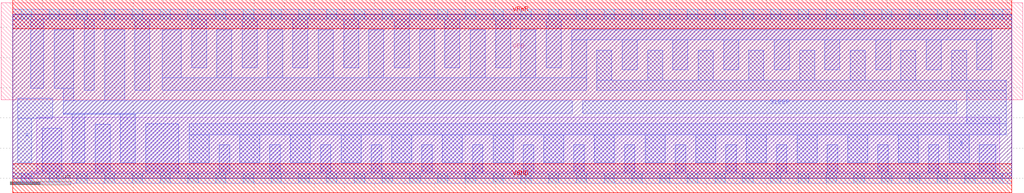
<source format=lef>
# Copyright 2020 The SkyWater PDK Authors
#
# Licensed under the Apache License, Version 2.0 (the "License");
# you may not use this file except in compliance with the License.
# You may obtain a copy of the License at
#
#     https://www.apache.org/licenses/LICENSE-2.0
#
# Unless required by applicable law or agreed to in writing, software
# distributed under the License is distributed on an "AS IS" BASIS,
# WITHOUT WARRANTIES OR CONDITIONS OF ANY KIND, either express or implied.
# See the License for the specific language governing permissions and
# limitations under the License.
#
# SPDX-License-Identifier: Apache-2.0

VERSION 5.7 ;

BUSBITCHARS "[]" ;
DIVIDERCHAR "/" ;

UNITS
  TIME NANOSECONDS 1 ;
  CAPACITANCE PICOFARADS 1 ;
  RESISTANCE OHMS 1 ;
  DATABASE MICRONS 1000 ;
END UNITS

MANUFACTURINGGRID 0.005 ;
USEMINSPACING OBS OFF ;

PROPERTYDEFINITIONS
  LAYER LEF58_TYPE STRING ;
END PROPERTYDEFINITIONS

# High density, single height
SITE unithd
  SYMMETRY Y ;
  CLASS CORE ;
  SIZE 0.46 BY 2.72 ;
END unithd

# High density, double height
SITE unithddbl
  SYMMETRY Y ;
  CLASS CORE ;
  SIZE 0.46 BY 5.44 ;
END unithddbl

LAYER nwell
  TYPE MASTERSLICE ;
  PROPERTY LEF58_TYPE "TYPE NWELL ;" ;
END nwell

LAYER pwell
  TYPE MASTERSLICE ;
  PROPERTY LEF58_TYPE "TYPE PWELL ;" ;
END pwell

LAYER licon
  TYPE CUT ;
END licon

LAYER li1
  TYPE ROUTING ;
  DIRECTION VERTICAL ;

  PITCH 0.46 0.34 ;
  OFFSET 0.23 0.17 ;

  WIDTH 0.17 ;          # LI 1
  # SPACING  0.17 ;     # LI 2
  SPACINGTABLE
     PARALLELRUNLENGTH 0
     WIDTH 0 0.17 ;
  AREA 0.0561 ;         # LI 6
  THICKNESS 0.1 ;
  EDGECAPACITANCE 40.697E-6 ;
  CAPACITANCE CPERSQDIST 36.9866E-6 ;
  RESISTANCE RPERSQ 12.8 ;

  ANTENNAMODEL OXIDE1 ;
  ANTENNADIFFSIDEAREARATIO PWL ( ( 0 75 ) ( 0.0125 75 ) ( 0.0225 85.125 ) ( 22.5 10200 ) ) ;
END li1

LAYER mcon
  TYPE CUT ;

  WIDTH 0.17 ;                # Mcon 1
  SPACING 0.19 ;              # Mcon 2
  ENCLOSURE BELOW 0 0 ;       # Mcon 4
  ENCLOSURE ABOVE 0.03 0.06 ; # Met1 4 / Met1 5
  RESISTANCE 9.30 ;

  ANTENNADIFFAREARATIO PWL ( ( 0 3 ) ( 0.0125 3 ) ( 0.0225 3.405 ) ( 22.5 408 ) ) ;
  DCCURRENTDENSITY AVERAGE 0.36 ; # mA per via Iavg_max at Tj = 90oC

END mcon

LAYER met1
  TYPE ROUTING ;
  DIRECTION HORIZONTAL ;

  PITCH 0.34 ;
  OFFSET 0.17 ;

  WIDTH 0.14 ;                     # Met1 1
  # SPACING 0.14 ;                 # Met1 2
  # SPACING 0.28 RANGE 3.001 100 ; # Met1 3b
  SPACINGTABLE
     PARALLELRUNLENGTH 0
     WIDTH 0 0.14
     WIDTH 3 0.28 ;
  AREA 0.083 ;                     # Met1 6
  THICKNESS 0.35 ;
  MINENCLOSEDAREA 0.14 ;

  ANTENNAMODEL OXIDE1 ;
  ANTENNADIFFSIDEAREARATIO PWL ( ( 0 400 ) ( 0.0125 400 ) ( 0.0225 2609 ) ( 22.5 11600 ) ) ;

  EDGECAPACITANCE 40.567E-6 ;
  CAPACITANCE CPERSQDIST 25.7784E-6 ;
  DCCURRENTDENSITY AVERAGE 2.8 ; # mA/um Iavg_max at Tj = 90oC
  ACCURRENTDENSITY RMS 6.1 ; # mA/um Irms_max at Tj = 90oC
  MAXIMUMDENSITY 70 ;
  DENSITYCHECKWINDOW 700 700 ;
  DENSITYCHECKSTEP 70 ;

  RESISTANCE RPERSQ 0.125 ;
END met1

LAYER via
  TYPE CUT ;
  WIDTH 0.15 ;                  # Via 1a
  SPACING 0.17 ;                # Via 2
  ENCLOSURE BELOW 0.055 0.085 ; # Via 4a / Via 5a
  ENCLOSURE ABOVE 0.055 0.085 ; # Met2 4 / Met2 5
  RESISTANCE 4.50 ;

  ANTENNADIFFAREARATIO PWL ( ( 0 6 ) ( 0.0125 6 ) ( 0.0225 6.81 ) ( 22.5 816 ) ) ;
  DCCURRENTDENSITY AVERAGE 0.29 ; # mA per via Iavg_max at Tj = 90oC
END via

LAYER met2
  TYPE ROUTING ;
  DIRECTION VERTICAL ;

  PITCH 0.46 ;
  OFFSET 0.23 ;

  WIDTH 0.14 ;                        # Met2 1
  # SPACING  0.14 ;                   # Met2 2
  # SPACING  0.28 RANGE 3.001 100 ;   # Met2 3b
  SPACINGTABLE
     PARALLELRUNLENGTH 0
     WIDTH 0 0.14
     WIDTH 3 0.28 ;
  AREA 0.0676 ;                       # Met2 6
  THICKNESS 0.35 ;
  MINENCLOSEDAREA 0.14 ;

  EDGECAPACITANCE 37.759E-6 ;
  CAPACITANCE CPERSQDIST 16.9423E-6 ;
  RESISTANCE RPERSQ 0.125 ;
  DCCURRENTDENSITY AVERAGE 2.8 ; # mA/um Iavg_max at Tj = 90oC
  ACCURRENTDENSITY RMS 6.1 ; # mA/um Irms_max at Tj = 90oC

  ANTENNAMODEL OXIDE1 ;
  ANTENNADIFFSIDEAREARATIO PWL ( ( 0 400 ) ( 0.0125 400 ) ( 0.0225 2609 ) ( 22.5 11600 ) ) ;

  MAXIMUMDENSITY 70 ;
  DENSITYCHECKWINDOW 700 700 ;
  DENSITYCHECKSTEP 70 ;
END met2

# ******** Layer via2, type routing, number 44 **************
LAYER via2
  TYPE CUT ;
  WIDTH 0.2 ;                   # Via2 1
  SPACING 0.2 ;                 # Via2 2
  ENCLOSURE BELOW 0.04 0.085 ;  # Via2 4
  ENCLOSURE ABOVE 0.065 0.065 ; # Met3 4
  RESISTANCE 3.41 ;
  ANTENNADIFFAREARATIO PWL ( ( 0 6 ) ( 0.0125 6 ) ( 0.0225 6.81 ) ( 22.5 816 ) ) ;
  DCCURRENTDENSITY AVERAGE 0.48 ; # mA per via Iavg_max at Tj = 90oC
END via2

LAYER met3
  TYPE ROUTING ;
  DIRECTION HORIZONTAL ;

  PITCH 0.68 ;
  OFFSET 0.34 ;

  WIDTH 0.3 ;              # Met3 1
  # SPACING 0.3 ;          # Met3 2
  SPACINGTABLE
     PARALLELRUNLENGTH 0
     WIDTH 0 0.3
     WIDTH 3 0.4 ;
  AREA 0.24 ;              # Met3 6
  THICKNESS 0.8 ;

  EDGECAPACITANCE 40.989E-6 ;
  CAPACITANCE CPERSQDIST 12.3729E-6 ;
  RESISTANCE RPERSQ 0.047 ;
  DCCURRENTDENSITY AVERAGE 6.8 ; # mA/um Iavg_max at Tj = 90oC
  ACCURRENTDENSITY RMS 14.9 ; # mA/um Irms_max at Tj = 90oC

  ANTENNAMODEL OXIDE1 ;
  ANTENNADIFFSIDEAREARATIO PWL ( ( 0 400 ) ( 0.0125 400 ) ( 0.0225 2609 ) ( 22.5 11600 ) ) ;

  MAXIMUMDENSITY 70 ;
  DENSITYCHECKWINDOW 700 700 ;
  DENSITYCHECKSTEP 70 ;
END met3

LAYER via3
  TYPE CUT ;
  WIDTH 0.2 ;                   # Via3 1
  SPACING 0.2 ;                 # Via3 2
  ENCLOSURE BELOW 0.06 0.09 ;   # Via3 4 / Via3 5
  ENCLOSURE ABOVE 0.065 0.065 ; # Met4 3
  RESISTANCE 3.41 ;
  ANTENNADIFFAREARATIO PWL ( ( 0 6 ) ( 0.0125 6 ) ( 0.0225 6.81 ) ( 22.5 816 ) ) ;
  DCCURRENTDENSITY AVERAGE 0.48 ; # mA per via Iavg_max at Tj = 90oC
END via3

LAYER met4
  TYPE ROUTING ;
  DIRECTION VERTICAL ;

  PITCH 0.92 ;
  OFFSET 0.46 ;

  WIDTH 0.3 ;             # Met4 1
  # SPACING  0.3 ;             # Met4 2
  SPACINGTABLE
     PARALLELRUNLENGTH 0
     WIDTH 0 0.3
     WIDTH 3 0.4 ;
  AREA 0.24 ;            # Met4 4a

  THICKNESS 0.8 ;

  EDGECAPACITANCE 36.676E-6 ;
  CAPACITANCE CPERSQDIST 8.41537E-6 ;
  RESISTANCE RPERSQ 0.047 ;
  DCCURRENTDENSITY AVERAGE 6.8 ; # mA/um Iavg_max at Tj = 90oC
  ACCURRENTDENSITY RMS 14.9 ; # mA/um Irms_max at Tj = 90oC

  ANTENNAMODEL OXIDE1 ;
  ANTENNADIFFSIDEAREARATIO PWL ( ( 0 400 ) ( 0.0125 400 ) ( 0.0225 2609 ) ( 22.5 11600 ) ) ;

  MAXIMUMDENSITY 70 ;
  DENSITYCHECKWINDOW 700 700 ;
  DENSITYCHECKSTEP 70 ;
END met4

LAYER via4
  TYPE CUT ;

  WIDTH 0.8 ;                 # Via4 1
  SPACING 0.8 ;               # Via4 2
  ENCLOSURE BELOW 0.19 0.19 ; # Via4 4
  ENCLOSURE ABOVE 0.31 0.31 ; # Met5 3
  RESISTANCE 0.38 ;
  ANTENNADIFFAREARATIO PWL ( ( 0 6 ) ( 0.0125 6 ) ( 0.0225 6.81 ) ( 22.5 816 ) ) ;
  DCCURRENTDENSITY AVERAGE 2.49 ; # mA per via Iavg_max at Tj = 90oC
END via4

LAYER met5
  TYPE ROUTING ;
  DIRECTION HORIZONTAL ;

  PITCH 3.4 ;
  OFFSET 1.7 ;

  WIDTH 1.6 ;            # Met5 1
  #SPACING  1.6 ;        # Met5 2
  SPACINGTABLE
     PARALLELRUNLENGTH 0
     WIDTH 0 1.6 ;
  AREA 4 ;               # Met5 4

  THICKNESS 1.2 ;

  EDGECAPACITANCE 38.851E-6 ;
  CAPACITANCE CPERSQDIST 6.32063E-6 ;
  RESISTANCE RPERSQ 0.0285 ;
  DCCURRENTDENSITY AVERAGE 10.17 ; # mA/um Iavg_max at Tj = 90oC
  ACCURRENTDENSITY RMS 22.34 ; # mA/um Irms_max at Tj = 90oC

  ANTENNAMODEL OXIDE1 ;
  ANTENNADIFFSIDEAREARATIO PWL ( ( 0 400 ) ( 0.0125 400 ) ( 0.0225 2609 ) ( 22.5 11600 ) ) ;
END met5


### Routing via cells section   ###
# Plus via rule, metals are along the prefered direction
VIA L1M1_PR DEFAULT
  LAYER mcon ;
  RECT -0.085 -0.085 0.085 0.085 ;
  LAYER li1 ;
  RECT -0.085 -0.085 0.085 0.085 ;
  LAYER met1 ;
  RECT -0.145 -0.115 0.145 0.115 ;
END L1M1_PR

VIARULE L1M1_PR GENERATE
  LAYER li1 ;
  ENCLOSURE 0 0 ;
  LAYER met1 ;
  ENCLOSURE 0.06 0.03 ;
  LAYER mcon ;
  RECT -0.085 -0.085 0.085 0.085 ;
  SPACING 0.36 BY 0.36 ;
END L1M1_PR

# Plus via rule, metals are along the non prefered direction
VIA L1M1_PR_R DEFAULT
  LAYER mcon ;
  RECT -0.085 -0.085 0.085 0.085 ;
  LAYER li1 ;
  RECT -0.085 -0.085 0.085 0.085 ;
  LAYER met1 ;
  RECT -0.115 -0.145 0.115 0.145 ;
END L1M1_PR_R

VIARULE L1M1_PR_R GENERATE
  LAYER li1 ;
  ENCLOSURE 0 0 ;
  LAYER met1 ;
  ENCLOSURE 0.03 0.06 ;
  LAYER mcon ;
  RECT -0.085 -0.085 0.085 0.085 ;
  SPACING 0.36 BY 0.36 ;
END L1M1_PR_R

# Minus via rule, lower layer metal is along prefered direction
VIA L1M1_PR_M DEFAULT
  LAYER mcon ;
  RECT -0.085 -0.085 0.085 0.085 ;
  LAYER li1 ;
  RECT -0.085 -0.085 0.085 0.085 ;
  LAYER met1 ;
  RECT -0.115 -0.145 0.115 0.145 ;
END L1M1_PR_M

VIARULE L1M1_PR_M GENERATE
  LAYER li1 ;
  ENCLOSURE 0 0 ;
  LAYER met1 ;
  ENCLOSURE 0.03 0.06 ;
  LAYER mcon ;
  RECT -0.085 -0.085 0.085 0.085 ;
  SPACING 0.36 BY 0.36 ;
END L1M1_PR_M

# Minus via rule, upper layer metal is along prefered direction
VIA L1M1_PR_MR DEFAULT
  LAYER mcon ;
  RECT -0.085 -0.085 0.085 0.085 ;
  LAYER li1 ;
  RECT -0.085 -0.085 0.085 0.085 ;
  LAYER met1 ;
  RECT -0.145 -0.115 0.145 0.115 ;
END L1M1_PR_MR

VIARULE L1M1_PR_MR GENERATE
  LAYER li1 ;
  ENCLOSURE 0 0 ;
  LAYER met1 ;
  ENCLOSURE 0.06 0.03 ;
  LAYER mcon ;
  RECT -0.085 -0.085 0.085 0.085 ;
  SPACING 0.36 BY 0.36 ;
END L1M1_PR_MR

# Centered via rule, we really do not want to use it
VIA L1M1_PR_C DEFAULT
  LAYER mcon ;
  RECT -0.085 -0.085 0.085 0.085 ;
  LAYER li1 ;
  RECT -0.085 -0.085 0.085 0.085 ;
  LAYER met1 ;
  RECT -0.145 -0.145 0.145 0.145 ;
END L1M1_PR_C

VIARULE L1M1_PR_C GENERATE
  LAYER li1 ;
  ENCLOSURE 0 0 ;
  LAYER met1 ;
  ENCLOSURE 0.06 0.06 ;
  LAYER mcon ;
  RECT -0.085 -0.085 0.085 0.085 ;
  SPACING 0.36 BY 0.36 ;
END L1M1_PR_C

# Plus via rule, metals are along the prefered direction
VIA M1M2_PR DEFAULT
  LAYER via ;
  RECT -0.075 -0.075 0.075 0.075 ;
  LAYER met1 ;
  RECT -0.16 -0.13 0.16 0.13 ;
  LAYER met2 ;
  RECT -0.13 -0.16 0.13 0.16 ;
END M1M2_PR

VIARULE M1M2_PR GENERATE
  LAYER met1 ;
  ENCLOSURE 0.085 0.055 ;
  LAYER met2 ;
  ENCLOSURE 0.055 0.085 ;
  LAYER via ;
  RECT -0.075 -0.075 0.075 0.075 ;
  SPACING 0.32 BY 0.32 ;
END M1M2_PR

# Plus via rule, metals are along the non prefered direction
VIA M1M2_PR_R DEFAULT
  LAYER via ;
  RECT -0.075 -0.075 0.075 0.075 ;
  LAYER met1 ;
  RECT -0.13 -0.16 0.13 0.16 ;
  LAYER met2 ;
  RECT -0.16 -0.13 0.16 0.13 ;
END M1M2_PR_R

VIARULE M1M2_PR_R GENERATE
  LAYER met1 ;
  ENCLOSURE 0.055 0.085 ;
  LAYER met2 ;
  ENCLOSURE 0.085 0.055 ;
  LAYER via ;
  RECT -0.075 -0.075 0.075 0.075 ;
  SPACING 0.32 BY 0.32 ;
END M1M2_PR_R

# Minus via rule, lower layer metal is along prefered direction
VIA M1M2_PR_M DEFAULT
  LAYER via ;
  RECT -0.075 -0.075 0.075 0.075 ;
  LAYER met1 ;
  RECT -0.16 -0.13 0.16 0.13 ;
  LAYER met2 ;
  RECT -0.16 -0.13 0.16 0.13 ;
END M1M2_PR_M

VIARULE M1M2_PR_M GENERATE
  LAYER met1 ;
  ENCLOSURE 0.085 0.055 ;
  LAYER met2 ;
  ENCLOSURE 0.085 0.055 ;
  LAYER via ;
  RECT -0.075 -0.075 0.075 0.075 ;
  SPACING 0.32 BY 0.32 ;
END M1M2_PR_M

# Minus via rule, upper layer metal is along prefered direction
VIA M1M2_PR_MR DEFAULT
  LAYER via ;
  RECT -0.075 -0.075 0.075 0.075 ;
  LAYER met1 ;
  RECT -0.13 -0.16 0.13 0.16 ;
  LAYER met2 ;
  RECT -0.13 -0.16 0.13 0.16 ;
END M1M2_PR_MR

VIARULE M1M2_PR_MR GENERATE
  LAYER met1 ;
  ENCLOSURE 0.055 0.085 ;
  LAYER met2 ;
  ENCLOSURE 0.055 0.085 ;
  LAYER via ;
  RECT -0.075 -0.075 0.075 0.075 ;
  SPACING 0.32 BY 0.32 ;
END M1M2_PR_MR

# Centered via rule, we really do not want to use it
VIA M1M2_PR_C DEFAULT
  LAYER via ;
  RECT -0.075 -0.075 0.075 0.075 ;
  LAYER met1 ;
  RECT -0.16 -0.16 0.16 0.16 ;
  LAYER met2 ;
  RECT -0.16 -0.16 0.16 0.16 ;
END M1M2_PR_C

VIARULE M1M2_PR_C GENERATE
  LAYER met1 ;
  ENCLOSURE 0.085 0.085 ;
  LAYER met2 ;
  ENCLOSURE 0.085 0.085 ;
  LAYER via ;
  RECT -0.075 -0.075 0.075 0.075 ;
  SPACING 0.32 BY 0.32 ;
END M1M2_PR_C

# Plus via rule, metals are along the prefered direction
VIA M2M3_PR DEFAULT
  LAYER via2 ;
  RECT -0.1 -0.1 0.1 0.1 ;
  LAYER met2 ;
  RECT -0.14 -0.185 0.14 0.185 ;
  LAYER met3 ;
  RECT -0.165 -0.165 0.165 0.165 ;
END M2M3_PR

VIARULE M2M3_PR GENERATE
  LAYER met2 ;
  ENCLOSURE 0.04 0.085 ;
  LAYER met3 ;
  ENCLOSURE 0.065 0.065 ;
  LAYER via2 ;
  RECT -0.1 -0.1 0.1 0.1 ;
  SPACING 0.4 BY 0.4 ;
END M2M3_PR

# Plus via rule, metals are along the non prefered direction
VIA M2M3_PR_R DEFAULT
  LAYER via2 ;
  RECT -0.1 -0.1 0.1 0.1 ;
  LAYER met2 ;
  RECT -0.185 -0.14 0.185 0.14 ;
  LAYER met3 ;
  RECT -0.165 -0.165 0.165 0.165 ;
END M2M3_PR_R

VIARULE M2M3_PR_R GENERATE
  LAYER met2 ;
  ENCLOSURE 0.085 0.04 ;
  LAYER met3 ;
  ENCLOSURE 0.065 0.065 ;
  LAYER via2 ;
  RECT -0.1 -0.1 0.1 0.1 ;
  SPACING 0.4 BY 0.4 ;
END M2M3_PR_R

# Minus via rule, lower layer metal is along prefered direction
VIA M2M3_PR_M DEFAULT
  LAYER via2 ;
  RECT -0.1 -0.1 0.1 0.1 ;
  LAYER met2 ;
  RECT -0.14 -0.185 0.14 0.185 ;
  LAYER met3 ;
  RECT -0.165 -0.165 0.165 0.165 ;
END M2M3_PR_M

VIARULE M2M3_PR_M GENERATE
  LAYER met2 ;
  ENCLOSURE 0.04 0.085 ;
  LAYER met3 ;
  ENCLOSURE 0.065 0.065 ;
  LAYER via2 ;
  RECT -0.1 -0.1 0.1 0.1 ;
  SPACING 0.4 BY 0.4 ;
END M2M3_PR_M

# Minus via rule, upper layer metal is along prefered direction
VIA M2M3_PR_MR DEFAULT
  LAYER via2 ;
  RECT -0.1 -0.1 0.1 0.1 ;
  LAYER met2 ;
  RECT -0.185 -0.14 0.185 0.14 ;
  LAYER met3 ;
  RECT -0.165 -0.165 0.165 0.165 ;
END M2M3_PR_MR

VIARULE M2M3_PR_MR GENERATE
  LAYER met2 ;
  ENCLOSURE 0.085 0.04 ;
  LAYER met3 ;
  ENCLOSURE 0.065 0.065 ;
  LAYER via2 ;
  RECT -0.1 -0.1 0.1 0.1 ;
  SPACING 0.4 BY 0.4 ;
END M2M3_PR_MR

# Centered via rule, we really do not want to use it
VIA M2M3_PR_C DEFAULT
  LAYER via2 ;
  RECT -0.1 -0.1 0.1 0.1 ;
  LAYER met2 ;
  RECT -0.185 -0.185 0.185 0.185 ;
  LAYER met3 ;
  RECT -0.165 -0.165 0.165 0.165 ;
END M2M3_PR_C

VIARULE M2M3_PR_C GENERATE
  LAYER met2 ;
  ENCLOSURE 0.085 0.085 ;
  LAYER met3 ;
  ENCLOSURE 0.065 0.065 ;
  LAYER via2 ;
  RECT -0.1 -0.1 0.1 0.1 ;
  SPACING 0.4 BY 0.4 ;
END M2M3_PR_C

# Plus via rule, metals are along the prefered direction
VIA M3M4_PR DEFAULT
  LAYER via3 ;
  RECT -0.1 -0.1 0.1 0.1 ;
  LAYER met3 ;
  RECT -0.19 -0.16 0.19 0.16 ;
  LAYER met4 ;
  RECT -0.165 -0.165 0.165 0.165 ;
END M3M4_PR

VIARULE M3M4_PR GENERATE
  LAYER met3 ;
  ENCLOSURE 0.09 0.06 ;
  LAYER met4 ;
  ENCLOSURE 0.065 0.065 ;
  LAYER via3 ;
  RECT -0.1 -0.1 0.1 0.1 ;
  SPACING 0.4 BY 0.4 ;
END M3M4_PR

# Plus via rule, metals are along the non prefered direction
VIA M3M4_PR_R DEFAULT
  LAYER via3 ;
  RECT -0.1 -0.1 0.1 0.1 ;
  LAYER met3 ;
  RECT -0.16 -0.19 0.16 0.19 ;
  LAYER met4 ;
  RECT -0.165 -0.165 0.165 0.165 ;
END M3M4_PR_R

VIARULE M3M4_PR_R GENERATE
  LAYER met3 ;
  ENCLOSURE 0.06 0.09 ;
  LAYER met4 ;
  ENCLOSURE 0.065 0.065 ;
  LAYER via3 ;
  RECT -0.1 -0.1 0.1 0.1 ;
  SPACING 0.4 BY 0.4 ;
END M3M4_PR_R

# Minus via rule, lower layer metal is along prefered direction
VIA M3M4_PR_M DEFAULT
  LAYER via3 ;
  RECT -0.1 -0.1 0.1 0.1 ;
  LAYER met3 ;
  RECT -0.19 -0.16 0.19 0.16 ;
  LAYER met4 ;
  RECT -0.165 -0.165 0.165 0.165 ;
END M3M4_PR_M

VIARULE M3M4_PR_M GENERATE
  LAYER met3 ;
  ENCLOSURE 0.09 0.06 ;
  LAYER met4 ;
  ENCLOSURE 0.065 0.065 ;
  LAYER via3 ;
  RECT -0.1 -0.1 0.1 0.1 ;
  SPACING 0.4 BY 0.4 ;
END M3M4_PR_M

# Minus via rule, upper layer metal is along prefered direction
VIA M3M4_PR_MR DEFAULT
  LAYER via3 ;
  RECT -0.1 -0.1 0.1 0.1 ;
  LAYER met3 ;
  RECT -0.16 -0.19 0.16 0.19 ;
  LAYER met4 ;
  RECT -0.165 -0.165 0.165 0.165 ;
END M3M4_PR_MR

VIARULE M3M4_PR_MR GENERATE
  LAYER met3 ;
  ENCLOSURE 0.06 0.09 ;
  LAYER met4 ;
  ENCLOSURE 0.065 0.065 ;
  LAYER via3 ;
  RECT -0.1 -0.1 0.1 0.1 ;
  SPACING 0.4 BY 0.4 ;
END M3M4_PR_MR

# Centered via rule, we really do not want to use it
VIA M3M4_PR_C DEFAULT
  LAYER via3 ;
  RECT -0.1 -0.1 0.1 0.1 ;
  LAYER met3 ;
  RECT -0.19 -0.19 0.19 0.19 ;
  LAYER met4 ;
  RECT -0.165 -0.165 0.165 0.165 ;
END M3M4_PR_C

VIARULE M3M4_PR_C GENERATE
  LAYER met3 ;
  ENCLOSURE 0.09 0.09 ;
  LAYER met4 ;
  ENCLOSURE 0.065 0.065 ;
  LAYER via3 ;
  RECT -0.1 -0.1 0.1 0.1 ;
  SPACING 0.4 BY 0.4 ;
END M3M4_PR_C

# Plus via rule, metals are along the prefered direction
VIA M4M5_PR DEFAULT
  LAYER via4 ;
  RECT -0.4 -0.4 0.4 0.4 ;
  LAYER met4 ;
  RECT -0.59 -0.59 0.59 0.59 ;
  LAYER met5 ;
  RECT -0.71 -0.71 0.71 0.71 ;
END M4M5_PR

VIARULE M4M5_PR GENERATE
  LAYER met4 ;
  ENCLOSURE 0.19 0.19 ;
  LAYER met5 ;
  ENCLOSURE 0.31 0.31 ;
  LAYER via4 ;
  RECT -0.4 -0.4 0.4 0.4 ;
  SPACING 1.6 BY 1.6 ;
END M4M5_PR

# Plus via rule, metals are along the non prefered direction
VIA M4M5_PR_R DEFAULT
  LAYER via4 ;
  RECT -0.4 -0.4 0.4 0.4 ;
  LAYER met4 ;
  RECT -0.59 -0.59 0.59 0.59 ;
  LAYER met5 ;
  RECT -0.71 -0.71 0.71 0.71 ;
END M4M5_PR_R

VIARULE M4M5_PR_R GENERATE
  LAYER met4 ;
  ENCLOSURE 0.19 0.19 ;
  LAYER met5 ;
  ENCLOSURE 0.31 0.31 ;
  LAYER via4 ;
  RECT -0.4 -0.4 0.4 0.4 ;
  SPACING 1.6 BY 1.6 ;
END M4M5_PR_R

# Minus via rule, lower layer metal is along prefered direction
VIA M4M5_PR_M DEFAULT
  LAYER via4 ;
  RECT -0.4 -0.4 0.4 0.4 ;
  LAYER met4 ;
  RECT -0.59 -0.59 0.59 0.59 ;
  LAYER met5 ;
  RECT -0.71 -0.71 0.71 0.71 ;
END M4M5_PR_M

VIARULE M4M5_PR_M GENERATE
  LAYER met4 ;
  ENCLOSURE 0.19 0.19 ;
  LAYER met5 ;
  ENCLOSURE 0.31 0.31 ;
  LAYER via4 ;
  RECT -0.4 -0.4 0.4 0.4 ;
  SPACING 1.6 BY 1.6 ;
END M4M5_PR_M

# Minus via rule, upper layer metal is along prefered direction
VIA M4M5_PR_MR DEFAULT
  LAYER via4 ;
  RECT -0.4 -0.4 0.4 0.4 ;
  LAYER met4 ;
  RECT -0.59 -0.59 0.59 0.59 ;
  LAYER met5 ;
  RECT -0.71 -0.71 0.71 0.71 ;
END M4M5_PR_MR

VIARULE M4M5_PR_MR GENERATE
  LAYER met4 ;
  ENCLOSURE 0.19 0.19 ;
  LAYER met5 ;
  ENCLOSURE 0.31 0.31 ;
  LAYER via4 ;
  RECT -0.4 -0.4 0.4 0.4 ;
  SPACING 1.6 BY 1.6 ;
END M4M5_PR_MR

# Centered via rule, we really do not want to use it
VIA M4M5_PR_C DEFAULT
  LAYER via4 ;
  RECT -0.4 -0.4 0.4 0.4 ;
  LAYER met4 ;
  RECT -0.59 -0.59 0.59 0.59 ;
  LAYER met5 ;
  RECT -0.71 -0.71 0.71 0.71 ;
END M4M5_PR_C

VIARULE M4M5_PR_C GENERATE
  LAYER met4 ;
  ENCLOSURE 0.19 0.19 ;
  LAYER met5 ;
  ENCLOSURE 0.31 0.31 ;
  LAYER via4 ;
  RECT -0.4 -0.4 0.4 0.4 ;
  SPACING 1.6 BY 1.6 ;
END M4M5_PR_C
###  end of single via cells   ###


# ======================================================================
# MACRO DEFINITIONS (from sky130_fd_sc_hd.lef)
# ======================================================================

MACRO sky130_fd_sc_hd__a2bb2o_1
  CLASS CORE ;
  FOREIGN sky130_fd_sc_hd__a2bb2o_1 ;
  ORIGIN 0.000 0.000 ;
  SIZE 3.680 BY 2.720 ;
  SYMMETRY X Y R90 ;
  SITE unithd ;
  PIN A1_N
    DIRECTION INPUT ;
    USE SIGNAL ;
    ANTENNAGATEAREA 0.126000 ;
    PORT
      LAYER li1 ;
        RECT 0.910 0.995 1.240 1.615 ;
    END
  END A1_N
  PIN A2_N
    DIRECTION INPUT ;
    USE SIGNAL ;
    ANTENNAGATEAREA 0.126000 ;
    PORT
      LAYER li1 ;
        RECT 1.410 0.995 1.700 1.375 ;
    END
  END A2_N
  PIN B1
    DIRECTION INPUT ;
    USE SIGNAL ;
    ANTENNAGATEAREA 0.126000 ;
    PORT
      LAYER li1 ;
        RECT 3.280 0.765 3.540 1.655 ;
    END
  END B1
  PIN B2
    DIRECTION INPUT ;
    USE SIGNAL ;
    ANTENNAGATEAREA 0.126000 ;
    PORT
      LAYER li1 ;
        RECT 2.600 1.355 3.080 1.655 ;
        RECT 2.820 0.765 3.080 1.355 ;
    END
  END B2
  PIN VGND
    DIRECTION INOUT ;
    USE GROUND ;
    SHAPE ABUTMENT ;
    PORT
      LAYER met1 ;
        RECT 0.000 -0.240 3.680 0.240 ;
    END
  END VGND
  PIN VNB
    DIRECTION INOUT ;
    USE GROUND ;
    PORT
      LAYER pwell ;
        RECT 0.005 0.785 0.925 1.015 ;
        RECT 0.005 0.105 3.590 0.785 ;
        RECT 0.150 -0.085 0.320 0.105 ;
    END
  END VNB
  PIN VPB
    DIRECTION INOUT ;
    USE POWER ;
    PORT
      LAYER nwell ;
        RECT -0.190 1.305 3.870 2.910 ;
    END
  END VPB
  PIN VPWR
    DIRECTION INOUT ;
    USE POWER ;
    SHAPE ABUTMENT ;
    PORT
      LAYER met1 ;
        RECT 0.000 2.480 3.680 2.960 ;
    END
  END VPWR
  PIN X
    DIRECTION OUTPUT ;
    USE SIGNAL ;
    ANTENNADIFFAREA 0.429000 ;
    PORT
      LAYER li1 ;
        RECT 0.085 1.525 0.345 2.465 ;
        RECT 0.085 0.810 0.260 1.525 ;
        RECT 0.085 0.255 0.345 0.810 ;
    END
  END X
  OBS
      LAYER li1 ;
        RECT 0.000 2.635 3.680 2.805 ;
        RECT 0.515 2.235 0.845 2.635 ;
        RECT 1.990 2.370 2.245 2.465 ;
        RECT 1.105 2.200 2.245 2.370 ;
        RECT 2.415 2.255 2.745 2.425 ;
        RECT 1.105 1.975 1.275 2.200 ;
        RECT 0.515 1.805 1.275 1.975 ;
        RECT 1.990 2.065 2.245 2.200 ;
        RECT 0.515 1.325 0.685 1.805 ;
        RECT 1.540 1.715 1.710 1.905 ;
        RECT 1.990 1.895 2.400 2.065 ;
        RECT 1.540 1.545 2.060 1.715 ;
        RECT 0.430 0.995 0.685 1.325 ;
        RECT 1.890 0.825 2.060 1.545 ;
        RECT 1.180 0.655 2.060 0.825 ;
        RECT 2.230 0.870 2.400 1.895 ;
        RECT 2.575 2.005 2.745 2.255 ;
        RECT 2.915 2.175 3.165 2.635 ;
        RECT 3.335 2.005 3.515 2.465 ;
        RECT 2.575 1.835 3.515 2.005 ;
        RECT 2.230 0.700 2.580 0.870 ;
        RECT 0.515 0.085 0.945 0.530 ;
        RECT 1.180 0.255 1.350 0.655 ;
        RECT 1.520 0.085 2.240 0.485 ;
        RECT 2.410 0.255 2.580 0.700 ;
        RECT 3.155 0.085 3.555 0.595 ;
        RECT 0.000 -0.085 3.680 0.085 ;
      LAYER mcon ;
        RECT 0.145 2.635 0.315 2.805 ;
        RECT 0.605 2.635 0.775 2.805 ;
        RECT 1.065 2.635 1.235 2.805 ;
        RECT 1.525 2.635 1.695 2.805 ;
        RECT 1.985 2.635 2.155 2.805 ;
        RECT 2.445 2.635 2.615 2.805 ;
        RECT 2.905 2.635 3.075 2.805 ;
        RECT 3.365 2.635 3.535 2.805 ;
        RECT 0.145 -0.085 0.315 0.085 ;
        RECT 0.605 -0.085 0.775 0.085 ;
        RECT 1.065 -0.085 1.235 0.085 ;
        RECT 1.525 -0.085 1.695 0.085 ;
        RECT 1.985 -0.085 2.155 0.085 ;
        RECT 2.445 -0.085 2.615 0.085 ;
        RECT 2.905 -0.085 3.075 0.085 ;
        RECT 3.365 -0.085 3.535 0.085 ;
  END
END sky130_fd_sc_hd__a2bb2o_1

MACRO sky130_fd_sc_hd__a2bb2o_2
  CLASS CORE ;
  FOREIGN sky130_fd_sc_hd__a2bb2o_2 ;
  ORIGIN 0.000 0.000 ;
  SIZE 4.140 BY 2.720 ;
  SYMMETRY X Y R90 ;
  SITE unithd ;
  PIN A1_N
    DIRECTION INPUT ;
    USE SIGNAL ;
    ANTENNAGATEAREA 0.159000 ;
    PORT
      LAYER li1 ;
        RECT 1.345 0.995 1.675 1.615 ;
    END
  END A1_N
  PIN A2_N
    DIRECTION INPUT ;
    USE SIGNAL ;
    ANTENNAGATEAREA 0.159000 ;
    PORT
      LAYER li1 ;
        RECT 1.845 0.995 2.135 1.375 ;
    END
  END A2_N
  PIN B1
    DIRECTION INPUT ;
    USE SIGNAL ;
    ANTENNAGATEAREA 0.159000 ;
    PORT
      LAYER li1 ;
        RECT 3.730 0.765 3.990 1.655 ;
    END
  END B1
  PIN B2
    DIRECTION INPUT ;
    USE SIGNAL ;
    ANTENNAGATEAREA 0.159000 ;
    PORT
      LAYER li1 ;
        RECT 3.050 1.355 3.530 1.655 ;
        RECT 3.270 0.765 3.530 1.355 ;
    END
  END B2
  PIN VGND
    DIRECTION INOUT ;
    USE GROUND ;
    SHAPE ABUTMENT ;
    PORT
      LAYER met1 ;
        RECT 0.000 -0.240 4.140 0.240 ;
    END
  END VGND
  PIN VNB
    DIRECTION INOUT ;
    USE GROUND ;
    PORT
      LAYER pwell ;
        RECT 0.015 0.785 1.360 1.015 ;
        RECT 0.015 0.105 4.040 0.785 ;
        RECT 0.125 -0.085 0.295 0.105 ;
    END
  END VNB
  PIN VPB
    DIRECTION INOUT ;
    USE POWER ;
    PORT
      LAYER nwell ;
        RECT -0.190 1.305 4.330 2.910 ;
    END
  END VPB
  PIN VPWR
    DIRECTION INOUT ;
    USE POWER ;
    SHAPE ABUTMENT ;
    PORT
      LAYER met1 ;
        RECT 0.000 2.480 4.140 2.960 ;
    END
  END VPWR
  PIN X
    DIRECTION OUTPUT ;
    USE SIGNAL ;
    ANTENNADIFFAREA 0.445500 ;
    PORT
      LAYER li1 ;
        RECT 0.525 1.525 0.780 2.465 ;
        RECT 0.525 0.810 0.695 1.525 ;
        RECT 0.525 0.255 0.780 0.810 ;
    END
  END X
  OBS
      LAYER li1 ;
        RECT 0.000 2.635 4.140 2.805 ;
        RECT 0.185 1.445 0.355 2.635 ;
        RECT 0.950 2.235 1.280 2.635 ;
        RECT 2.500 2.370 2.670 2.465 ;
        RECT 1.540 2.200 2.670 2.370 ;
        RECT 2.875 2.255 3.205 2.425 ;
        RECT 1.540 1.975 1.710 2.200 ;
        RECT 0.950 1.805 1.710 1.975 ;
        RECT 2.440 2.065 2.670 2.200 ;
        RECT 0.950 1.325 1.120 1.805 ;
        RECT 1.975 1.715 2.145 1.905 ;
        RECT 2.440 1.895 2.850 2.065 ;
        RECT 1.975 1.545 2.510 1.715 ;
        RECT 0.865 0.995 1.120 1.325 ;
        RECT 0.185 0.085 0.355 0.930 ;
        RECT 2.340 0.825 2.510 1.545 ;
        RECT 1.615 0.655 2.510 0.825 ;
        RECT 2.680 0.870 2.850 1.895 ;
        RECT 3.035 2.005 3.205 2.255 ;
        RECT 3.375 2.175 3.625 2.635 ;
        RECT 3.795 2.005 3.965 2.465 ;
        RECT 3.035 1.835 3.965 2.005 ;
        RECT 2.680 0.700 3.030 0.870 ;
        RECT 0.950 0.085 1.380 0.530 ;
        RECT 1.615 0.255 1.785 0.655 ;
        RECT 1.955 0.085 2.690 0.485 ;
        RECT 2.860 0.255 3.030 0.700 ;
        RECT 3.605 0.085 4.005 0.595 ;
        RECT 0.000 -0.085 4.140 0.085 ;
      LAYER mcon ;
        RECT 0.145 2.635 0.315 2.805 ;
        RECT 0.605 2.635 0.775 2.805 ;
        RECT 1.065 2.635 1.235 2.805 ;
        RECT 1.525 2.635 1.695 2.805 ;
        RECT 1.985 2.635 2.155 2.805 ;
        RECT 2.445 2.635 2.615 2.805 ;
        RECT 2.905 2.635 3.075 2.805 ;
        RECT 3.365 2.635 3.535 2.805 ;
        RECT 3.825 2.635 3.995 2.805 ;
        RECT 0.145 -0.085 0.315 0.085 ;
        RECT 0.605 -0.085 0.775 0.085 ;
        RECT 1.065 -0.085 1.235 0.085 ;
        RECT 1.525 -0.085 1.695 0.085 ;
        RECT 1.985 -0.085 2.155 0.085 ;
        RECT 2.445 -0.085 2.615 0.085 ;
        RECT 2.905 -0.085 3.075 0.085 ;
        RECT 3.365 -0.085 3.535 0.085 ;
        RECT 3.825 -0.085 3.995 0.085 ;
  END
END sky130_fd_sc_hd__a2bb2o_2

MACRO sky130_fd_sc_hd__a2bb2o_4
  CLASS CORE ;
  FOREIGN sky130_fd_sc_hd__a2bb2o_4 ;
  ORIGIN 0.000 0.000 ;
  SIZE 7.360 BY 2.720 ;
  SYMMETRY X Y R90 ;
  SITE unithd ;
  PIN A1_N
    DIRECTION INPUT ;
    USE SIGNAL ;
    ANTENNAGATEAREA 0.495000 ;
    PORT
      LAYER li1 ;
        RECT 3.475 1.445 4.965 1.615 ;
        RECT 3.475 1.325 3.645 1.445 ;
        RECT 3.315 1.075 3.645 1.325 ;
        RECT 4.605 1.075 4.965 1.445 ;
    END
  END A1_N
  PIN A2_N
    DIRECTION INPUT ;
    USE SIGNAL ;
    ANTENNAGATEAREA 0.495000 ;
    PORT
      LAYER li1 ;
        RECT 3.815 1.075 4.435 1.275 ;
    END
  END A2_N
  PIN B1
    DIRECTION INPUT ;
    USE SIGNAL ;
    ANTENNAGATEAREA 0.495000 ;
    PORT
      LAYER li1 ;
        RECT 0.085 1.445 1.685 1.615 ;
        RECT 0.085 1.075 0.575 1.445 ;
        RECT 1.515 1.245 1.685 1.445 ;
        RECT 1.515 1.075 1.895 1.245 ;
    END
  END B1
  PIN B2
    DIRECTION INPUT ;
    USE SIGNAL ;
    ANTENNAGATEAREA 0.495000 ;
    PORT
      LAYER li1 ;
        RECT 0.805 1.075 1.345 1.275 ;
    END
  END B2
  PIN VGND
    DIRECTION INOUT ;
    USE GROUND ;
    SHAPE ABUTMENT ;
    PORT
      LAYER met1 ;
        RECT 0.000 -0.240 7.360 0.240 ;
    END
  END VGND
  PIN VNB
    DIRECTION INOUT ;
    USE GROUND ;
    PORT
      LAYER pwell ;
        RECT 0.005 0.105 6.915 1.015 ;
        RECT 0.150 -0.085 0.320 0.105 ;
    END
  END VNB
  PIN VPB
    DIRECTION INOUT ;
    USE POWER ;
    PORT
      LAYER nwell ;
        RECT -0.190 1.305 7.550 2.910 ;
    END
  END VPB
  PIN VPWR
    DIRECTION INOUT ;
    USE POWER ;
    SHAPE ABUTMENT ;
    PORT
      LAYER met1 ;
        RECT 0.000 2.480 7.360 2.960 ;
    END
  END VPWR
  PIN X
    DIRECTION OUTPUT ;
    USE SIGNAL ;
    ANTENNADIFFAREA 0.891000 ;
    PORT
      LAYER li1 ;
        RECT 5.275 1.955 5.525 2.465 ;
        RECT 6.115 1.955 6.365 2.465 ;
        RECT 5.275 1.785 6.365 1.955 ;
        RECT 6.115 1.655 6.365 1.785 ;
        RECT 6.115 1.415 6.920 1.655 ;
        RECT 6.610 0.905 6.920 1.415 ;
        RECT 5.235 0.725 6.920 0.905 ;
        RECT 5.235 0.275 5.565 0.725 ;
        RECT 6.075 0.275 6.405 0.725 ;
    END
  END X
  OBS
      LAYER li1 ;
        RECT 0.000 2.635 7.360 2.805 ;
        RECT 0.135 1.955 0.385 2.465 ;
        RECT 0.555 2.125 0.805 2.635 ;
        RECT 0.975 1.955 1.225 2.465 ;
        RECT 1.395 2.125 1.645 2.635 ;
        RECT 1.815 2.295 2.905 2.465 ;
        RECT 1.815 1.955 2.065 2.295 ;
        RECT 2.655 2.135 2.905 2.295 ;
        RECT 3.175 2.135 3.425 2.635 ;
        RECT 3.595 2.295 4.685 2.465 ;
        RECT 3.595 2.135 3.845 2.295 ;
        RECT 0.135 1.785 2.065 1.955 ;
        RECT 1.855 1.455 2.065 1.785 ;
        RECT 2.235 1.965 2.485 2.125 ;
        RECT 4.015 1.965 4.265 2.125 ;
        RECT 2.235 1.415 2.620 1.965 ;
        RECT 3.135 1.785 4.265 1.965 ;
        RECT 4.435 1.785 4.685 2.295 ;
        RECT 4.855 1.795 5.105 2.635 ;
        RECT 5.695 2.165 5.945 2.635 ;
        RECT 6.535 1.825 6.785 2.635 ;
        RECT 3.135 1.665 3.305 1.785 ;
        RECT 2.955 1.495 3.305 1.665 ;
        RECT 2.235 0.905 2.445 1.415 ;
        RECT 2.955 1.245 3.145 1.495 ;
        RECT 2.615 1.075 3.145 1.245 ;
        RECT 5.135 1.245 5.460 1.615 ;
        RECT 5.135 1.075 6.440 1.245 ;
        RECT 2.955 0.905 3.145 1.075 ;
        RECT 0.175 0.085 0.345 0.895 ;
        RECT 0.515 0.475 0.765 0.905 ;
        RECT 0.935 0.735 2.525 0.905 ;
        RECT 0.935 0.645 1.270 0.735 ;
        RECT 0.515 0.255 1.685 0.475 ;
        RECT 1.855 0.085 2.025 0.555 ;
        RECT 2.195 0.255 2.525 0.735 ;
        RECT 2.955 0.725 4.725 0.905 ;
        RECT 2.695 0.085 3.385 0.555 ;
        RECT 3.555 0.255 3.885 0.725 ;
        RECT 4.055 0.085 4.225 0.555 ;
        RECT 4.395 0.255 4.725 0.725 ;
        RECT 4.895 0.085 5.065 0.895 ;
        RECT 5.735 0.085 5.905 0.555 ;
        RECT 6.575 0.085 6.745 0.555 ;
        RECT 0.000 -0.085 7.360 0.085 ;
      LAYER mcon ;
        RECT 0.145 2.635 0.315 2.805 ;
        RECT 0.605 2.635 0.775 2.805 ;
        RECT 1.065 2.635 1.235 2.805 ;
        RECT 1.525 2.635 1.695 2.805 ;
        RECT 1.985 2.635 2.155 2.805 ;
        RECT 2.445 2.635 2.615 2.805 ;
        RECT 2.905 2.635 3.075 2.805 ;
        RECT 3.365 2.635 3.535 2.805 ;
        RECT 3.825 2.635 3.995 2.805 ;
        RECT 4.285 2.635 4.455 2.805 ;
        RECT 4.745 2.635 4.915 2.805 ;
        RECT 5.205 2.635 5.375 2.805 ;
        RECT 5.665 2.635 5.835 2.805 ;
        RECT 6.125 2.635 6.295 2.805 ;
        RECT 6.585 2.635 6.755 2.805 ;
        RECT 7.045 2.635 7.215 2.805 ;
        RECT 2.450 1.445 2.620 1.615 ;
        RECT 5.230 1.445 5.400 1.615 ;
        RECT 0.145 -0.085 0.315 0.085 ;
        RECT 0.605 -0.085 0.775 0.085 ;
        RECT 1.065 -0.085 1.235 0.085 ;
        RECT 1.525 -0.085 1.695 0.085 ;
        RECT 1.985 -0.085 2.155 0.085 ;
        RECT 2.445 -0.085 2.615 0.085 ;
        RECT 2.905 -0.085 3.075 0.085 ;
        RECT 3.365 -0.085 3.535 0.085 ;
        RECT 3.825 -0.085 3.995 0.085 ;
        RECT 4.285 -0.085 4.455 0.085 ;
        RECT 4.745 -0.085 4.915 0.085 ;
        RECT 5.205 -0.085 5.375 0.085 ;
        RECT 5.665 -0.085 5.835 0.085 ;
        RECT 6.125 -0.085 6.295 0.085 ;
        RECT 6.585 -0.085 6.755 0.085 ;
        RECT 7.045 -0.085 7.215 0.085 ;
      LAYER met1 ;
        RECT 2.390 1.600 2.680 1.645 ;
        RECT 5.170 1.600 5.460 1.645 ;
        RECT 2.390 1.460 5.460 1.600 ;
        RECT 2.390 1.415 2.680 1.460 ;
        RECT 5.170 1.415 5.460 1.460 ;
  END
END sky130_fd_sc_hd__a2bb2o_4

MACRO sky130_fd_sc_hd__a2bb2oi_1
  CLASS CORE ;
  FOREIGN sky130_fd_sc_hd__a2bb2oi_1 ;
  ORIGIN 0.000 0.000 ;
  SIZE 3.220 BY 2.720 ;
  SYMMETRY X Y R90 ;
  SITE unithd ;
  PIN A1_N
    DIRECTION INPUT ;
    USE SIGNAL ;
    ANTENNAGATEAREA 0.247500 ;
    PORT
      LAYER li1 ;
        RECT 0.150 0.995 0.520 1.615 ;
    END
  END A1_N
  PIN A2_N
    DIRECTION INPUT ;
    USE SIGNAL ;
    ANTENNAGATEAREA 0.247500 ;
    PORT
      LAYER li1 ;
        RECT 0.725 1.010 1.240 1.275 ;
    END
  END A2_N
  PIN B1
    DIRECTION INPUT ;
    USE SIGNAL ;
    ANTENNAGATEAREA 0.247500 ;
    PORT
      LAYER li1 ;
        RECT 2.780 0.995 3.070 1.615 ;
    END
  END B1
  PIN B2
    DIRECTION INPUT ;
    USE SIGNAL ;
    ANTENNAGATEAREA 0.247500 ;
    PORT
      LAYER li1 ;
        RECT 2.245 0.995 2.610 1.615 ;
        RECT 2.440 0.425 2.610 0.995 ;
    END
  END B2
  PIN VGND
    DIRECTION INOUT ;
    USE GROUND ;
    SHAPE ABUTMENT ;
    PORT
      LAYER met1 ;
        RECT 0.000 -0.240 3.220 0.240 ;
    END
  END VGND
  PIN VNB
    DIRECTION INOUT ;
    USE GROUND ;
    PORT
      LAYER pwell ;
        RECT 0.005 0.105 3.215 1.015 ;
        RECT 0.145 -0.085 0.315 0.105 ;
    END
  END VNB
  PIN VPB
    DIRECTION INOUT ;
    USE POWER ;
    PORT
      LAYER nwell ;
        RECT -0.190 1.305 3.410 2.910 ;
    END
  END VPB
  PIN VPWR
    DIRECTION INOUT ;
    USE POWER ;
    SHAPE ABUTMENT ;
    PORT
      LAYER met1 ;
        RECT 0.000 2.480 3.220 2.960 ;
    END
  END VPWR
  PIN Y
    DIRECTION OUTPUT ;
    USE SIGNAL ;
    ANTENNADIFFAREA 0.515500 ;
    PORT
      LAYER li1 ;
        RECT 1.420 1.955 1.785 2.465 ;
        RECT 1.420 1.785 1.945 1.955 ;
        RECT 1.775 0.825 1.945 1.785 ;
        RECT 1.775 0.255 2.205 0.825 ;
    END
  END Y
  OBS
      LAYER li1 ;
        RECT 0.000 2.635 3.220 2.805 ;
        RECT 0.095 1.805 0.425 2.635 ;
        RECT 0.875 1.615 1.205 2.465 ;
        RECT 1.955 2.235 2.285 2.465 ;
        RECT 2.115 1.955 2.285 2.235 ;
        RECT 2.455 2.135 2.705 2.635 ;
        RECT 2.875 1.955 3.130 2.465 ;
        RECT 2.115 1.785 3.130 1.955 ;
        RECT 0.875 1.445 1.580 1.615 ;
        RECT 1.410 0.830 1.580 1.445 ;
        RECT 0.095 0.085 0.425 0.825 ;
        RECT 0.595 0.660 1.580 0.830 ;
        RECT 0.595 0.255 0.765 0.660 ;
        RECT 0.935 0.085 1.605 0.490 ;
        RECT 2.795 0.085 3.125 0.825 ;
        RECT 0.000 -0.085 3.220 0.085 ;
      LAYER mcon ;
        RECT 0.145 2.635 0.315 2.805 ;
        RECT 0.605 2.635 0.775 2.805 ;
        RECT 1.065 2.635 1.235 2.805 ;
        RECT 1.525 2.635 1.695 2.805 ;
        RECT 1.985 2.635 2.155 2.805 ;
        RECT 2.445 2.635 2.615 2.805 ;
        RECT 2.905 2.635 3.075 2.805 ;
        RECT 0.145 -0.085 0.315 0.085 ;
        RECT 0.605 -0.085 0.775 0.085 ;
        RECT 1.065 -0.085 1.235 0.085 ;
        RECT 1.525 -0.085 1.695 0.085 ;
        RECT 1.985 -0.085 2.155 0.085 ;
        RECT 2.445 -0.085 2.615 0.085 ;
        RECT 2.905 -0.085 3.075 0.085 ;
  END
END sky130_fd_sc_hd__a2bb2oi_1

MACRO sky130_fd_sc_hd__a2bb2oi_2
  CLASS CORE ;
  FOREIGN sky130_fd_sc_hd__a2bb2oi_2 ;
  ORIGIN 0.000 0.000 ;
  SIZE 5.520 BY 2.720 ;
  SYMMETRY X Y R90 ;
  SITE unithd ;
  PIN A1_N
    DIRECTION INPUT ;
    USE SIGNAL ;
    ANTENNAGATEAREA 0.495000 ;
    PORT
      LAYER li1 ;
        RECT 3.310 1.075 4.205 1.275 ;
    END
  END A1_N
  PIN A2_N
    DIRECTION INPUT ;
    USE SIGNAL ;
    ANTENNAGATEAREA 0.495000 ;
    PORT
      LAYER li1 ;
        RECT 4.455 1.075 5.435 1.275 ;
    END
  END A2_N
  PIN B1
    DIRECTION INPUT ;
    USE SIGNAL ;
    ANTENNAGATEAREA 0.495000 ;
    PORT
      LAYER li1 ;
        RECT 0.085 1.445 2.030 1.615 ;
        RECT 0.085 1.075 0.710 1.445 ;
        RECT 1.700 1.075 2.030 1.445 ;
    END
  END B1
  PIN B2
    DIRECTION INPUT ;
    USE SIGNAL ;
    ANTENNAGATEAREA 0.495000 ;
    PORT
      LAYER li1 ;
        RECT 0.940 1.075 1.480 1.275 ;
    END
  END B2
  PIN VGND
    DIRECTION INOUT ;
    USE GROUND ;
    SHAPE ABUTMENT ;
    PORT
      LAYER met1 ;
        RECT 0.000 -0.240 5.520 0.240 ;
    END
  END VGND
  PIN VNB
    DIRECTION INOUT ;
    USE GROUND ;
    PORT
      LAYER pwell ;
        RECT 0.140 0.105 5.390 1.015 ;
        RECT 0.145 -0.085 0.315 0.105 ;
    END
  END VNB
  PIN VPB
    DIRECTION INOUT ;
    USE POWER ;
    PORT
      LAYER nwell ;
        RECT -0.190 1.305 5.710 2.910 ;
    END
  END VPB
  PIN VPWR
    DIRECTION INOUT ;
    USE POWER ;
    SHAPE ABUTMENT ;
    PORT
      LAYER met1 ;
        RECT 0.000 2.480 5.520 2.960 ;
    END
  END VPWR
  PIN Y
    DIRECTION OUTPUT ;
    USE SIGNAL ;
    ANTENNADIFFAREA 0.621000 ;
    PORT
      LAYER li1 ;
        RECT 2.370 1.660 2.620 2.125 ;
        RECT 2.370 0.905 2.660 1.660 ;
        RECT 1.070 0.725 2.660 0.905 ;
        RECT 1.070 0.645 1.400 0.725 ;
        RECT 2.330 0.255 2.660 0.725 ;
    END
  END Y
  OBS
      LAYER li1 ;
        RECT 0.000 2.635 5.520 2.805 ;
        RECT 0.270 1.955 0.520 2.465 ;
        RECT 0.690 2.135 0.940 2.635 ;
        RECT 1.110 1.955 1.360 2.465 ;
        RECT 1.530 2.135 1.780 2.635 ;
        RECT 1.950 2.295 3.040 2.465 ;
        RECT 1.950 1.955 2.200 2.295 ;
        RECT 0.270 1.785 2.200 1.955 ;
        RECT 2.790 1.795 3.040 2.295 ;
        RECT 3.310 1.965 3.560 2.465 ;
        RECT 3.730 2.135 3.980 2.635 ;
        RECT 4.150 2.295 5.240 2.465 ;
        RECT 4.150 1.965 4.400 2.295 ;
        RECT 3.310 1.785 4.400 1.965 ;
        RECT 4.570 1.615 4.820 2.125 ;
        RECT 2.950 1.445 4.820 1.615 ;
        RECT 4.990 1.455 5.240 2.295 ;
        RECT 2.950 1.325 3.120 1.445 ;
        RECT 2.830 0.995 3.120 1.325 ;
        RECT 2.950 0.905 3.120 0.995 ;
        RECT 0.310 0.085 0.480 0.895 ;
        RECT 0.650 0.475 0.900 0.895 ;
        RECT 2.950 0.725 4.860 0.905 ;
        RECT 0.650 0.255 1.820 0.475 ;
        RECT 1.990 0.085 2.160 0.555 ;
        RECT 2.830 0.085 3.520 0.555 ;
        RECT 3.690 0.255 4.020 0.725 ;
        RECT 4.190 0.085 4.360 0.555 ;
        RECT 4.530 0.255 4.860 0.725 ;
        RECT 5.030 0.085 5.200 0.905 ;
        RECT 0.000 -0.085 5.520 0.085 ;
      LAYER mcon ;
        RECT 0.145 2.635 0.315 2.805 ;
        RECT 0.605 2.635 0.775 2.805 ;
        RECT 1.065 2.635 1.235 2.805 ;
        RECT 1.525 2.635 1.695 2.805 ;
        RECT 1.985 2.635 2.155 2.805 ;
        RECT 2.445 2.635 2.615 2.805 ;
        RECT 2.905 2.635 3.075 2.805 ;
        RECT 3.365 2.635 3.535 2.805 ;
        RECT 3.825 2.635 3.995 2.805 ;
        RECT 4.285 2.635 4.455 2.805 ;
        RECT 4.745 2.635 4.915 2.805 ;
        RECT 5.205 2.635 5.375 2.805 ;
        RECT 0.145 -0.085 0.315 0.085 ;
        RECT 0.605 -0.085 0.775 0.085 ;
        RECT 1.065 -0.085 1.235 0.085 ;
        RECT 1.525 -0.085 1.695 0.085 ;
        RECT 1.985 -0.085 2.155 0.085 ;
        RECT 2.445 -0.085 2.615 0.085 ;
        RECT 2.905 -0.085 3.075 0.085 ;
        RECT 3.365 -0.085 3.535 0.085 ;
        RECT 3.825 -0.085 3.995 0.085 ;
        RECT 4.285 -0.085 4.455 0.085 ;
        RECT 4.745 -0.085 4.915 0.085 ;
        RECT 5.205 -0.085 5.375 0.085 ;
  END
END sky130_fd_sc_hd__a2bb2oi_2

MACRO sky130_fd_sc_hd__a2bb2oi_4
  CLASS CORE ;
  FOREIGN sky130_fd_sc_hd__a2bb2oi_4 ;
  ORIGIN 0.000 0.000 ;
  SIZE 9.660 BY 2.720 ;
  SYMMETRY X Y R90 ;
  SITE unithd ;
  PIN A1_N
    DIRECTION INPUT ;
    USE SIGNAL ;
    ANTENNAGATEAREA 0.990000 ;
    PORT
      LAYER li1 ;
        RECT 5.945 1.075 7.320 1.275 ;
    END
  END A1_N
  PIN A2_N
    DIRECTION INPUT ;
    USE SIGNAL ;
    ANTENNAGATEAREA 0.990000 ;
    PORT
      LAYER li1 ;
        RECT 7.595 1.075 9.045 1.275 ;
    END
  END A2_N
  PIN B1
    DIRECTION INPUT ;
    USE SIGNAL ;
    ANTENNAGATEAREA 0.990000 ;
    PORT
      LAYER li1 ;
        RECT 1.385 1.445 3.575 1.615 ;
        RECT 1.385 1.285 1.555 1.445 ;
        RECT 0.100 1.075 1.555 1.285 ;
        RECT 3.245 1.075 3.575 1.445 ;
    END
  END B1
  PIN B2
    DIRECTION INPUT ;
    USE SIGNAL ;
    ANTENNAGATEAREA 0.990000 ;
    PORT
      LAYER li1 ;
        RECT 1.725 1.075 3.075 1.275 ;
    END
  END B2
  PIN VGND
    DIRECTION INOUT ;
    USE GROUND ;
    SHAPE ABUTMENT ;
    PORT
      LAYER met1 ;
        RECT 0.000 -0.240 9.660 0.240 ;
    END
  END VGND
  PIN VNB
    DIRECTION INOUT ;
    USE GROUND ;
    PORT
      LAYER pwell ;
        RECT 0.005 0.105 9.435 1.015 ;
        RECT 0.150 -0.085 0.320 0.105 ;
    END
  END VNB
  PIN VPB
    DIRECTION INOUT ;
    USE POWER ;
    PORT
      LAYER nwell ;
        RECT -0.190 1.305 9.850 2.910 ;
    END
  END VPB
  PIN VPWR
    DIRECTION INOUT ;
    USE POWER ;
    SHAPE ABUTMENT ;
    PORT
      LAYER met1 ;
        RECT 0.000 2.480 9.660 2.960 ;
    END
  END VPWR
  PIN Y
    DIRECTION OUTPUT ;
    USE SIGNAL ;
    ANTENNADIFFAREA 1.242000 ;
    PORT
      LAYER li1 ;
        RECT 3.915 1.615 4.165 2.125 ;
        RECT 4.745 1.615 4.965 2.125 ;
        RECT 3.745 1.415 4.965 1.615 ;
        RECT 3.745 0.905 3.915 1.415 ;
        RECT 1.775 0.725 5.045 0.905 ;
        RECT 1.775 0.645 2.995 0.725 ;
        RECT 3.875 0.275 4.205 0.725 ;
        RECT 4.715 0.275 5.045 0.725 ;
    END
  END Y
  OBS
      LAYER li1 ;
        RECT 0.000 2.635 9.660 2.805 ;
        RECT 0.085 1.625 0.425 2.465 ;
        RECT 0.595 1.795 0.805 2.635 ;
        RECT 0.975 1.965 1.215 2.465 ;
        RECT 1.395 2.135 1.645 2.635 ;
        RECT 1.815 1.965 2.065 2.465 ;
        RECT 2.235 2.135 2.485 2.635 ;
        RECT 2.655 1.965 2.905 2.465 ;
        RECT 3.075 2.135 3.325 2.635 ;
        RECT 3.495 2.295 5.465 2.465 ;
        RECT 3.495 1.965 3.745 2.295 ;
        RECT 0.975 1.795 3.745 1.965 ;
        RECT 4.335 1.795 4.575 2.295 ;
        RECT 0.975 1.625 1.215 1.795 ;
        RECT 0.085 1.455 1.215 1.625 ;
        RECT 5.135 1.455 5.465 2.295 ;
        RECT 5.655 1.625 5.985 2.465 ;
        RECT 6.155 1.795 6.365 2.635 ;
        RECT 6.540 1.625 6.780 2.465 ;
        RECT 6.955 1.795 7.205 2.635 ;
        RECT 7.375 2.295 9.310 2.465 ;
        RECT 7.375 1.625 7.625 2.295 ;
        RECT 5.655 1.455 7.625 1.625 ;
        RECT 7.795 1.625 8.045 2.125 ;
        RECT 8.215 1.795 8.465 2.295 ;
        RECT 8.635 1.625 8.885 2.125 ;
        RECT 9.060 1.795 9.310 2.295 ;
        RECT 7.795 1.455 9.575 1.625 ;
        RECT 4.085 1.075 5.725 1.245 ;
        RECT 5.555 0.905 5.725 1.075 ;
        RECT 9.215 0.905 9.575 1.455 ;
        RECT 0.175 0.085 0.345 0.895 ;
        RECT 0.515 0.725 1.605 0.905 ;
        RECT 5.555 0.735 9.575 0.905 ;
        RECT 0.515 0.255 0.845 0.725 ;
        RECT 1.015 0.085 1.185 0.555 ;
        RECT 1.355 0.475 1.605 0.725 ;
        RECT 6.075 0.725 8.925 0.735 ;
        RECT 1.355 0.255 3.365 0.475 ;
        RECT 3.535 0.085 3.705 0.555 ;
        RECT 4.375 0.085 4.545 0.555 ;
        RECT 5.215 0.085 5.905 0.555 ;
        RECT 6.075 0.255 6.405 0.725 ;
        RECT 6.575 0.085 6.745 0.555 ;
        RECT 6.915 0.255 7.245 0.725 ;
        RECT 7.415 0.085 7.585 0.555 ;
        RECT 7.755 0.255 8.085 0.725 ;
        RECT 8.255 0.085 8.425 0.555 ;
        RECT 8.595 0.255 8.925 0.725 ;
        RECT 9.095 0.085 9.265 0.555 ;
        RECT 0.000 -0.085 9.660 0.085 ;
      LAYER mcon ;
        RECT 0.145 2.635 0.315 2.805 ;
        RECT 0.605 2.635 0.775 2.805 ;
        RECT 1.065 2.635 1.235 2.805 ;
        RECT 1.525 2.635 1.695 2.805 ;
        RECT 1.985 2.635 2.155 2.805 ;
        RECT 2.445 2.635 2.615 2.805 ;
        RECT 2.905 2.635 3.075 2.805 ;
        RECT 3.365 2.635 3.535 2.805 ;
        RECT 3.825 2.635 3.995 2.805 ;
        RECT 4.285 2.635 4.455 2.805 ;
        RECT 4.745 2.635 4.915 2.805 ;
        RECT 5.205 2.635 5.375 2.805 ;
        RECT 5.665 2.635 5.835 2.805 ;
        RECT 6.125 2.635 6.295 2.805 ;
        RECT 6.585 2.635 6.755 2.805 ;
        RECT 7.045 2.635 7.215 2.805 ;
        RECT 7.505 2.635 7.675 2.805 ;
        RECT 7.965 2.635 8.135 2.805 ;
        RECT 8.425 2.635 8.595 2.805 ;
        RECT 8.885 2.635 9.055 2.805 ;
        RECT 9.345 2.635 9.515 2.805 ;
        RECT 0.145 -0.085 0.315 0.085 ;
        RECT 0.605 -0.085 0.775 0.085 ;
        RECT 1.065 -0.085 1.235 0.085 ;
        RECT 1.525 -0.085 1.695 0.085 ;
        RECT 1.985 -0.085 2.155 0.085 ;
        RECT 2.445 -0.085 2.615 0.085 ;
        RECT 2.905 -0.085 3.075 0.085 ;
        RECT 3.365 -0.085 3.535 0.085 ;
        RECT 3.825 -0.085 3.995 0.085 ;
        RECT 4.285 -0.085 4.455 0.085 ;
        RECT 4.745 -0.085 4.915 0.085 ;
        RECT 5.205 -0.085 5.375 0.085 ;
        RECT 5.665 -0.085 5.835 0.085 ;
        RECT 6.125 -0.085 6.295 0.085 ;
        RECT 6.585 -0.085 6.755 0.085 ;
        RECT 7.045 -0.085 7.215 0.085 ;
        RECT 7.505 -0.085 7.675 0.085 ;
        RECT 7.965 -0.085 8.135 0.085 ;
        RECT 8.425 -0.085 8.595 0.085 ;
        RECT 8.885 -0.085 9.055 0.085 ;
        RECT 9.345 -0.085 9.515 0.085 ;
  END
END sky130_fd_sc_hd__a2bb2oi_4

MACRO sky130_fd_sc_hd__a21bo_1
  CLASS CORE ;
  FOREIGN sky130_fd_sc_hd__a21bo_1 ;
  ORIGIN 0.000 0.000 ;
  SIZE 3.680 BY 2.720 ;
  SYMMETRY X Y R90 ;
  SITE unithd ;
  PIN A1
    DIRECTION INPUT ;
    USE SIGNAL ;
    ANTENNAGATEAREA 0.247500 ;
    PORT
      LAYER li1 ;
        RECT 1.750 0.995 2.175 1.615 ;
    END
  END A1
  PIN A2
    DIRECTION INPUT ;
    USE SIGNAL ;
    ANTENNAGATEAREA 0.247500 ;
    PORT
      LAYER li1 ;
        RECT 2.370 0.995 2.630 1.615 ;
    END
  END A2
  PIN B1_N
    DIRECTION INPUT ;
    USE SIGNAL ;
    ANTENNAGATEAREA 0.126000 ;
    PORT
      LAYER li1 ;
        RECT 0.105 0.325 0.335 1.665 ;
    END
  END B1_N
  PIN VGND
    DIRECTION INOUT ;
    USE GROUND ;
    SHAPE ABUTMENT ;
    PORT
      LAYER met1 ;
        RECT 0.000 -0.240 3.680 0.240 ;
    END
  END VGND
  PIN VNB
    DIRECTION INOUT ;
    USE GROUND ;
    PORT
      LAYER pwell ;
        RECT 0.145 -0.085 0.315 0.085 ;
    END
  END VNB
  PIN VPB
    DIRECTION INOUT ;
    USE POWER ;
    PORT
      LAYER nwell ;
        RECT -0.190 1.305 3.870 2.910 ;
    END
  END VPB
  PIN VPWR
    DIRECTION INOUT ;
    USE POWER ;
    SHAPE ABUTMENT ;
    PORT
      LAYER met1 ;
        RECT 0.000 2.480 3.680 2.960 ;
    END
  END VPWR
  PIN X
    DIRECTION OUTPUT ;
    USE SIGNAL ;
    ANTENNADIFFAREA 0.429000 ;
    PORT
      LAYER li1 ;
        RECT 3.300 0.265 3.580 2.455 ;
    END
  END X
  OBS
      LAYER pwell ;
        RECT 0.850 0.785 3.675 1.015 ;
        RECT 0.345 0.105 3.675 0.785 ;
      LAYER li1 ;
        RECT 0.000 2.635 3.680 2.805 ;
        RECT 0.105 2.045 0.345 2.435 ;
        RECT 0.515 2.225 0.865 2.635 ;
        RECT 0.105 1.845 0.855 2.045 ;
        RECT 0.515 1.165 0.855 1.845 ;
        RECT 1.035 1.345 1.365 2.455 ;
        RECT 1.535 1.985 1.715 2.455 ;
        RECT 1.885 2.155 2.215 2.635 ;
        RECT 2.390 1.985 2.560 2.455 ;
        RECT 1.535 1.785 2.560 1.985 ;
        RECT 2.825 1.495 3.110 2.635 ;
        RECT 0.515 0.265 0.745 1.165 ;
        RECT 1.035 1.045 1.580 1.345 ;
        RECT 0.945 0.085 1.190 0.865 ;
        RECT 1.360 0.815 1.580 1.045 ;
        RECT 2.840 0.815 3.100 1.325 ;
        RECT 1.360 0.625 3.100 0.815 ;
        RECT 1.360 0.265 1.790 0.625 ;
        RECT 2.370 0.085 3.100 0.455 ;
        RECT 0.000 -0.085 3.680 0.085 ;
      LAYER mcon ;
        RECT 0.145 2.635 0.315 2.805 ;
        RECT 0.605 2.635 0.775 2.805 ;
        RECT 1.065 2.635 1.235 2.805 ;
        RECT 1.525 2.635 1.695 2.805 ;
        RECT 1.985 2.635 2.155 2.805 ;
        RECT 2.445 2.635 2.615 2.805 ;
        RECT 2.905 2.635 3.075 2.805 ;
        RECT 3.365 2.635 3.535 2.805 ;
        RECT 0.145 -0.085 0.315 0.085 ;
        RECT 0.605 -0.085 0.775 0.085 ;
        RECT 1.065 -0.085 1.235 0.085 ;
        RECT 1.525 -0.085 1.695 0.085 ;
        RECT 1.985 -0.085 2.155 0.085 ;
        RECT 2.445 -0.085 2.615 0.085 ;
        RECT 2.905 -0.085 3.075 0.085 ;
        RECT 3.365 -0.085 3.535 0.085 ;
  END
END sky130_fd_sc_hd__a21bo_1

MACRO sky130_fd_sc_hd__a21bo_2
  CLASS CORE ;
  FOREIGN sky130_fd_sc_hd__a21bo_2 ;
  ORIGIN 0.000 0.000 ;
  SIZE 3.680 BY 2.720 ;
  SYMMETRY X Y R90 ;
  SITE unithd ;
  PIN A1
    DIRECTION INPUT ;
    USE SIGNAL ;
    ANTENNAGATEAREA 0.247500 ;
    PORT
      LAYER li1 ;
        RECT 2.685 0.995 3.100 1.615 ;
    END
  END A1
  PIN A2
    DIRECTION INPUT ;
    USE SIGNAL ;
    ANTENNAGATEAREA 0.247500 ;
    PORT
      LAYER li1 ;
        RECT 3.270 0.995 3.560 1.615 ;
    END
  END A2
  PIN B1_N
    DIRECTION INPUT ;
    USE SIGNAL ;
    ANTENNAGATEAREA 0.126000 ;
    PORT
      LAYER li1 ;
        RECT 1.070 1.035 1.525 1.325 ;
        RECT 1.330 0.995 1.525 1.035 ;
    END
  END B1_N
  PIN VGND
    DIRECTION INOUT ;
    USE GROUND ;
    SHAPE ABUTMENT ;
    PORT
      LAYER met1 ;
        RECT 0.000 -0.240 3.680 0.240 ;
    END
  END VGND
  PIN VNB
    DIRECTION INOUT ;
    USE GROUND ;
    PORT
      LAYER pwell ;
        RECT 0.005 0.105 3.655 1.015 ;
        RECT 0.150 -0.085 0.320 0.105 ;
    END
  END VNB
  PIN VPB
    DIRECTION INOUT ;
    USE POWER ;
    PORT
      LAYER nwell ;
        RECT -0.190 1.305 3.870 2.910 ;
    END
  END VPB
  PIN VPWR
    DIRECTION INOUT ;
    USE POWER ;
    SHAPE ABUTMENT ;
    PORT
      LAYER met1 ;
        RECT 0.000 2.480 3.680 2.960 ;
    END
  END VPWR
  PIN X
    DIRECTION OUTPUT ;
    USE SIGNAL ;
    ANTENNADIFFAREA 0.462000 ;
    PORT
      LAYER li1 ;
        RECT 0.595 2.005 0.850 2.425 ;
        RECT 0.150 1.835 0.850 2.005 ;
        RECT 0.150 0.885 0.380 1.835 ;
        RECT 0.150 0.715 0.850 0.885 ;
        RECT 0.520 0.315 0.850 0.715 ;
    END
  END X
  OBS
      LAYER li1 ;
        RECT 0.000 2.635 3.680 2.805 ;
        RECT 0.090 2.255 0.425 2.635 ;
        RECT 1.040 2.275 1.370 2.635 ;
        RECT 1.975 2.105 2.225 2.465 ;
        RECT 1.115 1.895 2.225 2.105 ;
        RECT 1.115 1.665 1.285 1.895 ;
        RECT 0.570 1.495 1.285 1.665 ;
        RECT 1.455 1.555 1.865 1.725 ;
        RECT 0.570 1.075 0.900 1.495 ;
        RECT 1.695 1.325 1.865 1.555 ;
        RECT 2.055 1.675 2.225 1.895 ;
        RECT 2.395 2.015 2.725 2.465 ;
        RECT 2.895 2.185 3.065 2.635 ;
        RECT 3.235 2.015 3.565 2.465 ;
        RECT 2.395 1.845 3.565 2.015 ;
        RECT 2.055 1.505 2.515 1.675 ;
        RECT 1.695 0.995 2.175 1.325 ;
        RECT 0.090 0.085 0.345 0.545 ;
        RECT 1.020 0.085 1.220 0.865 ;
        RECT 1.695 0.825 1.865 0.995 ;
        RECT 1.455 0.655 1.865 0.825 ;
        RECT 2.345 0.825 2.515 1.505 ;
        RECT 2.345 0.635 2.740 0.825 ;
        RECT 1.975 0.085 2.305 0.465 ;
        RECT 3.235 0.085 3.565 0.825 ;
        RECT 0.000 -0.085 3.680 0.085 ;
      LAYER mcon ;
        RECT 0.145 2.635 0.315 2.805 ;
        RECT 0.605 2.635 0.775 2.805 ;
        RECT 1.065 2.635 1.235 2.805 ;
        RECT 1.525 2.635 1.695 2.805 ;
        RECT 1.985 2.635 2.155 2.805 ;
        RECT 2.445 2.635 2.615 2.805 ;
        RECT 2.905 2.635 3.075 2.805 ;
        RECT 3.365 2.635 3.535 2.805 ;
        RECT 0.145 -0.085 0.315 0.085 ;
        RECT 0.605 -0.085 0.775 0.085 ;
        RECT 1.065 -0.085 1.235 0.085 ;
        RECT 1.525 -0.085 1.695 0.085 ;
        RECT 1.985 -0.085 2.155 0.085 ;
        RECT 2.445 -0.085 2.615 0.085 ;
        RECT 2.905 -0.085 3.075 0.085 ;
        RECT 3.365 -0.085 3.535 0.085 ;
  END
END sky130_fd_sc_hd__a21bo_2

MACRO sky130_fd_sc_hd__a21bo_4
  CLASS CORE ;
  FOREIGN sky130_fd_sc_hd__a21bo_4 ;
  ORIGIN 0.000 0.000 ;
  SIZE 5.980 BY 2.720 ;
  SYMMETRY X Y R90 ;
  SITE unithd ;
  PIN A1
    DIRECTION INPUT ;
    USE SIGNAL ;
    ANTENNAGATEAREA 0.495000 ;
    PORT
      LAYER li1 ;
        RECT 4.590 1.010 4.955 1.360 ;
    END
  END A1
  PIN A2
    DIRECTION INPUT ;
    USE SIGNAL ;
    ANTENNAGATEAREA 0.495000 ;
    PORT
      LAYER li1 ;
        RECT 4.245 1.595 5.390 1.765 ;
        RECT 4.245 1.275 4.420 1.595 ;
        RECT 4.025 1.010 4.420 1.275 ;
        RECT 5.220 1.290 5.390 1.595 ;
        RECT 5.220 1.055 5.700 1.290 ;
    END
  END A2
  PIN B1_N
    DIRECTION INPUT ;
    USE SIGNAL ;
    ANTENNAGATEAREA 0.247500 ;
    PORT
      LAYER li1 ;
        RECT 0.500 1.010 0.830 1.625 ;
    END
  END B1_N
  PIN VGND
    DIRECTION INOUT ;
    USE GROUND ;
    SHAPE ABUTMENT ;
    PORT
      LAYER met1 ;
        RECT 0.000 -0.240 5.980 0.240 ;
    END
  END VGND
  PIN VNB
    DIRECTION INOUT ;
    USE GROUND ;
    PORT
      LAYER pwell ;
        RECT 0.080 0.105 5.915 1.015 ;
        RECT 0.145 -0.085 0.315 0.105 ;
    END
  END VNB
  PIN VPB
    DIRECTION INOUT ;
    USE POWER ;
    PORT
      LAYER nwell ;
        RECT -0.190 1.305 6.170 2.910 ;
    END
  END VPB
  PIN VPWR
    DIRECTION INOUT ;
    USE POWER ;
    SHAPE ABUTMENT ;
    PORT
      LAYER met1 ;
        RECT 0.000 2.480 5.980 2.960 ;
    END
  END VPWR
  PIN X
    DIRECTION OUTPUT ;
    USE SIGNAL ;
    ANTENNADIFFAREA 0.924000 ;
    PORT
      LAYER li1 ;
        RECT 1.000 1.595 2.410 1.765 ;
        RECT 1.000 0.785 1.235 1.595 ;
        RECT 1.000 0.615 2.340 0.785 ;
    END
  END X
  OBS
      LAYER li1 ;
        RECT 0.000 2.635 5.980 2.805 ;
        RECT 0.105 2.105 0.550 2.465 ;
        RECT 0.720 2.275 1.050 2.635 ;
        RECT 1.580 2.275 1.910 2.635 ;
        RECT 2.435 2.275 2.770 2.635 ;
        RECT 3.055 2.210 4.065 2.380 ;
        RECT 4.235 2.275 4.565 2.635 ;
        RECT 5.075 2.275 5.405 2.635 ;
        RECT 0.105 1.935 2.870 2.105 ;
        RECT 0.105 1.795 0.565 1.935 ;
        RECT 0.105 0.840 0.330 1.795 ;
        RECT 2.700 1.525 2.870 1.935 ;
        RECT 3.055 1.695 3.225 2.210 ;
        RECT 3.885 2.105 4.065 2.210 ;
        RECT 3.885 1.935 5.825 2.105 ;
        RECT 2.700 1.355 3.305 1.525 ;
        RECT 1.405 1.185 2.530 1.325 ;
        RECT 1.405 0.995 2.810 1.185 ;
        RECT 2.995 0.995 3.305 1.355 ;
        RECT 0.105 0.255 0.540 0.840 ;
        RECT 2.640 0.800 2.810 0.995 ;
        RECT 3.475 0.840 3.645 1.805 ;
        RECT 3.885 1.445 4.065 1.935 ;
        RECT 5.570 1.460 5.825 1.935 ;
        RECT 2.640 0.785 3.010 0.800 ;
        RECT 3.475 0.785 4.965 0.840 ;
        RECT 2.640 0.670 4.965 0.785 ;
        RECT 2.640 0.615 3.645 0.670 ;
        RECT 0.710 0.085 1.050 0.445 ;
        RECT 1.580 0.085 1.910 0.445 ;
        RECT 2.515 0.085 3.285 0.445 ;
        RECT 3.475 0.255 3.645 0.615 ;
        RECT 3.855 0.085 4.185 0.445 ;
        RECT 4.685 0.405 4.965 0.670 ;
        RECT 5.545 0.085 5.825 0.885 ;
        RECT 0.000 -0.085 5.980 0.085 ;
      LAYER mcon ;
        RECT 0.145 2.635 0.315 2.805 ;
        RECT 0.605 2.635 0.775 2.805 ;
        RECT 1.065 2.635 1.235 2.805 ;
        RECT 1.525 2.635 1.695 2.805 ;
        RECT 1.985 2.635 2.155 2.805 ;
        RECT 2.445 2.635 2.615 2.805 ;
        RECT 2.905 2.635 3.075 2.805 ;
        RECT 3.365 2.635 3.535 2.805 ;
        RECT 3.825 2.635 3.995 2.805 ;
        RECT 4.285 2.635 4.455 2.805 ;
        RECT 4.745 2.635 4.915 2.805 ;
        RECT 5.205 2.635 5.375 2.805 ;
        RECT 5.665 2.635 5.835 2.805 ;
        RECT 0.145 -0.085 0.315 0.085 ;
        RECT 0.605 -0.085 0.775 0.085 ;
        RECT 1.065 -0.085 1.235 0.085 ;
        RECT 1.525 -0.085 1.695 0.085 ;
        RECT 1.985 -0.085 2.155 0.085 ;
        RECT 2.445 -0.085 2.615 0.085 ;
        RECT 2.905 -0.085 3.075 0.085 ;
        RECT 3.365 -0.085 3.535 0.085 ;
        RECT 3.825 -0.085 3.995 0.085 ;
        RECT 4.285 -0.085 4.455 0.085 ;
        RECT 4.745 -0.085 4.915 0.085 ;
        RECT 5.205 -0.085 5.375 0.085 ;
        RECT 5.665 -0.085 5.835 0.085 ;
  END
END sky130_fd_sc_hd__a21bo_4

MACRO sky130_fd_sc_hd__a21boi_0
  CLASS CORE ;
  FOREIGN sky130_fd_sc_hd__a21boi_0 ;
  ORIGIN 0.000 0.000 ;
  SIZE 2.760 BY 2.720 ;
  SYMMETRY X Y R90 ;
  SITE unithd ;
  PIN A1
    DIRECTION INPUT ;
    USE SIGNAL ;
    ANTENNAGATEAREA 0.159000 ;
    PORT
      LAYER li1 ;
        RECT 1.780 0.765 2.170 1.615 ;
    END
  END A1
  PIN A2
    DIRECTION INPUT ;
    USE SIGNAL ;
    ANTENNAGATEAREA 0.159000 ;
    PORT
      LAYER li1 ;
        RECT 2.340 0.765 2.615 1.435 ;
    END
  END A2
  PIN B1_N
    DIRECTION INPUT ;
    USE SIGNAL ;
    ANTENNAGATEAREA 0.126000 ;
    PORT
      LAYER li1 ;
        RECT 0.470 1.200 0.895 1.955 ;
    END
  END B1_N
  PIN VGND
    DIRECTION INOUT ;
    USE GROUND ;
    SHAPE ABUTMENT ;
    PORT
      LAYER met1 ;
        RECT 0.000 -0.240 2.760 0.240 ;
    END
  END VGND
  PIN VNB
    DIRECTION INOUT ;
    USE GROUND ;
    PORT
      LAYER pwell ;
        RECT 0.005 0.105 2.755 0.785 ;
        RECT 0.145 -0.085 0.315 0.105 ;
    END
  END VNB
  PIN VPB
    DIRECTION INOUT ;
    USE POWER ;
    PORT
      LAYER nwell ;
        RECT -0.190 1.305 2.950 2.910 ;
    END
  END VPB
  PIN VPWR
    DIRECTION INOUT ;
    USE POWER ;
    SHAPE ABUTMENT ;
    PORT
      LAYER met1 ;
        RECT 0.000 2.480 2.760 2.960 ;
    END
  END VPWR
  PIN Y
    DIRECTION OUTPUT ;
    USE SIGNAL ;
    ANTENNADIFFAREA 0.392200 ;
    PORT
      LAYER li1 ;
        RECT 1.065 1.655 1.305 2.465 ;
        RECT 1.065 1.200 1.610 1.655 ;
        RECT 1.315 0.255 1.610 1.200 ;
    END
  END Y
  OBS
      LAYER li1 ;
        RECT 0.000 2.635 2.760 2.805 ;
        RECT 0.095 2.085 0.355 2.465 ;
        RECT 0.525 2.175 0.855 2.635 ;
        RECT 0.095 1.030 0.300 2.085 ;
        RECT 1.475 2.005 1.805 2.465 ;
        RECT 1.975 2.175 2.165 2.635 ;
        RECT 2.335 2.005 2.665 2.465 ;
        RECT 1.475 1.825 2.665 2.005 ;
        RECT 0.095 0.780 1.145 1.030 ;
        RECT 0.095 0.280 0.380 0.780 ;
        RECT 0.550 0.085 1.145 0.610 ;
        RECT 2.335 0.085 2.665 0.595 ;
        RECT 0.000 -0.085 2.760 0.085 ;
      LAYER mcon ;
        RECT 0.145 2.635 0.315 2.805 ;
        RECT 0.605 2.635 0.775 2.805 ;
        RECT 1.065 2.635 1.235 2.805 ;
        RECT 1.525 2.635 1.695 2.805 ;
        RECT 1.985 2.635 2.155 2.805 ;
        RECT 2.445 2.635 2.615 2.805 ;
        RECT 0.145 -0.085 0.315 0.085 ;
        RECT 0.605 -0.085 0.775 0.085 ;
        RECT 1.065 -0.085 1.235 0.085 ;
        RECT 1.525 -0.085 1.695 0.085 ;
        RECT 1.985 -0.085 2.155 0.085 ;
        RECT 2.445 -0.085 2.615 0.085 ;
  END
END sky130_fd_sc_hd__a21boi_0

MACRO sky130_fd_sc_hd__a21boi_1
  CLASS CORE ;
  FOREIGN sky130_fd_sc_hd__a21boi_1 ;
  ORIGIN 0.000 0.000 ;
  SIZE 2.760 BY 2.720 ;
  SYMMETRY X Y R90 ;
  SITE unithd ;
  PIN A1
    DIRECTION INPUT ;
    USE SIGNAL ;
    ANTENNAGATEAREA 0.247500 ;
    PORT
      LAYER li1 ;
        RECT 1.760 0.995 2.155 1.345 ;
        RECT 1.945 0.375 2.155 0.995 ;
    END
  END A1
  PIN A2
    DIRECTION INPUT ;
    USE SIGNAL ;
    ANTENNAGATEAREA 0.247500 ;
    PORT
      LAYER li1 ;
        RECT 2.350 0.995 2.640 1.345 ;
    END
  END A2
  PIN B1_N
    DIRECTION INPUT ;
    USE SIGNAL ;
    ANTENNAGATEAREA 0.126000 ;
    PORT
      LAYER li1 ;
        RECT 0.105 0.975 0.335 1.665 ;
    END
  END B1_N
  PIN VGND
    DIRECTION INOUT ;
    USE GROUND ;
    SHAPE ABUTMENT ;
    PORT
      LAYER met1 ;
        RECT 0.000 -0.240 2.760 0.240 ;
    END
  END VGND
  PIN VNB
    DIRECTION INOUT ;
    USE GROUND ;
    PORT
      LAYER pwell ;
        RECT 0.785 0.785 2.745 1.015 ;
        RECT 0.295 0.105 2.745 0.785 ;
        RECT 0.295 0.085 0.315 0.105 ;
        RECT 0.145 -0.085 0.315 0.085 ;
    END
  END VNB
  PIN VPB
    DIRECTION INOUT ;
    USE POWER ;
    PORT
      LAYER nwell ;
        RECT -0.190 1.305 2.950 2.910 ;
    END
  END VPB
  PIN VPWR
    DIRECTION INOUT ;
    USE POWER ;
    SHAPE ABUTMENT ;
    PORT
      LAYER met1 ;
        RECT 0.000 2.480 2.760 2.960 ;
    END
  END VPWR
  PIN Y
    DIRECTION OUTPUT ;
    USE SIGNAL ;
    ANTENNADIFFAREA 0.551000 ;
    PORT
      LAYER li1 ;
        RECT 1.045 1.345 1.375 2.455 ;
        RECT 1.045 1.045 1.580 1.345 ;
        RECT 1.335 0.795 1.580 1.045 ;
        RECT 1.335 0.265 1.765 0.795 ;
    END
  END Y
  OBS
      LAYER li1 ;
        RECT 0.000 2.635 2.760 2.805 ;
        RECT 0.095 2.045 0.355 2.435 ;
        RECT 0.525 2.225 0.855 2.635 ;
        RECT 0.095 1.845 0.855 2.045 ;
        RECT 0.515 1.165 0.855 1.845 ;
        RECT 1.545 1.725 1.735 2.455 ;
        RECT 1.905 1.905 2.235 2.635 ;
        RECT 2.415 1.725 2.585 2.455 ;
        RECT 1.545 1.525 2.585 1.725 ;
        RECT 0.515 0.715 0.745 1.165 ;
        RECT 0.365 0.265 0.745 0.715 ;
        RECT 0.925 0.085 1.155 0.865 ;
        RECT 2.325 0.085 2.655 0.815 ;
        RECT 0.000 -0.085 2.760 0.085 ;
      LAYER mcon ;
        RECT 0.145 2.635 0.315 2.805 ;
        RECT 0.605 2.635 0.775 2.805 ;
        RECT 1.065 2.635 1.235 2.805 ;
        RECT 1.525 2.635 1.695 2.805 ;
        RECT 1.985 2.635 2.155 2.805 ;
        RECT 2.445 2.635 2.615 2.805 ;
        RECT 0.145 -0.085 0.315 0.085 ;
        RECT 0.605 -0.085 0.775 0.085 ;
        RECT 1.065 -0.085 1.235 0.085 ;
        RECT 1.525 -0.085 1.695 0.085 ;
        RECT 1.985 -0.085 2.155 0.085 ;
        RECT 2.445 -0.085 2.615 0.085 ;
  END
END sky130_fd_sc_hd__a21boi_1

MACRO sky130_fd_sc_hd__a21boi_2
  CLASS CORE ;
  FOREIGN sky130_fd_sc_hd__a21boi_2 ;
  ORIGIN 0.000 0.000 ;
  SIZE 4.140 BY 2.720 ;
  SYMMETRY X Y R90 ;
  SITE unithd ;
  PIN A1
    DIRECTION INPUT ;
    USE SIGNAL ;
    ANTENNAGATEAREA 0.495000 ;
    PORT
      LAYER li1 ;
        RECT 2.605 0.995 3.215 1.325 ;
    END
  END A1
  PIN A2
    DIRECTION INPUT ;
    USE SIGNAL ;
    ANTENNAGATEAREA 0.495000 ;
    PORT
      LAYER li1 ;
        RECT 2.100 1.495 3.675 1.675 ;
        RECT 2.100 1.245 2.425 1.495 ;
        RECT 2.095 1.075 2.425 1.245 ;
        RECT 3.385 1.295 3.675 1.495 ;
        RECT 3.385 1.035 3.795 1.295 ;
    END
  END A2
  PIN B1_N
    DIRECTION INPUT ;
    USE SIGNAL ;
    ANTENNAGATEAREA 0.126000 ;
    PORT
      LAYER li1 ;
        RECT 0.120 0.765 0.425 1.805 ;
    END
  END B1_N
  PIN VGND
    DIRECTION INOUT ;
    USE GROUND ;
    SHAPE ABUTMENT ;
    PORT
      LAYER met1 ;
        RECT 0.000 -0.240 4.140 0.240 ;
    END
  END VGND
  PIN VNB
    DIRECTION INOUT ;
    USE GROUND ;
    PORT
      LAYER pwell ;
        RECT 0.700 0.785 4.030 1.015 ;
        RECT 0.175 0.105 4.030 0.785 ;
        RECT 0.175 0.085 0.320 0.105 ;
        RECT 0.150 -0.085 0.320 0.085 ;
    END
  END VNB
  PIN VPB
    DIRECTION INOUT ;
    USE POWER ;
    PORT
      LAYER nwell ;
        RECT -0.190 1.305 4.330 2.910 ;
    END
  END VPB
  PIN VPWR
    DIRECTION INOUT ;
    USE POWER ;
    SHAPE ABUTMENT ;
    PORT
      LAYER met1 ;
        RECT 0.000 2.480 4.140 2.960 ;
    END
  END VPWR
  PIN Y
    DIRECTION OUTPUT ;
    USE SIGNAL ;
    ANTENNADIFFAREA 0.627500 ;
    PORT
      LAYER li1 ;
        RECT 1.520 0.785 1.715 2.115 ;
        RECT 1.520 0.615 3.060 0.785 ;
        RECT 1.520 0.255 1.720 0.615 ;
        RECT 2.730 0.255 3.060 0.615 ;
    END
  END Y
  OBS
      LAYER li1 ;
        RECT 0.000 2.635 4.140 2.805 ;
        RECT 0.095 2.080 0.425 2.635 ;
        RECT 1.045 2.285 2.215 2.465 ;
        RECT 0.595 1.285 0.855 2.265 ;
        RECT 1.045 1.795 1.350 2.285 ;
        RECT 1.885 2.025 2.215 2.285 ;
        RECT 2.385 2.195 2.555 2.635 ;
        RECT 2.810 2.105 2.980 2.465 ;
        RECT 3.160 2.275 3.490 2.635 ;
        RECT 3.660 2.105 3.920 2.465 ;
        RECT 2.810 2.025 3.920 2.105 ;
        RECT 1.885 1.855 3.920 2.025 ;
        RECT 0.595 1.070 1.325 1.285 ;
        RECT 0.595 0.530 0.795 1.070 ;
        RECT 0.265 0.360 0.795 0.530 ;
        RECT 0.985 0.085 1.225 0.885 ;
        RECT 1.940 0.085 2.270 0.445 ;
        RECT 3.635 0.085 3.930 0.865 ;
        RECT 0.000 -0.085 4.140 0.085 ;
      LAYER mcon ;
        RECT 0.145 2.635 0.315 2.805 ;
        RECT 0.605 2.635 0.775 2.805 ;
        RECT 1.065 2.635 1.235 2.805 ;
        RECT 1.525 2.635 1.695 2.805 ;
        RECT 1.985 2.635 2.155 2.805 ;
        RECT 2.445 2.635 2.615 2.805 ;
        RECT 2.905 2.635 3.075 2.805 ;
        RECT 3.365 2.635 3.535 2.805 ;
        RECT 3.825 2.635 3.995 2.805 ;
        RECT 0.145 -0.085 0.315 0.085 ;
        RECT 0.605 -0.085 0.775 0.085 ;
        RECT 1.065 -0.085 1.235 0.085 ;
        RECT 1.525 -0.085 1.695 0.085 ;
        RECT 1.985 -0.085 2.155 0.085 ;
        RECT 2.445 -0.085 2.615 0.085 ;
        RECT 2.905 -0.085 3.075 0.085 ;
        RECT 3.365 -0.085 3.535 0.085 ;
        RECT 3.825 -0.085 3.995 0.085 ;
  END
END sky130_fd_sc_hd__a21boi_2

MACRO sky130_fd_sc_hd__a21boi_4
  CLASS CORE ;
  FOREIGN sky130_fd_sc_hd__a21boi_4 ;
  ORIGIN 0.000 0.000 ;
  SIZE 6.900 BY 2.720 ;
  SYMMETRY X Y R90 ;
  SITE unithd ;
  PIN A1
    DIRECTION INPUT ;
    USE SIGNAL ;
    ANTENNAGATEAREA 0.990000 ;
    PORT
      LAYER li1 ;
        RECT 3.545 1.065 4.970 1.310 ;
    END
  END A1
  PIN A2
    DIRECTION INPUT ;
    USE SIGNAL ;
    ANTENNAGATEAREA 0.990000 ;
    PORT
      LAYER li1 ;
        RECT 3.030 1.480 6.450 1.705 ;
        RECT 3.030 1.065 3.375 1.480 ;
        RECT 5.205 1.075 6.450 1.480 ;
    END
  END A2
  PIN B1_N
    DIRECTION INPUT ;
    USE SIGNAL ;
    ANTENNAGATEAREA 0.247500 ;
    PORT
      LAYER li1 ;
        RECT 0.145 1.075 0.650 1.615 ;
        RECT 0.480 0.995 0.650 1.075 ;
    END
  END B1_N
  PIN VGND
    DIRECTION INOUT ;
    USE GROUND ;
    SHAPE ABUTMENT ;
    PORT
      LAYER met1 ;
        RECT 0.000 -0.240 6.900 0.240 ;
    END
  END VGND
  PIN VNB
    DIRECTION INOUT ;
    USE GROUND ;
    PORT
      LAYER pwell ;
        RECT 0.005 0.105 6.695 1.015 ;
        RECT 0.145 -0.085 0.315 0.105 ;
    END
  END VNB
  PIN VPB
    DIRECTION INOUT ;
    USE POWER ;
    PORT
      LAYER nwell ;
        RECT -0.190 1.305 7.090 2.910 ;
    END
  END VPB
  PIN VPWR
    DIRECTION INOUT ;
    USE POWER ;
    SHAPE ABUTMENT ;
    PORT
      LAYER met1 ;
        RECT 0.000 2.480 6.900 2.960 ;
    END
  END VPWR
  PIN Y
    DIRECTION OUTPUT ;
    USE SIGNAL ;
    ANTENNADIFFAREA 1.288000 ;
    PORT
      LAYER li1 ;
        RECT 1.560 1.705 2.725 2.035 ;
        RECT 1.560 1.585 2.860 1.705 ;
        RECT 2.570 0.895 2.860 1.585 ;
        RECT 2.570 0.865 4.885 0.895 ;
        RECT 1.275 0.695 4.885 0.865 ;
        RECT 1.275 0.615 2.325 0.695 ;
        RECT 3.255 0.675 4.885 0.695 ;
        RECT 1.275 0.370 1.465 0.615 ;
        RECT 2.135 0.255 2.325 0.615 ;
    END
  END Y
  OBS
      LAYER li1 ;
        RECT 0.000 2.635 6.900 2.805 ;
        RECT 0.125 2.005 0.455 2.465 ;
        RECT 0.625 2.175 0.885 2.635 ;
        RECT 1.160 2.215 3.095 2.465 ;
        RECT 3.265 2.275 3.595 2.635 ;
        RECT 4.125 2.275 4.455 2.635 ;
        RECT 0.125 1.785 0.990 2.005 ;
        RECT 1.160 1.795 1.355 2.215 ;
        RECT 1.935 2.205 3.095 2.215 ;
        RECT 2.895 2.105 3.095 2.205 ;
        RECT 4.625 2.105 4.815 2.465 ;
        RECT 4.985 2.275 5.315 2.635 ;
        RECT 5.485 2.105 5.665 2.465 ;
        RECT 5.845 2.275 6.175 2.635 ;
        RECT 6.345 2.105 6.605 2.465 ;
        RECT 2.895 1.875 6.605 2.105 ;
        RECT 0.820 1.345 0.990 1.785 ;
        RECT 0.820 1.035 2.400 1.345 ;
        RECT 0.820 0.795 1.105 1.035 ;
        RECT 0.090 0.615 1.105 0.795 ;
        RECT 5.055 0.735 6.175 0.905 ;
        RECT 0.090 0.255 0.445 0.615 ;
        RECT 0.720 0.085 1.105 0.445 ;
        RECT 1.635 0.085 1.965 0.445 ;
        RECT 2.495 0.085 3.085 0.525 ;
        RECT 5.055 0.505 5.315 0.735 ;
        RECT 3.265 0.255 5.315 0.505 ;
        RECT 5.485 0.085 5.675 0.565 ;
        RECT 5.845 0.255 6.175 0.735 ;
        RECT 6.345 0.085 6.605 0.885 ;
        RECT 0.000 -0.085 6.900 0.085 ;
      LAYER mcon ;
        RECT 0.145 2.635 0.315 2.805 ;
        RECT 0.605 2.635 0.775 2.805 ;
        RECT 1.065 2.635 1.235 2.805 ;
        RECT 1.525 2.635 1.695 2.805 ;
        RECT 1.985 2.635 2.155 2.805 ;
        RECT 2.445 2.635 2.615 2.805 ;
        RECT 2.905 2.635 3.075 2.805 ;
        RECT 3.365 2.635 3.535 2.805 ;
        RECT 3.825 2.635 3.995 2.805 ;
        RECT 4.285 2.635 4.455 2.805 ;
        RECT 4.745 2.635 4.915 2.805 ;
        RECT 5.205 2.635 5.375 2.805 ;
        RECT 5.665 2.635 5.835 2.805 ;
        RECT 6.125 2.635 6.295 2.805 ;
        RECT 6.585 2.635 6.755 2.805 ;
        RECT 0.145 -0.085 0.315 0.085 ;
        RECT 0.605 -0.085 0.775 0.085 ;
        RECT 1.065 -0.085 1.235 0.085 ;
        RECT 1.525 -0.085 1.695 0.085 ;
        RECT 1.985 -0.085 2.155 0.085 ;
        RECT 2.445 -0.085 2.615 0.085 ;
        RECT 2.905 -0.085 3.075 0.085 ;
        RECT 3.365 -0.085 3.535 0.085 ;
        RECT 3.825 -0.085 3.995 0.085 ;
        RECT 4.285 -0.085 4.455 0.085 ;
        RECT 4.745 -0.085 4.915 0.085 ;
        RECT 5.205 -0.085 5.375 0.085 ;
        RECT 5.665 -0.085 5.835 0.085 ;
        RECT 6.125 -0.085 6.295 0.085 ;
        RECT 6.585 -0.085 6.755 0.085 ;
  END
END sky130_fd_sc_hd__a21boi_4

MACRO sky130_fd_sc_hd__a21o_1
  CLASS CORE ;
  FOREIGN sky130_fd_sc_hd__a21o_1 ;
  ORIGIN 0.000 0.000 ;
  SIZE 2.760 BY 2.720 ;
  SYMMETRY X Y R90 ;
  SITE unithd ;
  PIN A1
    DIRECTION INPUT ;
    USE SIGNAL ;
    ANTENNAGATEAREA 0.247500 ;
    PORT
      LAYER li1 ;
        RECT 1.660 1.015 2.185 1.325 ;
        RECT 1.955 0.375 2.185 1.015 ;
    END
  END A1
  PIN A2
    DIRECTION INPUT ;
    USE SIGNAL ;
    ANTENNAGATEAREA 0.247500 ;
    PORT
      LAYER li1 ;
        RECT 2.365 0.995 2.665 1.325 ;
    END
  END A2
  PIN B1
    DIRECTION INPUT ;
    USE SIGNAL ;
    ANTENNAGATEAREA 0.247500 ;
    PORT
      LAYER li1 ;
        RECT 1.015 1.015 1.480 1.325 ;
    END
  END B1
  PIN VGND
    DIRECTION INOUT ;
    USE GROUND ;
    SHAPE ABUTMENT ;
    PORT
      LAYER met1 ;
        RECT 0.000 -0.240 2.760 0.240 ;
    END
  END VGND
  PIN VNB
    DIRECTION INOUT ;
    USE GROUND ;
    PORT
      LAYER pwell ;
        RECT 0.015 0.105 2.745 1.015 ;
        RECT 0.145 -0.085 0.315 0.105 ;
    END
  END VNB
  PIN VPB
    DIRECTION INOUT ;
    USE POWER ;
    PORT
      LAYER nwell ;
        RECT -0.190 1.305 2.950 2.910 ;
    END
  END VPB
  PIN VPWR
    DIRECTION INOUT ;
    USE POWER ;
    SHAPE ABUTMENT ;
    PORT
      LAYER met1 ;
        RECT 0.000 2.480 2.760 2.960 ;
    END
  END VPWR
  PIN X
    DIRECTION OUTPUT ;
    USE SIGNAL ;
    ANTENNADIFFAREA 0.429000 ;
    PORT
      LAYER li1 ;
        RECT 0.095 0.265 0.355 2.455 ;
    END
  END X
  OBS
      LAYER li1 ;
        RECT 0.000 2.635 2.760 2.805 ;
        RECT 0.525 1.905 0.865 2.635 ;
        RECT 1.045 1.725 1.315 2.455 ;
        RECT 0.545 1.505 1.315 1.725 ;
        RECT 1.495 1.745 1.725 2.455 ;
        RECT 1.895 1.925 2.225 2.635 ;
        RECT 2.395 1.745 2.655 2.455 ;
        RECT 1.495 1.505 2.655 1.745 ;
        RECT 0.545 0.835 0.835 1.505 ;
        RECT 0.545 0.635 1.775 0.835 ;
        RECT 0.615 0.085 1.285 0.455 ;
        RECT 1.465 0.265 1.775 0.635 ;
        RECT 2.365 0.085 2.655 0.815 ;
        RECT 0.000 -0.085 2.760 0.085 ;
      LAYER mcon ;
        RECT 0.145 2.635 0.315 2.805 ;
        RECT 0.605 2.635 0.775 2.805 ;
        RECT 1.065 2.635 1.235 2.805 ;
        RECT 1.525 2.635 1.695 2.805 ;
        RECT 1.985 2.635 2.155 2.805 ;
        RECT 2.445 2.635 2.615 2.805 ;
        RECT 0.145 -0.085 0.315 0.085 ;
        RECT 0.605 -0.085 0.775 0.085 ;
        RECT 1.065 -0.085 1.235 0.085 ;
        RECT 1.525 -0.085 1.695 0.085 ;
        RECT 1.985 -0.085 2.155 0.085 ;
        RECT 2.445 -0.085 2.615 0.085 ;
  END
END sky130_fd_sc_hd__a21o_1

MACRO sky130_fd_sc_hd__a21o_2
  CLASS CORE ;
  FOREIGN sky130_fd_sc_hd__a21o_2 ;
  ORIGIN 0.000 0.000 ;
  SIZE 3.220 BY 2.720 ;
  SYMMETRY X Y R90 ;
  SITE unithd ;
  PIN A1
    DIRECTION INPUT ;
    USE SIGNAL ;
    ANTENNAGATEAREA 0.247500 ;
    PORT
      LAYER li1 ;
        RECT 2.240 0.365 2.620 1.325 ;
    END
  END A1
  PIN A2
    DIRECTION INPUT ;
    USE SIGNAL ;
    ANTENNAGATEAREA 0.247500 ;
    PORT
      LAYER li1 ;
        RECT 2.810 0.750 3.125 1.325 ;
    END
  END A2
  PIN B1
    DIRECTION INPUT ;
    USE SIGNAL ;
    ANTENNAGATEAREA 0.247500 ;
    PORT
      LAYER li1 ;
        RECT 1.465 0.995 1.790 1.410 ;
    END
  END B1
  PIN VGND
    DIRECTION INOUT ;
    USE GROUND ;
    SHAPE ABUTMENT ;
    PORT
      LAYER met1 ;
        RECT 0.000 -0.240 3.220 0.240 ;
    END
  END VGND
  PIN VNB
    DIRECTION INOUT ;
    USE GROUND ;
    PORT
      LAYER pwell ;
        RECT 0.175 0.105 3.215 1.015 ;
        RECT 0.175 0.085 0.320 0.105 ;
        RECT 0.150 -0.085 0.320 0.085 ;
    END
  END VNB
  PIN VPB
    DIRECTION INOUT ;
    USE POWER ;
    PORT
      LAYER nwell ;
        RECT -0.190 1.305 3.410 2.910 ;
    END
  END VPB
  PIN VPWR
    DIRECTION INOUT ;
    USE POWER ;
    SHAPE ABUTMENT ;
    PORT
      LAYER met1 ;
        RECT 0.000 2.480 3.220 2.960 ;
    END
  END VPWR
  PIN X
    DIRECTION OUTPUT ;
    USE SIGNAL ;
    ANTENNADIFFAREA 0.462000 ;
    PORT
      LAYER li1 ;
        RECT 0.555 0.825 0.785 2.465 ;
        RECT 0.555 0.635 0.955 0.825 ;
        RECT 0.765 0.255 0.955 0.635 ;
    END
  END X
  OBS
      LAYER li1 ;
        RECT 0.000 2.635 3.220 2.805 ;
        RECT 0.095 1.665 0.385 2.635 ;
        RECT 0.955 2.220 1.285 2.635 ;
        RECT 1.475 1.920 1.790 2.465 ;
        RECT 0.955 1.690 1.790 1.920 ;
        RECT 1.960 1.935 2.185 2.465 ;
        RECT 2.355 2.125 2.685 2.635 ;
        RECT 2.855 1.935 3.075 2.465 ;
        RECT 0.955 0.995 1.295 1.690 ;
        RECT 1.960 1.670 3.075 1.935 ;
        RECT 1.125 0.825 1.295 0.995 ;
        RECT 1.125 0.655 1.865 0.825 ;
        RECT 0.265 0.085 0.595 0.465 ;
        RECT 1.125 0.085 1.455 0.445 ;
        RECT 1.675 0.255 1.865 0.655 ;
        RECT 2.805 0.085 3.135 0.565 ;
        RECT 0.000 -0.085 3.220 0.085 ;
      LAYER mcon ;
        RECT 0.145 2.635 0.315 2.805 ;
        RECT 0.605 2.635 0.775 2.805 ;
        RECT 1.065 2.635 1.235 2.805 ;
        RECT 1.525 2.635 1.695 2.805 ;
        RECT 1.985 2.635 2.155 2.805 ;
        RECT 2.445 2.635 2.615 2.805 ;
        RECT 2.905 2.635 3.075 2.805 ;
        RECT 0.145 -0.085 0.315 0.085 ;
        RECT 0.605 -0.085 0.775 0.085 ;
        RECT 1.065 -0.085 1.235 0.085 ;
        RECT 1.525 -0.085 1.695 0.085 ;
        RECT 1.985 -0.085 2.155 0.085 ;
        RECT 2.445 -0.085 2.615 0.085 ;
        RECT 2.905 -0.085 3.075 0.085 ;
  END
END sky130_fd_sc_hd__a21o_2

MACRO sky130_fd_sc_hd__a21o_4
  CLASS CORE ;
  FOREIGN sky130_fd_sc_hd__a21o_4 ;
  ORIGIN 0.000 0.000 ;
  SIZE 5.520 BY 2.720 ;
  SYMMETRY X Y R90 ;
  SITE unithd ;
  PIN A1
    DIRECTION INPUT ;
    USE SIGNAL ;
    ANTENNAGATEAREA 0.495000 ;
    PORT
      LAYER li1 ;
        RECT 3.990 1.010 4.515 1.275 ;
    END
  END A1
  PIN A2
    DIRECTION INPUT ;
    USE SIGNAL ;
    ANTENNAGATEAREA 0.495000 ;
    PORT
      LAYER li1 ;
        RECT 3.645 1.510 4.935 1.680 ;
        RECT 3.645 1.275 3.820 1.510 ;
        RECT 3.425 1.010 3.820 1.275 ;
        RECT 4.685 1.290 4.935 1.510 ;
        RECT 4.685 1.055 5.100 1.290 ;
    END
  END A2
  PIN B1
    DIRECTION INPUT ;
    USE SIGNAL ;
    ANTENNAGATEAREA 0.495000 ;
    PORT
      LAYER li1 ;
        RECT 2.395 0.995 2.705 1.525 ;
    END
  END B1
  PIN VGND
    DIRECTION INOUT ;
    USE GROUND ;
    SHAPE ABUTMENT ;
    PORT
      LAYER met1 ;
        RECT 0.000 -0.240 5.520 0.240 ;
    END
  END VGND
  PIN VNB
    DIRECTION INOUT ;
    USE GROUND ;
    PORT
      LAYER pwell ;
        RECT 0.005 0.105 5.315 1.015 ;
        RECT 0.145 -0.085 0.315 0.105 ;
    END
  END VNB
  PIN VPB
    DIRECTION INOUT ;
    USE POWER ;
    PORT
      LAYER nwell ;
        RECT -0.190 1.305 5.710 2.910 ;
    END
  END VPB
  PIN VPWR
    DIRECTION INOUT ;
    USE POWER ;
    SHAPE ABUTMENT ;
    PORT
      LAYER met1 ;
        RECT 0.000 2.480 5.520 2.960 ;
    END
  END VPWR
  PIN X
    DIRECTION OUTPUT ;
    USE SIGNAL ;
    ANTENNADIFFAREA 0.924000 ;
    PORT
      LAYER li1 ;
        RECT 0.625 1.755 0.795 2.185 ;
        RECT 1.485 1.755 1.735 2.185 ;
        RECT 0.145 1.585 1.735 1.755 ;
        RECT 0.145 0.785 0.630 1.585 ;
        RECT 0.145 0.615 1.735 0.785 ;
    END
  END X
  OBS
      LAYER li1 ;
        RECT 0.000 2.635 5.520 2.805 ;
        RECT 0.115 1.935 0.445 2.635 ;
        RECT 0.975 1.935 1.305 2.635 ;
        RECT 1.915 1.515 2.165 2.635 ;
        RECT 2.455 2.295 3.465 2.465 ;
        RECT 2.455 1.695 2.625 2.295 ;
        RECT 0.800 0.995 2.205 1.325 ;
        RECT 2.035 0.785 2.205 0.995 ;
        RECT 2.875 0.840 3.045 2.125 ;
        RECT 3.285 2.020 3.465 2.295 ;
        RECT 3.635 2.275 3.965 2.635 ;
        RECT 4.135 2.020 4.305 2.465 ;
        RECT 4.475 2.275 4.805 2.635 ;
        RECT 5.030 2.020 5.360 2.395 ;
        RECT 3.285 1.850 5.360 2.020 ;
        RECT 3.285 1.445 3.465 1.850 ;
        RECT 5.105 1.460 5.360 1.850 ;
        RECT 2.875 0.785 4.365 0.840 ;
        RECT 2.035 0.670 4.365 0.785 ;
        RECT 2.035 0.615 3.045 0.670 ;
        RECT 0.105 0.085 0.445 0.445 ;
        RECT 0.975 0.085 1.305 0.445 ;
        RECT 1.910 0.085 2.685 0.445 ;
        RECT 2.875 0.255 3.045 0.615 ;
        RECT 3.255 0.085 3.585 0.445 ;
        RECT 4.085 0.405 4.365 0.670 ;
        RECT 4.945 0.085 5.225 0.885 ;
        RECT 0.000 -0.085 5.520 0.085 ;
      LAYER mcon ;
        RECT 0.145 2.635 0.315 2.805 ;
        RECT 0.605 2.635 0.775 2.805 ;
        RECT 1.065 2.635 1.235 2.805 ;
        RECT 1.525 2.635 1.695 2.805 ;
        RECT 1.985 2.635 2.155 2.805 ;
        RECT 2.445 2.635 2.615 2.805 ;
        RECT 2.905 2.635 3.075 2.805 ;
        RECT 3.365 2.635 3.535 2.805 ;
        RECT 3.825 2.635 3.995 2.805 ;
        RECT 4.285 2.635 4.455 2.805 ;
        RECT 4.745 2.635 4.915 2.805 ;
        RECT 5.205 2.635 5.375 2.805 ;
        RECT 0.145 -0.085 0.315 0.085 ;
        RECT 0.605 -0.085 0.775 0.085 ;
        RECT 1.065 -0.085 1.235 0.085 ;
        RECT 1.525 -0.085 1.695 0.085 ;
        RECT 1.985 -0.085 2.155 0.085 ;
        RECT 2.445 -0.085 2.615 0.085 ;
        RECT 2.905 -0.085 3.075 0.085 ;
        RECT 3.365 -0.085 3.535 0.085 ;
        RECT 3.825 -0.085 3.995 0.085 ;
        RECT 4.285 -0.085 4.455 0.085 ;
        RECT 4.745 -0.085 4.915 0.085 ;
        RECT 5.205 -0.085 5.375 0.085 ;
  END
END sky130_fd_sc_hd__a21o_4

MACRO sky130_fd_sc_hd__a21oi_1
  CLASS CORE ;
  FOREIGN sky130_fd_sc_hd__a21oi_1 ;
  ORIGIN 0.000 0.000 ;
  SIZE 1.840 BY 2.720 ;
  SYMMETRY X Y R90 ;
  SITE unithd ;
  PIN A1
    DIRECTION INPUT ;
    USE SIGNAL ;
    ANTENNAGATEAREA 0.247500 ;
    PORT
      LAYER li1 ;
        RECT 0.850 0.995 1.265 1.325 ;
        RECT 1.035 0.375 1.265 0.995 ;
    END
  END A1
  PIN A2
    DIRECTION INPUT ;
    USE SIGNAL ;
    ANTENNAGATEAREA 0.247500 ;
    PORT
      LAYER li1 ;
        RECT 1.445 0.995 1.740 1.325 ;
    END
  END A2
  PIN B1
    DIRECTION INPUT ;
    USE SIGNAL ;
    ANTENNAGATEAREA 0.247500 ;
    PORT
      LAYER li1 ;
        RECT 0.095 0.675 0.335 1.325 ;
    END
  END B1
  PIN VGND
    DIRECTION INOUT ;
    USE GROUND ;
    SHAPE ABUTMENT ;
    PORT
      LAYER met1 ;
        RECT 0.000 -0.240 1.840 0.240 ;
    END
  END VGND
  PIN VNB
    DIRECTION INOUT ;
    USE GROUND ;
    PORT
      LAYER pwell ;
        RECT 0.020 0.105 1.835 1.015 ;
        RECT 0.145 -0.085 0.315 0.105 ;
    END
  END VNB
  PIN VPB
    DIRECTION INOUT ;
    USE POWER ;
    PORT
      LAYER nwell ;
        RECT -0.190 1.305 2.030 2.910 ;
    END
  END VPB
  PIN VPWR
    DIRECTION INOUT ;
    USE POWER ;
    SHAPE ABUTMENT ;
    PORT
      LAYER met1 ;
        RECT 0.000 2.480 1.840 2.960 ;
    END
  END VPWR
  PIN Y
    DIRECTION OUTPUT ;
    USE SIGNAL ;
    ANTENNADIFFAREA 0.447000 ;
    PORT
      LAYER li1 ;
        RECT 0.095 1.685 0.370 2.455 ;
        RECT 0.095 1.495 0.680 1.685 ;
        RECT 0.505 0.825 0.680 1.495 ;
        RECT 0.505 0.645 0.835 0.825 ;
        RECT 0.610 0.265 0.835 0.645 ;
    END
  END Y
  OBS
      LAYER li1 ;
        RECT 0.000 2.635 1.840 2.805 ;
        RECT 0.540 2.025 0.870 2.455 ;
        RECT 1.040 2.195 1.235 2.635 ;
        RECT 1.415 2.025 1.745 2.455 ;
        RECT 0.540 1.855 1.745 2.025 ;
        RECT 0.850 1.525 1.745 1.855 ;
        RECT 0.110 0.085 0.440 0.475 ;
        RECT 1.445 0.085 1.745 0.815 ;
        RECT 0.000 -0.085 1.840 0.085 ;
      LAYER mcon ;
        RECT 0.145 2.635 0.315 2.805 ;
        RECT 0.605 2.635 0.775 2.805 ;
        RECT 1.065 2.635 1.235 2.805 ;
        RECT 1.525 2.635 1.695 2.805 ;
        RECT 0.145 -0.085 0.315 0.085 ;
        RECT 0.605 -0.085 0.775 0.085 ;
        RECT 1.065 -0.085 1.235 0.085 ;
        RECT 1.525 -0.085 1.695 0.085 ;
  END
END sky130_fd_sc_hd__a21oi_1

MACRO sky130_fd_sc_hd__a21oi_2
  CLASS CORE ;
  FOREIGN sky130_fd_sc_hd__a21oi_2 ;
  ORIGIN 0.000 0.000 ;
  SIZE 3.220 BY 2.720 ;
  SYMMETRY X Y R90 ;
  SITE unithd ;
  PIN A1
    DIRECTION INPUT ;
    USE SIGNAL ;
    ANTENNAGATEAREA 0.495000 ;
    PORT
      LAYER li1 ;
        RECT 0.815 0.995 1.425 1.325 ;
    END
  END A1
  PIN A2
    DIRECTION INPUT ;
    USE SIGNAL ;
    ANTENNAGATEAREA 0.495000 ;
    PORT
      LAYER li1 ;
        RECT 0.145 1.495 1.930 1.675 ;
        RECT 0.145 1.035 0.645 1.495 ;
        RECT 1.605 1.245 1.930 1.495 ;
        RECT 1.605 1.075 1.935 1.245 ;
    END
  END A2
  PIN B1
    DIRECTION INPUT ;
    USE SIGNAL ;
    ANTENNAGATEAREA 0.495000 ;
    PORT
      LAYER li1 ;
        RECT 2.800 0.995 3.075 1.625 ;
    END
  END B1
  PIN VGND
    DIRECTION INOUT ;
    USE GROUND ;
    SHAPE ABUTMENT ;
    PORT
      LAYER met1 ;
        RECT 0.000 -0.240 3.220 0.240 ;
    END
  END VGND
  PIN VNB
    DIRECTION INOUT ;
    USE GROUND ;
    PORT
      LAYER pwell ;
        RECT 0.005 0.105 3.215 1.015 ;
        RECT 0.145 -0.085 0.315 0.105 ;
    END
  END VNB
  PIN VPB
    DIRECTION INOUT ;
    USE POWER ;
    PORT
      LAYER nwell ;
        RECT -0.190 1.305 3.410 2.910 ;
    END
  END VPB
  PIN VPWR
    DIRECTION INOUT ;
    USE POWER ;
    SHAPE ABUTMENT ;
    PORT
      LAYER met1 ;
        RECT 0.000 2.480 3.220 2.960 ;
    END
  END VPWR
  PIN Y
    DIRECTION OUTPUT ;
    USE SIGNAL ;
    ANTENNADIFFAREA 0.627500 ;
    PORT
      LAYER li1 ;
        RECT 2.315 0.785 2.615 2.115 ;
        RECT 0.955 0.615 2.615 0.785 ;
        RECT 0.955 0.255 1.300 0.615 ;
        RECT 2.295 0.255 2.615 0.615 ;
    END
  END Y
  OBS
      LAYER li1 ;
        RECT 0.000 2.635 3.220 2.805 ;
        RECT 0.110 2.105 0.370 2.465 ;
        RECT 0.540 2.275 0.870 2.635 ;
        RECT 1.050 2.105 1.220 2.465 ;
        RECT 1.475 2.195 1.645 2.635 ;
        RECT 1.815 2.285 3.090 2.465 ;
        RECT 0.110 2.025 1.220 2.105 ;
        RECT 1.815 2.025 2.145 2.285 ;
        RECT 0.110 1.855 2.145 2.025 ;
        RECT 2.785 1.795 3.090 2.285 ;
        RECT 0.100 0.085 0.395 0.865 ;
        RECT 1.760 0.085 2.090 0.445 ;
        RECT 2.795 0.085 3.125 0.825 ;
        RECT 0.000 -0.085 3.220 0.085 ;
      LAYER mcon ;
        RECT 0.145 2.635 0.315 2.805 ;
        RECT 0.605 2.635 0.775 2.805 ;
        RECT 1.065 2.635 1.235 2.805 ;
        RECT 1.525 2.635 1.695 2.805 ;
        RECT 1.985 2.635 2.155 2.805 ;
        RECT 2.445 2.635 2.615 2.805 ;
        RECT 2.905 2.635 3.075 2.805 ;
        RECT 0.145 -0.085 0.315 0.085 ;
        RECT 0.605 -0.085 0.775 0.085 ;
        RECT 1.065 -0.085 1.235 0.085 ;
        RECT 1.525 -0.085 1.695 0.085 ;
        RECT 1.985 -0.085 2.155 0.085 ;
        RECT 2.445 -0.085 2.615 0.085 ;
        RECT 2.905 -0.085 3.075 0.085 ;
  END
END sky130_fd_sc_hd__a21oi_2

MACRO sky130_fd_sc_hd__a21oi_4
  CLASS CORE ;
  FOREIGN sky130_fd_sc_hd__a21oi_4 ;
  ORIGIN 0.000 0.000 ;
  SIZE 5.980 BY 2.720 ;
  SYMMETRY X Y R90 ;
  SITE unithd ;
  PIN A1
    DIRECTION INPUT ;
    USE SIGNAL ;
    ANTENNAGATEAREA 0.990000 ;
    PORT
      LAYER li1 ;
        RECT 2.565 1.065 4.000 1.310 ;
    END
  END A1
  PIN A2
    DIRECTION INPUT ;
    USE SIGNAL ;
    ANTENNAGATEAREA 0.990000 ;
    PORT
      LAYER li1 ;
        RECT 2.050 1.480 5.470 1.705 ;
        RECT 2.050 1.065 2.395 1.480 ;
        RECT 4.225 1.075 5.470 1.480 ;
    END
  END A2
  PIN B1
    DIRECTION INPUT ;
    USE SIGNAL ;
    ANTENNAGATEAREA 0.990000 ;
    PORT
      LAYER li1 ;
        RECT 0.090 1.035 1.430 1.415 ;
        RECT 0.090 0.995 0.400 1.035 ;
    END
  END B1
  PIN VGND
    DIRECTION INOUT ;
    USE GROUND ;
    SHAPE ABUTMENT ;
    PORT
      LAYER met1 ;
        RECT 0.000 -0.240 5.980 0.240 ;
    END
  END VGND
  PIN VNB
    DIRECTION INOUT ;
    USE GROUND ;
    PORT
      LAYER pwell ;
        RECT 0.005 0.105 5.715 1.015 ;
        RECT 0.150 -0.085 0.320 0.105 ;
    END
  END VNB
  PIN VPB
    DIRECTION INOUT ;
    USE POWER ;
    PORT
      LAYER nwell ;
        RECT -0.190 1.305 6.170 2.910 ;
    END
  END VPB
  PIN VPWR
    DIRECTION INOUT ;
    USE POWER ;
    SHAPE ABUTMENT ;
    PORT
      LAYER met1 ;
        RECT 0.000 2.480 5.980 2.960 ;
    END
  END VPWR
  PIN Y
    DIRECTION OUTPUT ;
    USE SIGNAL ;
    ANTENNADIFFAREA 1.288000 ;
    PORT
      LAYER li1 ;
        RECT 0.580 1.705 1.745 2.035 ;
        RECT 0.580 1.585 1.880 1.705 ;
        RECT 1.600 0.895 1.880 1.585 ;
        RECT 1.600 0.865 3.905 0.895 ;
        RECT 0.595 0.695 3.905 0.865 ;
        RECT 0.595 0.615 1.645 0.695 ;
        RECT 2.275 0.675 3.905 0.695 ;
        RECT 0.595 0.370 0.785 0.615 ;
        RECT 1.455 0.255 1.645 0.615 ;
    END
  END Y
  OBS
      LAYER li1 ;
        RECT 0.000 2.635 5.980 2.805 ;
        RECT 0.180 2.215 2.115 2.465 ;
        RECT 2.285 2.275 2.615 2.635 ;
        RECT 0.180 1.795 0.375 2.215 ;
        RECT 0.955 2.205 2.115 2.215 ;
        RECT 1.915 2.105 2.115 2.205 ;
        RECT 2.785 2.105 2.975 2.465 ;
        RECT 3.145 2.275 3.475 2.635 ;
        RECT 3.645 2.105 3.835 2.465 ;
        RECT 4.005 2.275 4.335 2.635 ;
        RECT 4.505 2.105 4.685 2.465 ;
        RECT 4.865 2.275 5.195 2.635 ;
        RECT 5.365 2.105 5.625 2.465 ;
        RECT 1.915 1.875 5.625 2.105 ;
        RECT 0.090 0.085 0.425 0.805 ;
        RECT 4.075 0.735 5.195 0.905 ;
        RECT 0.955 0.085 1.285 0.445 ;
        RECT 1.835 0.085 2.115 0.525 ;
        RECT 4.075 0.505 4.335 0.735 ;
        RECT 2.285 0.255 4.335 0.505 ;
        RECT 4.505 0.085 4.695 0.565 ;
        RECT 4.865 0.255 5.195 0.735 ;
        RECT 5.365 0.085 5.625 0.885 ;
        RECT 0.000 -0.085 5.980 0.085 ;
      LAYER mcon ;
        RECT 0.145 2.635 0.315 2.805 ;
        RECT 0.605 2.635 0.775 2.805 ;
        RECT 1.065 2.635 1.235 2.805 ;
        RECT 1.525 2.635 1.695 2.805 ;
        RECT 1.985 2.635 2.155 2.805 ;
        RECT 2.445 2.635 2.615 2.805 ;
        RECT 2.905 2.635 3.075 2.805 ;
        RECT 3.365 2.635 3.535 2.805 ;
        RECT 3.825 2.635 3.995 2.805 ;
        RECT 4.285 2.635 4.455 2.805 ;
        RECT 4.745 2.635 4.915 2.805 ;
        RECT 5.205 2.635 5.375 2.805 ;
        RECT 5.665 2.635 5.835 2.805 ;
        RECT 0.145 -0.085 0.315 0.085 ;
        RECT 0.605 -0.085 0.775 0.085 ;
        RECT 1.065 -0.085 1.235 0.085 ;
        RECT 1.525 -0.085 1.695 0.085 ;
        RECT 1.985 -0.085 2.155 0.085 ;
        RECT 2.445 -0.085 2.615 0.085 ;
        RECT 2.905 -0.085 3.075 0.085 ;
        RECT 3.365 -0.085 3.535 0.085 ;
        RECT 3.825 -0.085 3.995 0.085 ;
        RECT 4.285 -0.085 4.455 0.085 ;
        RECT 4.745 -0.085 4.915 0.085 ;
        RECT 5.205 -0.085 5.375 0.085 ;
        RECT 5.665 -0.085 5.835 0.085 ;
  END
END sky130_fd_sc_hd__a21oi_4

MACRO sky130_fd_sc_hd__a22o_1
  CLASS CORE ;
  FOREIGN sky130_fd_sc_hd__a22o_1 ;
  ORIGIN 0.000 0.000 ;
  SIZE 3.220 BY 2.720 ;
  SYMMETRY X Y R90 ;
  SITE unithd ;
  PIN A1
    DIRECTION INPUT ;
    USE SIGNAL ;
    ANTENNAGATEAREA 0.247500 ;
    PORT
      LAYER li1 ;
        RECT 1.485 1.075 1.815 1.285 ;
        RECT 1.485 0.675 1.695 1.075 ;
    END
  END A1
  PIN A2
    DIRECTION INPUT ;
    USE SIGNAL ;
    ANTENNAGATEAREA 0.247500 ;
    PORT
      LAYER li1 ;
        RECT 1.985 1.040 2.395 1.345 ;
    END
  END A2
  PIN B1
    DIRECTION INPUT ;
    USE SIGNAL ;
    ANTENNAGATEAREA 0.247500 ;
    PORT
      LAYER li1 ;
        RECT 0.765 1.075 1.240 1.285 ;
        RECT 1.020 0.675 1.240 1.075 ;
    END
  END B1
  PIN B2
    DIRECTION INPUT ;
    USE SIGNAL ;
    ANTENNAGATEAREA 0.247500 ;
    PORT
      LAYER li1 ;
        RECT 0.085 1.075 0.575 1.275 ;
    END
  END B2
  PIN VGND
    DIRECTION INOUT ;
    USE GROUND ;
    SHAPE ABUTMENT ;
    PORT
      LAYER met1 ;
        RECT 0.000 -0.240 3.220 0.240 ;
    END
  END VGND
  PIN VNB
    DIRECTION INOUT ;
    USE GROUND ;
    PORT
      LAYER pwell ;
        RECT 0.005 0.105 3.215 1.015 ;
        RECT 0.145 -0.085 0.315 0.105 ;
    END
  END VNB
  PIN VPB
    DIRECTION INOUT ;
    USE POWER ;
    PORT
      LAYER nwell ;
        RECT -0.190 1.305 3.410 2.910 ;
    END
  END VPB
  PIN VPWR
    DIRECTION INOUT ;
    USE POWER ;
    SHAPE ABUTMENT ;
    PORT
      LAYER met1 ;
        RECT 0.000 2.480 3.220 2.960 ;
    END
  END VPWR
  PIN X
    DIRECTION OUTPUT ;
    USE SIGNAL ;
    ANTENNADIFFAREA 0.429000 ;
    PORT
      LAYER li1 ;
        RECT 2.875 1.785 3.135 2.465 ;
        RECT 2.965 0.585 3.135 1.785 ;
        RECT 2.875 0.255 3.135 0.585 ;
    END
  END X
  OBS
      LAYER li1 ;
        RECT 0.000 2.635 3.220 2.805 ;
        RECT 0.090 2.245 0.425 2.465 ;
        RECT 1.430 2.255 1.785 2.635 ;
        RECT 0.090 1.625 0.345 2.245 ;
        RECT 0.595 2.085 0.825 2.125 ;
        RECT 1.955 2.085 2.205 2.465 ;
        RECT 0.595 1.885 2.205 2.085 ;
        RECT 0.595 1.795 0.780 1.885 ;
        RECT 1.370 1.875 2.205 1.885 ;
        RECT 2.455 1.855 2.705 2.635 ;
        RECT 0.935 1.685 1.265 1.715 ;
        RECT 0.935 1.625 2.735 1.685 ;
        RECT 0.090 1.515 2.795 1.625 ;
        RECT 0.090 1.455 1.265 1.515 ;
        RECT 2.595 1.480 2.795 1.515 ;
        RECT 2.625 0.905 2.795 1.480 ;
        RECT 0.090 0.085 0.545 0.850 ;
        RECT 2.525 0.785 2.795 0.905 ;
        RECT 1.950 0.740 2.795 0.785 ;
        RECT 1.950 0.615 2.705 0.740 ;
        RECT 1.950 0.465 2.120 0.615 ;
        RECT 0.820 0.255 2.120 0.465 ;
        RECT 2.375 0.085 2.705 0.445 ;
        RECT 0.000 -0.085 3.220 0.085 ;
      LAYER mcon ;
        RECT 0.145 2.635 0.315 2.805 ;
        RECT 0.605 2.635 0.775 2.805 ;
        RECT 1.065 2.635 1.235 2.805 ;
        RECT 1.525 2.635 1.695 2.805 ;
        RECT 1.985 2.635 2.155 2.805 ;
        RECT 2.445 2.635 2.615 2.805 ;
        RECT 2.905 2.635 3.075 2.805 ;
        RECT 0.145 -0.085 0.315 0.085 ;
        RECT 0.605 -0.085 0.775 0.085 ;
        RECT 1.065 -0.085 1.235 0.085 ;
        RECT 1.525 -0.085 1.695 0.085 ;
        RECT 1.985 -0.085 2.155 0.085 ;
        RECT 2.445 -0.085 2.615 0.085 ;
        RECT 2.905 -0.085 3.075 0.085 ;
  END
END sky130_fd_sc_hd__a22o_1

MACRO sky130_fd_sc_hd__a22o_2
  CLASS CORE ;
  FOREIGN sky130_fd_sc_hd__a22o_2 ;
  ORIGIN 0.000 0.000 ;
  SIZE 3.680 BY 2.720 ;
  SYMMETRY X Y R90 ;
  SITE unithd ;
  PIN A1
    DIRECTION INPUT ;
    USE SIGNAL ;
    ANTENNAGATEAREA 0.247500 ;
    PORT
      LAYER li1 ;
        RECT 1.510 1.075 1.840 1.285 ;
        RECT 1.510 0.675 1.720 1.075 ;
    END
  END A1
  PIN A2
    DIRECTION INPUT ;
    USE SIGNAL ;
    ANTENNAGATEAREA 0.247500 ;
    PORT
      LAYER li1 ;
        RECT 2.010 1.075 2.415 1.275 ;
    END
  END A2
  PIN B1
    DIRECTION INPUT ;
    USE SIGNAL ;
    ANTENNAGATEAREA 0.247500 ;
    PORT
      LAYER li1 ;
        RECT 0.765 1.075 1.240 1.285 ;
        RECT 1.020 0.675 1.240 1.075 ;
    END
  END B1
  PIN B2
    DIRECTION INPUT ;
    USE SIGNAL ;
    ANTENNAGATEAREA 0.247500 ;
    PORT
      LAYER li1 ;
        RECT 0.090 1.075 0.575 1.275 ;
    END
  END B2
  PIN VGND
    DIRECTION INOUT ;
    USE GROUND ;
    SHAPE ABUTMENT ;
    PORT
      LAYER met1 ;
        RECT 0.000 -0.240 3.680 0.240 ;
    END
  END VGND
  PIN VNB
    DIRECTION INOUT ;
    USE GROUND ;
    PORT
      LAYER pwell ;
        RECT 0.005 0.105 3.670 1.015 ;
        RECT 0.150 -0.085 0.320 0.105 ;
    END
  END VNB
  PIN VPB
    DIRECTION INOUT ;
    USE POWER ;
    PORT
      LAYER nwell ;
        RECT -0.190 1.305 3.870 2.910 ;
    END
  END VPB
  PIN VPWR
    DIRECTION INOUT ;
    USE POWER ;
    SHAPE ABUTMENT ;
    PORT
      LAYER met1 ;
        RECT 0.000 2.480 3.680 2.960 ;
    END
  END VPWR
  PIN X
    DIRECTION OUTPUT ;
    USE SIGNAL ;
    ANTENNADIFFAREA 0.445500 ;
    PORT
      LAYER li1 ;
        RECT 2.900 1.785 3.160 2.465 ;
        RECT 2.990 0.585 3.160 1.785 ;
        RECT 2.900 0.255 3.160 0.585 ;
    END
  END X
  OBS
      LAYER li1 ;
        RECT 0.000 2.635 3.680 2.805 ;
        RECT 0.095 2.295 1.265 2.465 ;
        RECT 0.095 1.625 0.425 2.295 ;
        RECT 0.935 2.255 1.265 2.295 ;
        RECT 1.455 2.215 1.810 2.635 ;
        RECT 0.595 2.035 0.825 2.125 ;
        RECT 1.980 2.035 2.230 2.465 ;
        RECT 0.595 1.795 2.230 2.035 ;
        RECT 2.400 1.875 2.730 2.635 ;
        RECT 0.095 1.455 2.815 1.625 ;
        RECT 2.645 0.905 2.815 1.455 ;
        RECT 3.330 1.445 3.500 2.635 ;
        RECT 0.095 0.085 0.545 0.850 ;
        RECT 1.975 0.735 2.815 0.905 ;
        RECT 1.975 0.505 2.145 0.735 ;
        RECT 0.820 0.255 2.145 0.505 ;
        RECT 2.355 0.085 2.685 0.565 ;
        RECT 3.330 0.085 3.500 0.985 ;
        RECT 0.000 -0.085 3.680 0.085 ;
      LAYER mcon ;
        RECT 0.145 2.635 0.315 2.805 ;
        RECT 0.605 2.635 0.775 2.805 ;
        RECT 1.065 2.635 1.235 2.805 ;
        RECT 1.525 2.635 1.695 2.805 ;
        RECT 1.985 2.635 2.155 2.805 ;
        RECT 2.445 2.635 2.615 2.805 ;
        RECT 2.905 2.635 3.075 2.805 ;
        RECT 3.365 2.635 3.535 2.805 ;
        RECT 0.145 -0.085 0.315 0.085 ;
        RECT 0.605 -0.085 0.775 0.085 ;
        RECT 1.065 -0.085 1.235 0.085 ;
        RECT 1.525 -0.085 1.695 0.085 ;
        RECT 1.985 -0.085 2.155 0.085 ;
        RECT 2.445 -0.085 2.615 0.085 ;
        RECT 2.905 -0.085 3.075 0.085 ;
        RECT 3.365 -0.085 3.535 0.085 ;
  END
END sky130_fd_sc_hd__a22o_2

MACRO sky130_fd_sc_hd__a22o_4
  CLASS CORE ;
  FOREIGN sky130_fd_sc_hd__a22o_4 ;
  ORIGIN 0.000 0.000 ;
  SIZE 6.440 BY 2.720 ;
  SYMMETRY X Y R90 ;
  SITE unithd ;
  PIN A1
    DIRECTION INPUT ;
    USE SIGNAL ;
    ANTENNAGATEAREA 0.495000 ;
    PORT
      LAYER li1 ;
        RECT 4.900 1.075 5.395 1.275 ;
    END
  END A1
  PIN A2
    DIRECTION INPUT ;
    USE SIGNAL ;
    ANTENNAGATEAREA 0.495000 ;
    PORT
      LAYER li1 ;
        RECT 4.350 1.445 5.735 1.615 ;
        RECT 4.350 1.075 4.680 1.445 ;
        RECT 5.565 1.275 5.735 1.445 ;
        RECT 5.565 1.075 6.355 1.275 ;
    END
  END A2
  PIN B1
    DIRECTION INPUT ;
    USE SIGNAL ;
    ANTENNAGATEAREA 0.495000 ;
    PORT
      LAYER li1 ;
        RECT 3.125 1.075 3.680 1.275 ;
    END
  END B1
  PIN B2
    DIRECTION INPUT ;
    USE SIGNAL ;
    ANTENNAGATEAREA 0.495000 ;
    PORT
      LAYER li1 ;
        RECT 2.420 1.445 4.180 1.615 ;
        RECT 2.420 1.075 2.955 1.445 ;
        RECT 3.850 1.075 4.180 1.445 ;
    END
  END B2
  PIN VGND
    DIRECTION INOUT ;
    USE GROUND ;
    SHAPE ABUTMENT ;
    PORT
      LAYER met1 ;
        RECT 0.000 -0.240 6.440 0.240 ;
    END
  END VGND
  PIN VNB
    DIRECTION INOUT ;
    USE GROUND ;
    PORT
      LAYER pwell ;
        RECT 0.070 0.105 6.240 1.015 ;
        RECT 0.145 -0.085 0.315 0.105 ;
    END
  END VNB
  PIN VPB
    DIRECTION INOUT ;
    USE POWER ;
    PORT
      LAYER nwell ;
        RECT -0.190 1.305 6.630 2.910 ;
    END
  END VPB
  PIN VPWR
    DIRECTION INOUT ;
    USE POWER ;
    SHAPE ABUTMENT ;
    PORT
      LAYER met1 ;
        RECT 0.000 2.480 6.440 2.960 ;
    END
  END VPWR
  PIN X
    DIRECTION OUTPUT ;
    USE SIGNAL ;
    ANTENNADIFFAREA 0.891000 ;
    PORT
      LAYER li1 ;
        RECT 0.640 1.615 0.890 2.465 ;
        RECT 1.480 1.615 1.730 2.465 ;
        RECT 0.085 1.445 1.730 1.615 ;
        RECT 0.085 0.905 0.370 1.445 ;
        RECT 0.085 0.725 1.770 0.905 ;
        RECT 0.600 0.265 0.930 0.725 ;
        RECT 1.440 0.255 1.770 0.725 ;
    END
  END X
  OBS
      LAYER li1 ;
        RECT 0.000 2.635 6.440 2.805 ;
        RECT 0.220 1.825 0.470 2.635 ;
        RECT 1.060 1.795 1.310 2.635 ;
        RECT 1.900 2.125 2.150 2.635 ;
        RECT 2.420 2.295 4.430 2.465 ;
        RECT 2.420 2.125 2.670 2.295 ;
        RECT 3.260 2.125 3.510 2.295 ;
        RECT 2.840 1.955 3.090 2.125 ;
        RECT 3.680 1.955 3.930 2.125 ;
        RECT 1.900 1.785 3.930 1.955 ;
        RECT 4.100 1.955 4.430 2.295 ;
        RECT 4.600 2.125 4.850 2.635 ;
        RECT 5.020 1.955 5.270 2.465 ;
        RECT 5.440 2.125 5.690 2.635 ;
        RECT 5.905 1.955 6.110 2.465 ;
        RECT 4.100 1.785 6.110 1.955 ;
        RECT 1.900 1.275 2.230 1.785 ;
        RECT 5.905 1.455 6.110 1.785 ;
        RECT 0.540 1.075 2.230 1.275 ;
        RECT 1.940 0.905 2.230 1.075 ;
        RECT 1.940 0.735 5.310 0.905 ;
        RECT 3.170 0.645 3.605 0.735 ;
        RECT 4.935 0.645 5.310 0.735 ;
        RECT 0.260 0.085 0.430 0.555 ;
        RECT 1.100 0.085 1.270 0.555 ;
        RECT 1.940 0.085 2.630 0.555 ;
        RECT 2.800 0.255 3.970 0.475 ;
        RECT 4.185 0.085 4.355 0.555 ;
        RECT 5.480 0.475 5.730 0.895 ;
        RECT 4.560 0.255 5.730 0.475 ;
        RECT 5.900 0.085 6.070 0.895 ;
        RECT 0.000 -0.085 6.440 0.085 ;
      LAYER mcon ;
        RECT 0.145 2.635 0.315 2.805 ;
        RECT 0.605 2.635 0.775 2.805 ;
        RECT 1.065 2.635 1.235 2.805 ;
        RECT 1.525 2.635 1.695 2.805 ;
        RECT 1.985 2.635 2.155 2.805 ;
        RECT 2.445 2.635 2.615 2.805 ;
        RECT 2.905 2.635 3.075 2.805 ;
        RECT 3.365 2.635 3.535 2.805 ;
        RECT 3.825 2.635 3.995 2.805 ;
        RECT 4.285 2.635 4.455 2.805 ;
        RECT 4.745 2.635 4.915 2.805 ;
        RECT 5.205 2.635 5.375 2.805 ;
        RECT 5.665 2.635 5.835 2.805 ;
        RECT 6.125 2.635 6.295 2.805 ;
        RECT 0.145 -0.085 0.315 0.085 ;
        RECT 0.605 -0.085 0.775 0.085 ;
        RECT 1.065 -0.085 1.235 0.085 ;
        RECT 1.525 -0.085 1.695 0.085 ;
        RECT 1.985 -0.085 2.155 0.085 ;
        RECT 2.445 -0.085 2.615 0.085 ;
        RECT 2.905 -0.085 3.075 0.085 ;
        RECT 3.365 -0.085 3.535 0.085 ;
        RECT 3.825 -0.085 3.995 0.085 ;
        RECT 4.285 -0.085 4.455 0.085 ;
        RECT 4.745 -0.085 4.915 0.085 ;
        RECT 5.205 -0.085 5.375 0.085 ;
        RECT 5.665 -0.085 5.835 0.085 ;
        RECT 6.125 -0.085 6.295 0.085 ;
  END
END sky130_fd_sc_hd__a22o_4

MACRO sky130_fd_sc_hd__a22oi_1
  CLASS CORE ;
  FOREIGN sky130_fd_sc_hd__a22oi_1 ;
  ORIGIN 0.000 0.000 ;
  SIZE 2.760 BY 2.720 ;
  SYMMETRY X Y R90 ;
  SITE unithd ;
  PIN A1
    DIRECTION INPUT ;
    USE SIGNAL ;
    ANTENNAGATEAREA 0.247500 ;
    PORT
      LAYER li1 ;
        RECT 1.490 1.075 1.840 1.275 ;
        RECT 1.490 0.675 1.700 1.075 ;
    END
  END A1
  PIN A2
    DIRECTION INPUT ;
    USE SIGNAL ;
    ANTENNAGATEAREA 0.247500 ;
    PORT
      LAYER li1 ;
        RECT 2.010 0.995 2.335 1.325 ;
    END
  END A2
  PIN B1
    DIRECTION INPUT ;
    USE SIGNAL ;
    ANTENNAGATEAREA 0.247500 ;
    PORT
      LAYER li1 ;
        RECT 0.765 1.075 1.240 1.275 ;
        RECT 0.990 0.675 1.240 1.075 ;
    END
  END B1
  PIN B2
    DIRECTION INPUT ;
    USE SIGNAL ;
    ANTENNAGATEAREA 0.247500 ;
    PORT
      LAYER li1 ;
        RECT 0.125 0.765 0.575 1.275 ;
    END
  END B2
  PIN VGND
    DIRECTION INOUT ;
    USE GROUND ;
    SHAPE ABUTMENT ;
    PORT
      LAYER met1 ;
        RECT 0.000 -0.240 2.760 0.240 ;
    END
  END VGND
  PIN VNB
    DIRECTION INOUT ;
    USE GROUND ;
    PORT
      LAYER pwell ;
        RECT 0.005 0.105 2.755 1.015 ;
        RECT 0.150 -0.085 0.320 0.105 ;
    END
  END VNB
  PIN VPB
    DIRECTION INOUT ;
    USE POWER ;
    PORT
      LAYER nwell ;
        RECT -0.190 1.305 2.950 2.910 ;
    END
  END VPB
  PIN VPWR
    DIRECTION INOUT ;
    USE POWER ;
    SHAPE ABUTMENT ;
    PORT
      LAYER met1 ;
        RECT 0.000 2.480 2.760 2.960 ;
    END
  END VPWR
  PIN Y
    DIRECTION OUTPUT ;
    USE SIGNAL ;
    ANTENNADIFFAREA 0.858000 ;
    PORT
      LAYER li1 ;
        RECT 0.095 2.295 1.265 2.465 ;
        RECT 0.095 1.625 0.425 2.295 ;
        RECT 0.935 2.255 1.265 2.295 ;
        RECT 1.615 1.625 2.675 1.665 ;
        RECT 0.095 1.495 2.675 1.625 ;
        RECT 0.095 1.445 1.840 1.495 ;
        RECT 2.505 0.825 2.675 1.495 ;
        RECT 1.945 0.655 2.675 0.825 ;
        RECT 1.945 0.505 2.125 0.655 ;
        RECT 0.820 0.255 2.125 0.505 ;
    END
  END Y
  OBS
      LAYER li1 ;
        RECT 0.000 2.635 2.760 2.805 ;
        RECT 1.435 2.255 1.810 2.635 ;
        RECT 0.595 2.085 0.825 2.125 ;
        RECT 0.595 2.035 1.210 2.085 ;
        RECT 1.955 2.035 2.125 2.165 ;
        RECT 0.595 1.835 2.125 2.035 ;
        RECT 2.360 1.855 2.625 2.635 ;
        RECT 0.595 1.795 1.475 1.835 ;
        RECT 0.095 0.085 0.545 0.595 ;
        RECT 2.305 0.085 2.635 0.485 ;
        RECT 0.000 -0.085 2.760 0.085 ;
      LAYER mcon ;
        RECT 0.145 2.635 0.315 2.805 ;
        RECT 0.605 2.635 0.775 2.805 ;
        RECT 1.065 2.635 1.235 2.805 ;
        RECT 1.525 2.635 1.695 2.805 ;
        RECT 1.985 2.635 2.155 2.805 ;
        RECT 2.445 2.635 2.615 2.805 ;
        RECT 0.145 -0.085 0.315 0.085 ;
        RECT 0.605 -0.085 0.775 0.085 ;
        RECT 1.065 -0.085 1.235 0.085 ;
        RECT 1.525 -0.085 1.695 0.085 ;
        RECT 1.985 -0.085 2.155 0.085 ;
        RECT 2.445 -0.085 2.615 0.085 ;
  END
END sky130_fd_sc_hd__a22oi_1

MACRO sky130_fd_sc_hd__a22oi_2
  CLASS CORE ;
  FOREIGN sky130_fd_sc_hd__a22oi_2 ;
  ORIGIN 0.000 0.000 ;
  SIZE 4.600 BY 2.720 ;
  SYMMETRY X Y R90 ;
  SITE unithd ;
  PIN A1
    DIRECTION INPUT ;
    USE SIGNAL ;
    ANTENNAGATEAREA 0.495000 ;
    PORT
      LAYER li1 ;
        RECT 2.445 1.075 3.100 1.275 ;
    END
  END A1
  PIN A2
    DIRECTION INPUT ;
    USE SIGNAL ;
    ANTENNAGATEAREA 0.495000 ;
    PORT
      LAYER li1 ;
        RECT 3.390 1.075 4.500 1.275 ;
    END
  END A2
  PIN B1
    DIRECTION INPUT ;
    USE SIGNAL ;
    ANTENNAGATEAREA 0.495000 ;
    PORT
      LAYER li1 ;
        RECT 1.070 1.075 1.700 1.275 ;
    END
  END B1
  PIN B2
    DIRECTION INPUT ;
    USE SIGNAL ;
    ANTENNAGATEAREA 0.495000 ;
    PORT
      LAYER li1 ;
        RECT 0.150 1.075 0.780 1.275 ;
    END
  END B2
  PIN VGND
    DIRECTION INOUT ;
    USE GROUND ;
    SHAPE ABUTMENT ;
    PORT
      LAYER met1 ;
        RECT 0.000 -0.240 4.600 0.240 ;
    END
  END VGND
  PIN VNB
    DIRECTION INOUT ;
    USE GROUND ;
    PORT
      LAYER pwell ;
        RECT 0.005 0.105 4.395 1.015 ;
        RECT 0.150 -0.085 0.320 0.105 ;
    END
  END VNB
  PIN VPB
    DIRECTION INOUT ;
    USE POWER ;
    PORT
      LAYER nwell ;
        RECT -0.190 1.305 4.790 2.910 ;
    END
  END VPB
  PIN VPWR
    DIRECTION INOUT ;
    USE POWER ;
    SHAPE ABUTMENT ;
    PORT
      LAYER met1 ;
        RECT 0.000 2.480 4.600 2.960 ;
    END
  END VPWR
  PIN Y
    DIRECTION OUTPUT ;
    USE SIGNAL ;
    ANTENNADIFFAREA 1.141000 ;
    PORT
      LAYER li1 ;
        RECT 0.095 1.655 0.345 2.465 ;
        RECT 0.935 1.655 1.265 2.125 ;
        RECT 1.775 1.655 2.160 2.125 ;
        RECT 0.095 1.485 2.160 1.655 ;
        RECT 1.870 0.845 2.160 1.485 ;
        RECT 1.355 0.675 3.045 0.845 ;
    END
  END Y
  OBS
      LAYER li1 ;
        RECT 0.000 2.635 4.600 2.805 ;
        RECT 0.515 2.295 2.625 2.465 ;
        RECT 0.515 1.825 0.765 2.295 ;
        RECT 1.435 1.825 1.605 2.295 ;
        RECT 2.375 1.655 2.625 2.295 ;
        RECT 2.795 1.825 2.965 2.635 ;
        RECT 3.135 1.655 3.465 2.465 ;
        RECT 3.635 1.825 3.805 2.635 ;
        RECT 3.975 1.655 4.305 2.465 ;
        RECT 2.375 1.485 4.305 1.655 ;
        RECT 0.095 0.680 1.185 0.850 ;
        RECT 0.095 0.255 0.345 0.680 ;
        RECT 0.515 0.085 0.845 0.510 ;
        RECT 1.015 0.505 1.185 0.680 ;
        RECT 3.215 0.680 4.375 0.850 ;
        RECT 3.215 0.505 3.385 0.680 ;
        RECT 1.015 0.255 2.105 0.505 ;
        RECT 2.295 0.255 3.385 0.505 ;
        RECT 3.555 0.085 3.885 0.510 ;
        RECT 4.055 0.255 4.375 0.680 ;
        RECT 0.000 -0.085 4.600 0.085 ;
      LAYER mcon ;
        RECT 0.145 2.635 0.315 2.805 ;
        RECT 0.605 2.635 0.775 2.805 ;
        RECT 1.065 2.635 1.235 2.805 ;
        RECT 1.525 2.635 1.695 2.805 ;
        RECT 1.985 2.635 2.155 2.805 ;
        RECT 2.445 2.635 2.615 2.805 ;
        RECT 2.905 2.635 3.075 2.805 ;
        RECT 3.365 2.635 3.535 2.805 ;
        RECT 3.825 2.635 3.995 2.805 ;
        RECT 4.285 2.635 4.455 2.805 ;
        RECT 0.145 -0.085 0.315 0.085 ;
        RECT 0.605 -0.085 0.775 0.085 ;
        RECT 1.065 -0.085 1.235 0.085 ;
        RECT 1.525 -0.085 1.695 0.085 ;
        RECT 1.985 -0.085 2.155 0.085 ;
        RECT 2.445 -0.085 2.615 0.085 ;
        RECT 2.905 -0.085 3.075 0.085 ;
        RECT 3.365 -0.085 3.535 0.085 ;
        RECT 3.825 -0.085 3.995 0.085 ;
        RECT 4.285 -0.085 4.455 0.085 ;
  END
END sky130_fd_sc_hd__a22oi_2

MACRO sky130_fd_sc_hd__a22oi_4
  CLASS CORE ;
  FOREIGN sky130_fd_sc_hd__a22oi_4 ;
  ORIGIN 0.000 0.000 ;
  SIZE 7.820 BY 2.720 ;
  SYMMETRY X Y R90 ;
  SITE unithd ;
  PIN A1
    DIRECTION INPUT ;
    USE SIGNAL ;
    ANTENNAGATEAREA 0.990000 ;
    PORT
      LAYER li1 ;
        RECT 4.275 1.075 5.685 1.285 ;
    END
  END A1
  PIN A2
    DIRECTION INPUT ;
    USE SIGNAL ;
    ANTENNAGATEAREA 0.990000 ;
    PORT
      LAYER li1 ;
        RECT 5.910 1.075 7.735 1.285 ;
    END
  END A2
  PIN B1
    DIRECTION INPUT ;
    USE SIGNAL ;
    ANTENNAGATEAREA 0.990000 ;
    PORT
      LAYER li1 ;
        RECT 2.615 1.075 4.040 1.275 ;
    END
  END B1
  PIN B2
    DIRECTION INPUT ;
    USE SIGNAL ;
    ANTENNAGATEAREA 0.990000 ;
    PORT
      LAYER li1 ;
        RECT 0.090 1.075 1.895 1.275 ;
    END
  END B2
  PIN VGND
    DIRECTION INOUT ;
    USE GROUND ;
    SHAPE ABUTMENT ;
    PORT
      LAYER met1 ;
        RECT 0.000 -0.240 7.820 0.240 ;
    END
  END VGND
  PIN VNB
    DIRECTION INOUT ;
    USE GROUND ;
    PORT
      LAYER pwell ;
        RECT 0.005 0.105 7.755 1.015 ;
        RECT 0.150 -0.085 0.320 0.105 ;
    END
  END VNB
  PIN VPB
    DIRECTION INOUT ;
    USE POWER ;
    PORT
      LAYER nwell ;
        RECT -0.190 1.305 8.010 2.910 ;
    END
  END VPB
  PIN VPWR
    DIRECTION INOUT ;
    USE POWER ;
    SHAPE ABUTMENT ;
    PORT
      LAYER met1 ;
        RECT 0.000 2.480 7.820 2.960 ;
    END
  END VPWR
  PIN Y
    DIRECTION OUTPUT ;
    USE SIGNAL ;
    ANTENNADIFFAREA 1.782000 ;
    PORT
      LAYER li1 ;
        RECT 0.595 1.625 0.805 2.125 ;
        RECT 1.395 1.625 1.645 2.125 ;
        RECT 2.235 1.625 2.485 2.125 ;
        RECT 3.075 1.625 3.325 2.125 ;
        RECT 0.595 1.445 3.325 1.625 ;
        RECT 2.195 0.885 2.445 1.445 ;
        RECT 2.195 0.645 5.565 0.885 ;
    END
  END Y
  OBS
      LAYER li1 ;
        RECT 0.000 2.635 7.820 2.805 ;
        RECT 0.090 2.295 4.265 2.465 ;
        RECT 0.090 1.455 0.425 2.295 ;
        RECT 0.975 1.795 1.225 2.295 ;
        RECT 1.815 1.795 2.065 2.295 ;
        RECT 2.655 1.795 2.905 2.295 ;
        RECT 3.495 1.625 4.265 2.295 ;
        RECT 4.435 1.795 4.685 2.635 ;
        RECT 4.855 1.625 5.105 2.465 ;
        RECT 5.275 1.795 5.525 2.635 ;
        RECT 5.695 1.625 5.945 2.465 ;
        RECT 6.115 1.795 6.365 2.635 ;
        RECT 6.535 1.625 6.785 2.465 ;
        RECT 6.955 1.795 7.205 2.635 ;
        RECT 7.375 1.625 7.625 2.465 ;
        RECT 3.495 1.455 7.625 1.625 ;
        RECT 0.095 0.725 2.025 0.905 ;
        RECT 0.095 0.255 0.425 0.725 ;
        RECT 0.595 0.085 0.765 0.555 ;
        RECT 0.935 0.255 1.265 0.725 ;
        RECT 1.435 0.085 1.605 0.555 ;
        RECT 1.775 0.475 2.025 0.725 ;
        RECT 5.735 0.725 7.665 0.905 ;
        RECT 5.735 0.475 5.985 0.725 ;
        RECT 1.775 0.255 3.785 0.475 ;
        RECT 3.975 0.255 5.985 0.475 ;
        RECT 6.155 0.085 6.325 0.555 ;
        RECT 6.495 0.255 6.825 0.725 ;
        RECT 6.995 0.085 7.165 0.555 ;
        RECT 7.335 0.255 7.665 0.725 ;
        RECT 0.000 -0.085 7.820 0.085 ;
      LAYER mcon ;
        RECT 0.145 2.635 0.315 2.805 ;
        RECT 0.605 2.635 0.775 2.805 ;
        RECT 1.065 2.635 1.235 2.805 ;
        RECT 1.525 2.635 1.695 2.805 ;
        RECT 1.985 2.635 2.155 2.805 ;
        RECT 2.445 2.635 2.615 2.805 ;
        RECT 2.905 2.635 3.075 2.805 ;
        RECT 3.365 2.635 3.535 2.805 ;
        RECT 3.825 2.635 3.995 2.805 ;
        RECT 4.285 2.635 4.455 2.805 ;
        RECT 4.745 2.635 4.915 2.805 ;
        RECT 5.205 2.635 5.375 2.805 ;
        RECT 5.665 2.635 5.835 2.805 ;
        RECT 6.125 2.635 6.295 2.805 ;
        RECT 6.585 2.635 6.755 2.805 ;
        RECT 7.045 2.635 7.215 2.805 ;
        RECT 7.505 2.635 7.675 2.805 ;
        RECT 0.145 -0.085 0.315 0.085 ;
        RECT 0.605 -0.085 0.775 0.085 ;
        RECT 1.065 -0.085 1.235 0.085 ;
        RECT 1.525 -0.085 1.695 0.085 ;
        RECT 1.985 -0.085 2.155 0.085 ;
        RECT 2.445 -0.085 2.615 0.085 ;
        RECT 2.905 -0.085 3.075 0.085 ;
        RECT 3.365 -0.085 3.535 0.085 ;
        RECT 3.825 -0.085 3.995 0.085 ;
        RECT 4.285 -0.085 4.455 0.085 ;
        RECT 4.745 -0.085 4.915 0.085 ;
        RECT 5.205 -0.085 5.375 0.085 ;
        RECT 5.665 -0.085 5.835 0.085 ;
        RECT 6.125 -0.085 6.295 0.085 ;
        RECT 6.585 -0.085 6.755 0.085 ;
        RECT 7.045 -0.085 7.215 0.085 ;
        RECT 7.505 -0.085 7.675 0.085 ;
  END
END sky130_fd_sc_hd__a22oi_4

MACRO sky130_fd_sc_hd__a31o_1
  CLASS CORE ;
  FOREIGN sky130_fd_sc_hd__a31o_1 ;
  ORIGIN 0.000 0.000 ;
  SIZE 3.220 BY 2.720 ;
  SYMMETRY X Y R90 ;
  SITE unithd ;
  PIN A1
    DIRECTION INPUT ;
    USE SIGNAL ;
    ANTENNAGATEAREA 0.247500 ;
    PORT
      LAYER li1 ;
        RECT 1.895 0.995 2.160 1.655 ;
    END
  END A1
  PIN A2
    DIRECTION INPUT ;
    USE SIGNAL ;
    ANTENNAGATEAREA 0.247500 ;
    PORT
      LAYER li1 ;
        RECT 1.415 0.995 1.700 1.655 ;
    END
  END A2
  PIN A3
    DIRECTION INPUT ;
    USE SIGNAL ;
    ANTENNAGATEAREA 0.247500 ;
    PORT
      LAYER li1 ;
        RECT 1.025 1.325 1.240 1.655 ;
        RECT 0.935 0.995 1.240 1.325 ;
    END
  END A3
  PIN B1
    DIRECTION INPUT ;
    USE SIGNAL ;
    ANTENNAGATEAREA 0.247500 ;
    PORT
      LAYER li1 ;
        RECT 2.375 0.995 2.620 1.655 ;
    END
  END B1
  PIN VGND
    DIRECTION INOUT ;
    USE GROUND ;
    SHAPE ABUTMENT ;
    PORT
      LAYER met1 ;
        RECT 0.000 -0.240 3.220 0.240 ;
    END
  END VGND
  PIN VNB
    DIRECTION INOUT ;
    USE GROUND ;
    PORT
      LAYER pwell ;
        RECT 0.005 0.105 2.925 1.015 ;
        RECT 0.150 -0.085 0.320 0.105 ;
    END
  END VNB
  PIN VPB
    DIRECTION INOUT ;
    USE POWER ;
    PORT
      LAYER nwell ;
        RECT -0.190 1.305 3.410 2.910 ;
    END
  END VPB
  PIN VPWR
    DIRECTION INOUT ;
    USE POWER ;
    SHAPE ABUTMENT ;
    PORT
      LAYER met1 ;
        RECT 0.000 2.480 3.220 2.960 ;
    END
  END VPWR
  PIN X
    DIRECTION OUTPUT ;
    USE SIGNAL ;
    ANTENNADIFFAREA 0.437250 ;
    PORT
      LAYER li1 ;
        RECT 0.095 1.575 0.425 2.425 ;
        RECT 0.095 0.810 0.285 1.575 ;
        RECT 0.095 0.300 0.425 0.810 ;
    END
  END X
  OBS
      LAYER li1 ;
        RECT 0.000 2.635 3.220 2.805 ;
        RECT 0.595 1.495 0.845 2.635 ;
        RECT 1.035 1.995 1.285 2.415 ;
        RECT 1.515 2.165 1.845 2.635 ;
        RECT 2.075 1.995 2.325 2.415 ;
        RECT 1.035 1.825 2.325 1.995 ;
        RECT 2.505 1.995 2.835 2.425 ;
        RECT 2.505 1.825 2.960 1.995 ;
        RECT 0.455 0.995 0.765 1.325 ;
        RECT 0.595 0.825 0.765 0.995 ;
        RECT 2.790 0.825 2.960 1.825 ;
        RECT 0.595 0.655 2.960 0.825 ;
        RECT 0.595 0.085 0.925 0.485 ;
        RECT 1.975 0.315 2.305 0.655 ;
        RECT 2.475 0.085 2.805 0.485 ;
        RECT 0.000 -0.085 3.220 0.085 ;
      LAYER mcon ;
        RECT 0.145 2.635 0.315 2.805 ;
        RECT 0.605 2.635 0.775 2.805 ;
        RECT 1.065 2.635 1.235 2.805 ;
        RECT 1.525 2.635 1.695 2.805 ;
        RECT 1.985 2.635 2.155 2.805 ;
        RECT 2.445 2.635 2.615 2.805 ;
        RECT 2.905 2.635 3.075 2.805 ;
        RECT 0.145 -0.085 0.315 0.085 ;
        RECT 0.605 -0.085 0.775 0.085 ;
        RECT 1.065 -0.085 1.235 0.085 ;
        RECT 1.525 -0.085 1.695 0.085 ;
        RECT 1.985 -0.085 2.155 0.085 ;
        RECT 2.445 -0.085 2.615 0.085 ;
        RECT 2.905 -0.085 3.075 0.085 ;
  END
END sky130_fd_sc_hd__a31o_1

MACRO sky130_fd_sc_hd__a31o_2
  CLASS CORE ;
  FOREIGN sky130_fd_sc_hd__a31o_2 ;
  ORIGIN 0.000 0.000 ;
  SIZE 3.220 BY 2.720 ;
  SYMMETRY X Y R90 ;
  SITE unithd ;
  PIN A1
    DIRECTION INPUT ;
    USE SIGNAL ;
    ANTENNAGATEAREA 0.247500 ;
    PORT
      LAYER li1 ;
        RECT 2.185 0.870 2.355 1.325 ;
        RECT 1.965 0.700 2.355 0.870 ;
        RECT 1.965 0.415 2.175 0.700 ;
    END
  END A1
  PIN A2
    DIRECTION INPUT ;
    USE SIGNAL ;
    ANTENNAGATEAREA 0.247500 ;
    PORT
      LAYER li1 ;
        RECT 1.625 1.245 1.795 1.260 ;
        RECT 1.625 1.075 1.955 1.245 ;
        RECT 1.625 0.865 1.795 1.075 ;
        RECT 1.530 0.695 1.795 0.865 ;
        RECT 1.530 0.400 1.700 0.695 ;
    END
  END A2
  PIN A3
    DIRECTION INPUT ;
    USE SIGNAL ;
    ANTENNAGATEAREA 0.247500 ;
    PORT
      LAYER li1 ;
        RECT 1.065 0.995 1.395 1.325 ;
        RECT 1.065 0.760 1.270 0.995 ;
    END
  END A3
  PIN B1
    DIRECTION INPUT ;
    USE SIGNAL ;
    ANTENNAGATEAREA 0.247500 ;
    PORT
      LAYER li1 ;
        RECT 2.895 0.755 3.090 1.325 ;
    END
  END B1
  PIN VGND
    DIRECTION INOUT ;
    USE GROUND ;
    SHAPE ABUTMENT ;
    PORT
      LAYER met1 ;
        RECT 0.000 -0.240 3.220 0.240 ;
    END
  END VGND
  PIN VNB
    DIRECTION INOUT ;
    USE GROUND ;
    PORT
      LAYER pwell ;
        RECT 0.005 0.105 3.215 1.015 ;
        RECT 0.150 -0.085 0.320 0.105 ;
    END
  END VNB
  PIN VPB
    DIRECTION INOUT ;
    USE POWER ;
    PORT
      LAYER nwell ;
        RECT -0.190 1.305 3.410 2.910 ;
    END
  END VPB
  PIN VPWR
    DIRECTION INOUT ;
    USE POWER ;
    SHAPE ABUTMENT ;
    PORT
      LAYER met1 ;
        RECT 0.000 2.480 3.220 2.960 ;
    END
  END VPWR
  PIN X
    DIRECTION OUTPUT ;
    USE SIGNAL ;
    ANTENNADIFFAREA 0.445500 ;
    PORT
      LAYER li1 ;
        RECT 0.595 2.005 0.765 2.465 ;
        RECT 0.090 1.835 0.765 2.005 ;
        RECT 0.090 0.885 0.345 1.835 ;
        RECT 0.090 0.715 0.765 0.885 ;
        RECT 0.595 0.255 0.765 0.715 ;
    END
  END X
  OBS
      LAYER li1 ;
        RECT 0.000 2.635 3.220 2.805 ;
        RECT 0.135 2.175 0.385 2.635 ;
        RECT 0.935 1.835 1.185 2.635 ;
        RECT 1.355 2.005 1.605 2.425 ;
        RECT 1.815 2.175 2.145 2.635 ;
        RECT 2.335 2.005 2.585 2.425 ;
        RECT 1.355 1.835 2.645 2.005 ;
        RECT 2.875 1.665 3.045 2.465 ;
        RECT 0.555 1.495 3.045 1.665 ;
        RECT 0.555 1.245 0.725 1.495 ;
        RECT 0.555 1.075 0.885 1.245 ;
        RECT 0.090 0.085 0.345 0.545 ;
        RECT 1.015 0.465 1.185 0.545 ;
        RECT 2.535 0.505 2.705 1.495 ;
        RECT 0.955 0.085 1.285 0.465 ;
        RECT 2.375 0.335 2.705 0.505 ;
        RECT 2.460 0.255 2.705 0.335 ;
        RECT 2.875 0.085 3.135 0.565 ;
        RECT 0.000 -0.085 3.220 0.085 ;
      LAYER mcon ;
        RECT 0.145 2.635 0.315 2.805 ;
        RECT 0.605 2.635 0.775 2.805 ;
        RECT 1.065 2.635 1.235 2.805 ;
        RECT 1.525 2.635 1.695 2.805 ;
        RECT 1.985 2.635 2.155 2.805 ;
        RECT 2.445 2.635 2.615 2.805 ;
        RECT 2.905 2.635 3.075 2.805 ;
        RECT 0.145 -0.085 0.315 0.085 ;
        RECT 0.605 -0.085 0.775 0.085 ;
        RECT 1.065 -0.085 1.235 0.085 ;
        RECT 1.525 -0.085 1.695 0.085 ;
        RECT 1.985 -0.085 2.155 0.085 ;
        RECT 2.445 -0.085 2.615 0.085 ;
        RECT 2.905 -0.085 3.075 0.085 ;
  END
END sky130_fd_sc_hd__a31o_2

MACRO sky130_fd_sc_hd__a31o_4
  CLASS CORE ;
  FOREIGN sky130_fd_sc_hd__a31o_4 ;
  ORIGIN 0.000 0.000 ;
  SIZE 6.440 BY 2.720 ;
  SYMMETRY X Y R90 ;
  SITE unithd ;
  PIN A1
    DIRECTION INPUT ;
    USE SIGNAL ;
    ANTENNAGATEAREA 0.495000 ;
    PORT
      LAYER li1 ;
        RECT 1.355 1.075 1.705 1.275 ;
    END
  END A1
  PIN A2
    DIRECTION INPUT ;
    USE SIGNAL ;
    ANTENNAGATEAREA 0.495000 ;
    PORT
      LAYER li1 ;
        RECT 0.725 1.075 1.055 1.245 ;
        RECT 1.985 1.075 2.315 1.275 ;
        RECT 0.805 0.905 0.975 1.075 ;
        RECT 1.985 0.905 2.170 1.075 ;
        RECT 0.805 0.735 2.170 0.905 ;
    END
  END A2
  PIN A3
    DIRECTION INPUT ;
    USE SIGNAL ;
    ANTENNAGATEAREA 0.495000 ;
    PORT
      LAYER li1 ;
        RECT 0.150 1.445 2.855 1.615 ;
        RECT 0.150 1.075 0.525 1.445 ;
        RECT 2.525 1.075 2.855 1.445 ;
    END
  END A3
  PIN B1
    DIRECTION INPUT ;
    USE SIGNAL ;
    ANTENNAGATEAREA 0.495000 ;
    PORT
      LAYER li1 ;
        RECT 3.575 1.075 4.030 1.285 ;
        RECT 3.815 0.745 4.030 1.075 ;
    END
  END B1
  PIN VGND
    DIRECTION INOUT ;
    USE GROUND ;
    SHAPE ABUTMENT ;
    PORT
      LAYER met1 ;
        RECT 0.000 -0.240 6.440 0.240 ;
    END
  END VGND
  PIN VNB
    DIRECTION INOUT ;
    USE GROUND ;
    PORT
      LAYER pwell ;
        RECT 0.005 0.105 6.195 1.015 ;
        RECT 0.150 -0.085 0.320 0.105 ;
    END
  END VNB
  PIN VPB
    DIRECTION INOUT ;
    USE POWER ;
    PORT
      LAYER nwell ;
        RECT -0.190 1.305 6.630 2.910 ;
    END
  END VPB
  PIN VPWR
    DIRECTION INOUT ;
    USE POWER ;
    SHAPE ABUTMENT ;
    PORT
      LAYER met1 ;
        RECT 0.000 2.480 6.440 2.960 ;
    END
  END VPWR
  PIN X
    DIRECTION OUTPUT ;
    USE SIGNAL ;
    ANTENNADIFFAREA 0.891000 ;
    PORT
      LAYER li1 ;
        RECT 4.595 1.955 4.765 2.465 ;
        RECT 5.435 1.955 5.605 2.465 ;
        RECT 4.535 1.785 6.295 1.955 ;
        RECT 6.125 0.825 6.295 1.785 ;
        RECT 4.505 0.655 6.295 0.825 ;
    END
  END X
  OBS
      LAYER li1 ;
        RECT 0.000 2.635 6.440 2.805 ;
        RECT 0.175 1.955 0.345 2.465 ;
        RECT 0.515 2.125 0.845 2.635 ;
        RECT 1.015 1.955 1.185 2.465 ;
        RECT 1.355 2.125 1.685 2.635 ;
        RECT 1.855 1.955 2.025 2.465 ;
        RECT 2.195 2.125 2.525 2.635 ;
        RECT 2.815 2.295 3.825 2.465 ;
        RECT 2.815 1.955 2.985 2.295 ;
        RECT 0.175 1.785 2.985 1.955 ;
        RECT 3.155 1.625 3.485 2.115 ;
        RECT 3.655 1.795 3.825 2.295 ;
        RECT 4.095 2.125 4.425 2.635 ;
        RECT 4.935 2.125 5.265 2.635 ;
        RECT 5.775 2.125 6.105 2.635 ;
        RECT 3.155 1.455 4.395 1.625 ;
        RECT 0.175 0.085 0.345 0.905 ;
        RECT 3.155 0.870 3.345 1.455 ;
        RECT 4.225 1.325 4.395 1.455 ;
        RECT 4.225 0.995 5.935 1.325 ;
        RECT 2.350 0.805 3.345 0.870 ;
        RECT 2.350 0.700 3.485 0.805 ;
        RECT 2.350 0.565 2.520 0.700 ;
        RECT 1.355 0.395 2.520 0.565 ;
        RECT 2.700 0.085 2.985 0.530 ;
        RECT 3.155 0.295 3.485 0.700 ;
        RECT 3.735 0.085 4.265 0.565 ;
        RECT 4.935 0.085 5.265 0.485 ;
        RECT 5.775 0.085 6.105 0.485 ;
        RECT 0.000 -0.085 6.440 0.085 ;
      LAYER mcon ;
        RECT 0.145 2.635 0.315 2.805 ;
        RECT 0.605 2.635 0.775 2.805 ;
        RECT 1.065 2.635 1.235 2.805 ;
        RECT 1.525 2.635 1.695 2.805 ;
        RECT 1.985 2.635 2.155 2.805 ;
        RECT 2.445 2.635 2.615 2.805 ;
        RECT 2.905 2.635 3.075 2.805 ;
        RECT 3.365 2.635 3.535 2.805 ;
        RECT 3.825 2.635 3.995 2.805 ;
        RECT 4.285 2.635 4.455 2.805 ;
        RECT 4.745 2.635 4.915 2.805 ;
        RECT 5.205 2.635 5.375 2.805 ;
        RECT 5.665 2.635 5.835 2.805 ;
        RECT 6.125 2.635 6.295 2.805 ;
        RECT 0.145 -0.085 0.315 0.085 ;
        RECT 0.605 -0.085 0.775 0.085 ;
        RECT 1.065 -0.085 1.235 0.085 ;
        RECT 1.525 -0.085 1.695 0.085 ;
        RECT 1.985 -0.085 2.155 0.085 ;
        RECT 2.445 -0.085 2.615 0.085 ;
        RECT 2.905 -0.085 3.075 0.085 ;
        RECT 3.365 -0.085 3.535 0.085 ;
        RECT 3.825 -0.085 3.995 0.085 ;
        RECT 4.285 -0.085 4.455 0.085 ;
        RECT 4.745 -0.085 4.915 0.085 ;
        RECT 5.205 -0.085 5.375 0.085 ;
        RECT 5.665 -0.085 5.835 0.085 ;
        RECT 6.125 -0.085 6.295 0.085 ;
  END
END sky130_fd_sc_hd__a31o_4

MACRO sky130_fd_sc_hd__a31oi_1
  CLASS CORE ;
  FOREIGN sky130_fd_sc_hd__a31oi_1 ;
  ORIGIN 0.000 0.000 ;
  SIZE 2.300 BY 2.720 ;
  SYMMETRY X Y R90 ;
  SITE unithd ;
  PIN A1
    DIRECTION INPUT ;
    USE SIGNAL ;
    ANTENNAGATEAREA 0.247500 ;
    PORT
      LAYER li1 ;
        RECT 1.070 1.445 1.455 1.665 ;
        RECT 1.270 0.995 1.455 1.445 ;
    END
  END A1
  PIN A2
    DIRECTION INPUT ;
    USE SIGNAL ;
    ANTENNAGATEAREA 0.247500 ;
    PORT
      LAYER li1 ;
        RECT 0.610 0.335 1.055 1.275 ;
    END
  END A2
  PIN A3
    DIRECTION INPUT ;
    USE SIGNAL ;
    ANTENNAGATEAREA 0.247500 ;
    PORT
      LAYER li1 ;
        RECT 0.085 0.995 0.365 1.325 ;
    END
  END A3
  PIN B1
    DIRECTION INPUT ;
    USE SIGNAL ;
    ANTENNAGATEAREA 0.247500 ;
    PORT
      LAYER li1 ;
        RECT 1.965 0.995 2.215 1.325 ;
    END
  END B1
  PIN VGND
    DIRECTION INOUT ;
    USE GROUND ;
    SHAPE ABUTMENT ;
    PORT
      LAYER met1 ;
        RECT 0.000 -0.240 2.300 0.240 ;
    END
  END VGND
  PIN VNB
    DIRECTION INOUT ;
    USE GROUND ;
    PORT
      LAYER pwell ;
        RECT 0.005 0.105 2.295 1.015 ;
        RECT 0.150 -0.085 0.320 0.105 ;
    END
  END VNB
  PIN VPB
    DIRECTION INOUT ;
    USE POWER ;
    PORT
      LAYER nwell ;
        RECT -0.190 1.305 2.490 2.910 ;
    END
  END VPB
  PIN VPWR
    DIRECTION INOUT ;
    USE POWER ;
    SHAPE ABUTMENT ;
    PORT
      LAYER met1 ;
        RECT 0.000 2.480 2.300 2.960 ;
    END
  END VPWR
  PIN Y
    DIRECTION OUTPUT ;
    USE SIGNAL ;
    ANTENNADIFFAREA 0.481250 ;
    PORT
      LAYER li1 ;
        RECT 1.875 1.665 2.210 2.445 ;
        RECT 1.625 1.495 2.210 1.665 ;
        RECT 1.625 0.825 1.795 1.495 ;
        RECT 1.380 0.715 1.795 0.825 ;
        RECT 1.380 0.295 1.785 0.715 ;
    END
  END Y
  OBS
      LAYER li1 ;
        RECT 0.000 2.635 2.300 2.805 ;
        RECT 0.090 1.495 0.420 2.635 ;
        RECT 0.590 2.005 0.765 2.415 ;
        RECT 0.935 2.175 1.265 2.635 ;
        RECT 1.470 2.005 1.695 2.415 ;
        RECT 0.590 1.835 1.695 2.005 ;
        RECT 0.090 0.085 0.430 0.815 ;
        RECT 1.955 0.085 2.215 0.565 ;
        RECT 0.000 -0.085 2.300 0.085 ;
      LAYER mcon ;
        RECT 0.145 2.635 0.315 2.805 ;
        RECT 0.605 2.635 0.775 2.805 ;
        RECT 1.065 2.635 1.235 2.805 ;
        RECT 1.525 2.635 1.695 2.805 ;
        RECT 1.985 2.635 2.155 2.805 ;
        RECT 0.145 -0.085 0.315 0.085 ;
        RECT 0.605 -0.085 0.775 0.085 ;
        RECT 1.065 -0.085 1.235 0.085 ;
        RECT 1.525 -0.085 1.695 0.085 ;
        RECT 1.985 -0.085 2.155 0.085 ;
  END
END sky130_fd_sc_hd__a31oi_1

MACRO sky130_fd_sc_hd__a31oi_2
  CLASS CORE ;
  FOREIGN sky130_fd_sc_hd__a31oi_2 ;
  ORIGIN 0.000 0.000 ;
  SIZE 4.600 BY 2.720 ;
  SYMMETRY X Y R90 ;
  SITE unithd ;
  PIN A1
    DIRECTION INPUT ;
    USE SIGNAL ;
    ANTENNAGATEAREA 0.495000 ;
    PORT
      LAYER li1 ;
        RECT 1.955 0.995 2.665 1.615 ;
        RECT 2.905 0.995 3.075 1.325 ;
    END
  END A1
  PIN A2
    DIRECTION INPUT ;
    USE SIGNAL ;
    ANTENNAGATEAREA 0.495000 ;
    PORT
      LAYER li1 ;
        RECT 1.050 0.995 1.755 1.615 ;
    END
  END A2
  PIN A3
    DIRECTION INPUT ;
    USE SIGNAL ;
    ANTENNAGATEAREA 0.495000 ;
    PORT
      LAYER li1 ;
        RECT 0.145 0.995 0.820 1.615 ;
    END
  END A3
  PIN B1
    DIRECTION INPUT ;
    USE SIGNAL ;
    ANTENNAGATEAREA 0.495000 ;
    PORT
      LAYER li1 ;
        RECT 4.265 1.275 4.490 1.625 ;
        RECT 3.820 1.075 4.490 1.275 ;
    END
  END B1
  PIN VGND
    DIRECTION INOUT ;
    USE GROUND ;
    SHAPE ABUTMENT ;
    PORT
      LAYER met1 ;
        RECT 0.000 -0.240 4.600 0.240 ;
    END
  END VGND
  PIN VNB
    DIRECTION INOUT ;
    USE GROUND ;
    PORT
      LAYER pwell ;
        RECT 0.005 0.105 4.595 1.015 ;
        RECT 0.150 -0.085 0.320 0.105 ;
    END
  END VNB
  PIN VPB
    DIRECTION INOUT ;
    USE POWER ;
    PORT
      LAYER nwell ;
        RECT -0.190 1.305 4.790 2.910 ;
    END
  END VPB
  PIN VPWR
    DIRECTION INOUT ;
    USE POWER ;
    SHAPE ABUTMENT ;
    PORT
      LAYER met1 ;
        RECT 0.000 2.480 4.600 2.960 ;
    END
  END VPWR
  PIN Y
    DIRECTION OUTPUT ;
    USE SIGNAL ;
    ANTENNADIFFAREA 0.922000 ;
    PORT
      LAYER li1 ;
        RECT 3.755 1.615 4.085 2.115 ;
        RECT 3.255 1.445 4.085 1.615 ;
        RECT 3.255 0.825 3.570 1.445 ;
        RECT 2.295 0.655 4.505 0.825 ;
        RECT 3.255 0.255 3.425 0.655 ;
        RECT 4.175 0.295 4.505 0.655 ;
    END
  END Y
  OBS
      LAYER li1 ;
        RECT 0.000 2.635 4.600 2.805 ;
        RECT 0.175 1.955 0.345 2.465 ;
        RECT 0.515 2.125 0.845 2.635 ;
        RECT 1.015 1.955 1.185 2.465 ;
        RECT 1.355 2.125 1.685 2.635 ;
        RECT 1.855 1.955 2.025 2.465 ;
        RECT 2.310 2.125 2.980 2.635 ;
        RECT 3.335 2.295 4.425 2.465 ;
        RECT 3.335 1.955 3.505 2.295 ;
        RECT 0.175 1.785 3.505 1.955 ;
        RECT 4.255 1.795 4.425 2.295 ;
        RECT 0.095 0.655 2.105 0.825 ;
        RECT 0.515 0.085 0.845 0.465 ;
        RECT 1.355 0.295 3.075 0.465 ;
        RECT 3.675 0.085 4.005 0.465 ;
        RECT 0.000 -0.085 4.600 0.085 ;
      LAYER mcon ;
        RECT 0.145 2.635 0.315 2.805 ;
        RECT 0.605 2.635 0.775 2.805 ;
        RECT 1.065 2.635 1.235 2.805 ;
        RECT 1.525 2.635 1.695 2.805 ;
        RECT 1.985 2.635 2.155 2.805 ;
        RECT 2.445 2.635 2.615 2.805 ;
        RECT 2.905 2.635 3.075 2.805 ;
        RECT 3.365 2.635 3.535 2.805 ;
        RECT 3.825 2.635 3.995 2.805 ;
        RECT 4.285 2.635 4.455 2.805 ;
        RECT 0.145 -0.085 0.315 0.085 ;
        RECT 0.605 -0.085 0.775 0.085 ;
        RECT 1.065 -0.085 1.235 0.085 ;
        RECT 1.525 -0.085 1.695 0.085 ;
        RECT 1.985 -0.085 2.155 0.085 ;
        RECT 2.445 -0.085 2.615 0.085 ;
        RECT 2.905 -0.085 3.075 0.085 ;
        RECT 3.365 -0.085 3.535 0.085 ;
        RECT 3.825 -0.085 3.995 0.085 ;
        RECT 4.285 -0.085 4.455 0.085 ;
  END
END sky130_fd_sc_hd__a31oi_2

MACRO sky130_fd_sc_hd__a31oi_4
  CLASS CORE ;
  FOREIGN sky130_fd_sc_hd__a31oi_4 ;
  ORIGIN 0.000 0.000 ;
  SIZE 7.820 BY 2.720 ;
  SYMMETRY X Y R90 ;
  SITE unithd ;
  PIN A1
    DIRECTION INPUT ;
    USE SIGNAL ;
    ANTENNAGATEAREA 0.990000 ;
    PORT
      LAYER li1 ;
        RECT 3.825 0.995 5.420 1.325 ;
    END
  END A1
  PIN A2
    DIRECTION INPUT ;
    USE SIGNAL ;
    ANTENNAGATEAREA 0.990000 ;
    PORT
      LAYER li1 ;
        RECT 1.935 0.995 3.550 1.325 ;
    END
  END A2
  PIN A3
    DIRECTION INPUT ;
    USE SIGNAL ;
    ANTENNAGATEAREA 0.990000 ;
    PORT
      LAYER li1 ;
        RECT 0.120 0.995 1.735 1.325 ;
    END
  END A3
  PIN B1
    DIRECTION INPUT ;
    USE SIGNAL ;
    ANTENNAGATEAREA 0.990000 ;
    PORT
      LAYER li1 ;
        RECT 5.670 0.995 6.855 1.630 ;
    END
  END B1
  PIN VGND
    DIRECTION INOUT ;
    USE GROUND ;
    SHAPE ABUTMENT ;
    PORT
      LAYER met1 ;
        RECT 0.000 -0.240 7.820 0.240 ;
    END
  END VGND
  PIN VNB
    DIRECTION INOUT ;
    USE GROUND ;
    PORT
      LAYER pwell ;
        RECT 0.005 0.105 7.815 1.015 ;
        RECT 0.150 -0.085 0.320 0.105 ;
    END
  END VNB
  PIN VPB
    DIRECTION INOUT ;
    USE POWER ;
    PORT
      LAYER nwell ;
        RECT -0.190 1.305 8.010 2.910 ;
    END
  END VPB
  PIN VPWR
    DIRECTION INOUT ;
    USE POWER ;
    SHAPE ABUTMENT ;
    PORT
      LAYER met1 ;
        RECT 0.000 2.480 7.820 2.960 ;
    END
  END VPWR
  PIN Y
    DIRECTION OUTPUT ;
    USE SIGNAL ;
    ANTENNADIFFAREA 1.443500 ;
    PORT
      LAYER li1 ;
        RECT 6.075 1.915 7.245 2.085 ;
        RECT 7.045 0.805 7.245 1.915 ;
        RECT 3.975 0.635 7.585 0.805 ;
        RECT 6.575 0.255 6.745 0.635 ;
        RECT 7.415 0.255 7.585 0.635 ;
    END
  END Y
  OBS
      LAYER li1 ;
        RECT 0.000 2.635 7.820 2.805 ;
        RECT 0.175 1.665 0.345 2.465 ;
        RECT 0.515 1.915 0.845 2.635 ;
        RECT 1.015 1.665 1.185 2.465 ;
        RECT 1.355 1.915 1.685 2.635 ;
        RECT 1.855 1.665 2.025 2.465 ;
        RECT 2.195 1.915 2.525 2.635 ;
        RECT 2.695 1.665 2.865 2.465 ;
        RECT 3.035 1.915 3.365 2.635 ;
        RECT 3.535 1.665 3.705 2.465 ;
        RECT 3.895 1.915 4.225 2.635 ;
        RECT 4.395 1.665 4.565 2.465 ;
        RECT 4.735 2.255 5.065 2.635 ;
        RECT 5.235 2.425 5.405 2.465 ;
        RECT 5.235 2.255 7.665 2.425 ;
        RECT 5.235 1.665 5.405 2.255 ;
        RECT 0.175 1.495 5.405 1.665 ;
        RECT 7.415 1.495 7.665 2.255 ;
        RECT 0.175 0.635 3.785 0.805 ;
        RECT 0.175 0.255 0.345 0.635 ;
        RECT 0.515 0.085 0.845 0.465 ;
        RECT 1.015 0.255 1.185 0.635 ;
        RECT 1.355 0.085 1.685 0.465 ;
        RECT 1.855 0.255 2.025 0.635 ;
        RECT 2.195 0.295 5.565 0.465 ;
        RECT 6.075 0.085 6.405 0.465 ;
        RECT 6.915 0.085 7.245 0.465 ;
        RECT 0.000 -0.085 7.820 0.085 ;
      LAYER mcon ;
        RECT 0.145 2.635 0.315 2.805 ;
        RECT 0.605 2.635 0.775 2.805 ;
        RECT 1.065 2.635 1.235 2.805 ;
        RECT 1.525 2.635 1.695 2.805 ;
        RECT 1.985 2.635 2.155 2.805 ;
        RECT 2.445 2.635 2.615 2.805 ;
        RECT 2.905 2.635 3.075 2.805 ;
        RECT 3.365 2.635 3.535 2.805 ;
        RECT 3.825 2.635 3.995 2.805 ;
        RECT 4.285 2.635 4.455 2.805 ;
        RECT 4.745 2.635 4.915 2.805 ;
        RECT 5.205 2.635 5.375 2.805 ;
        RECT 5.665 2.635 5.835 2.805 ;
        RECT 6.125 2.635 6.295 2.805 ;
        RECT 6.585 2.635 6.755 2.805 ;
        RECT 7.045 2.635 7.215 2.805 ;
        RECT 7.505 2.635 7.675 2.805 ;
        RECT 0.145 -0.085 0.315 0.085 ;
        RECT 0.605 -0.085 0.775 0.085 ;
        RECT 1.065 -0.085 1.235 0.085 ;
        RECT 1.525 -0.085 1.695 0.085 ;
        RECT 1.985 -0.085 2.155 0.085 ;
        RECT 2.445 -0.085 2.615 0.085 ;
        RECT 2.905 -0.085 3.075 0.085 ;
        RECT 3.365 -0.085 3.535 0.085 ;
        RECT 3.825 -0.085 3.995 0.085 ;
        RECT 4.285 -0.085 4.455 0.085 ;
        RECT 4.745 -0.085 4.915 0.085 ;
        RECT 5.205 -0.085 5.375 0.085 ;
        RECT 5.665 -0.085 5.835 0.085 ;
        RECT 6.125 -0.085 6.295 0.085 ;
        RECT 6.585 -0.085 6.755 0.085 ;
        RECT 7.045 -0.085 7.215 0.085 ;
        RECT 7.505 -0.085 7.675 0.085 ;
  END
END sky130_fd_sc_hd__a31oi_4

MACRO sky130_fd_sc_hd__a32o_1
  CLASS CORE ;
  FOREIGN sky130_fd_sc_hd__a32o_1 ;
  ORIGIN 0.000 0.000 ;
  SIZE 3.680 BY 2.720 ;
  SYMMETRY X Y R90 ;
  SITE unithd ;
  PIN A1
    DIRECTION INPUT ;
    USE SIGNAL ;
    ANTENNAGATEAREA 0.247500 ;
    PORT
      LAYER li1 ;
        RECT 1.990 0.665 2.280 1.325 ;
    END
  END A1
  PIN A2
    DIRECTION INPUT ;
    USE SIGNAL ;
    ANTENNAGATEAREA 0.247500 ;
    PORT
      LAYER li1 ;
        RECT 1.530 0.665 1.800 1.325 ;
    END
  END A2
  PIN A3
    DIRECTION INPUT ;
    USE SIGNAL ;
    ANTENNAGATEAREA 0.247500 ;
    PORT
      LAYER li1 ;
        RECT 1.070 0.995 1.320 1.325 ;
    END
  END A3
  PIN B1
    DIRECTION INPUT ;
    USE SIGNAL ;
    ANTENNAGATEAREA 0.247500 ;
    PORT
      LAYER li1 ;
        RECT 2.450 0.660 2.870 1.325 ;
    END
  END B1
  PIN B2
    DIRECTION INPUT ;
    USE SIGNAL ;
    ANTENNAGATEAREA 0.247500 ;
    PORT
      LAYER li1 ;
        RECT 3.325 1.325 3.530 1.615 ;
        RECT 3.180 0.995 3.530 1.325 ;
    END
  END B2
  PIN VGND
    DIRECTION INOUT ;
    USE GROUND ;
    SHAPE ABUTMENT ;
    PORT
      LAYER met1 ;
        RECT 0.000 -0.240 3.680 0.240 ;
    END
  END VGND
  PIN VNB
    DIRECTION INOUT ;
    USE GROUND ;
    PORT
      LAYER pwell ;
        RECT 0.005 0.105 3.675 1.015 ;
        RECT 0.150 -0.085 0.320 0.105 ;
    END
  END VNB
  PIN VPB
    DIRECTION INOUT ;
    USE POWER ;
    PORT
      LAYER nwell ;
        RECT -0.190 1.305 3.870 2.910 ;
    END
  END VPB
  PIN VPWR
    DIRECTION INOUT ;
    USE POWER ;
    SHAPE ABUTMENT ;
    PORT
      LAYER met1 ;
        RECT 0.000 2.480 3.680 2.960 ;
    END
  END VPWR
  PIN X
    DIRECTION OUTPUT ;
    USE SIGNAL ;
    ANTENNADIFFAREA 0.544500 ;
    PORT
      LAYER li1 ;
        RECT 0.090 1.915 0.425 2.425 ;
        RECT 0.090 0.560 0.345 1.915 ;
        RECT 0.090 0.300 0.425 0.560 ;
    END
  END X
  OBS
      LAYER li1 ;
        RECT 0.000 2.635 3.680 2.805 ;
        RECT 0.675 1.835 1.005 2.635 ;
        RECT 1.250 2.045 1.535 2.465 ;
        RECT 1.790 2.215 2.120 2.635 ;
        RECT 2.345 2.295 3.505 2.465 ;
        RECT 2.345 2.045 2.675 2.295 ;
        RECT 1.250 1.875 2.675 2.045 ;
        RECT 2.905 1.665 3.075 2.125 ;
        RECT 3.335 1.795 3.505 2.295 ;
        RECT 0.705 1.495 3.075 1.665 ;
        RECT 0.705 1.325 0.875 1.495 ;
        RECT 0.570 0.995 0.875 1.325 ;
        RECT 0.705 0.825 0.875 0.995 ;
        RECT 0.705 0.655 1.265 0.825 ;
        RECT 1.095 0.485 1.265 0.655 ;
        RECT 0.595 0.085 0.925 0.485 ;
        RECT 1.095 0.315 2.710 0.485 ;
        RECT 3.255 0.085 3.585 0.805 ;
        RECT 0.000 -0.085 3.680 0.085 ;
      LAYER mcon ;
        RECT 0.145 2.635 0.315 2.805 ;
        RECT 0.605 2.635 0.775 2.805 ;
        RECT 1.065 2.635 1.235 2.805 ;
        RECT 1.525 2.635 1.695 2.805 ;
        RECT 1.985 2.635 2.155 2.805 ;
        RECT 2.445 2.635 2.615 2.805 ;
        RECT 2.905 2.635 3.075 2.805 ;
        RECT 3.365 2.635 3.535 2.805 ;
        RECT 0.145 -0.085 0.315 0.085 ;
        RECT 0.605 -0.085 0.775 0.085 ;
        RECT 1.065 -0.085 1.235 0.085 ;
        RECT 1.525 -0.085 1.695 0.085 ;
        RECT 1.985 -0.085 2.155 0.085 ;
        RECT 2.445 -0.085 2.615 0.085 ;
        RECT 2.905 -0.085 3.075 0.085 ;
        RECT 3.365 -0.085 3.535 0.085 ;
  END
END sky130_fd_sc_hd__a32o_1

MACRO sky130_fd_sc_hd__a32o_2
  CLASS CORE ;
  FOREIGN sky130_fd_sc_hd__a32o_2 ;
  ORIGIN 0.000 0.000 ;
  SIZE 4.140 BY 2.720 ;
  SYMMETRY X Y R90 ;
  SITE unithd ;
  PIN A1
    DIRECTION INPUT ;
    USE SIGNAL ;
    ANTENNAGATEAREA 0.247500 ;
    PORT
      LAYER li1 ;
        RECT 2.685 0.955 2.985 1.325 ;
        RECT 2.755 0.610 2.985 0.955 ;
        RECT 2.755 0.415 3.105 0.610 ;
    END
  END A1
  PIN A2
    DIRECTION INPUT ;
    USE SIGNAL ;
    ANTENNAGATEAREA 0.247500 ;
    PORT
      LAYER li1 ;
        RECT 3.305 1.325 3.545 1.625 ;
        RECT 3.165 0.995 3.545 1.325 ;
        RECT 3.305 0.425 3.545 0.995 ;
    END
  END A2
  PIN A3
    DIRECTION INPUT ;
    USE SIGNAL ;
    ANTENNAGATEAREA 0.247500 ;
    PORT
      LAYER li1 ;
        RECT 3.815 0.995 4.055 1.630 ;
    END
  END A3
  PIN B1
    DIRECTION INPUT ;
    USE SIGNAL ;
    ANTENNAGATEAREA 0.247500 ;
    PORT
      LAYER li1 ;
        RECT 2.345 1.445 2.550 1.615 ;
        RECT 2.345 1.245 2.515 1.445 ;
        RECT 2.085 1.075 2.515 1.245 ;
    END
  END B1
  PIN B2
    DIRECTION INPUT ;
    USE SIGNAL ;
    ANTENNAGATEAREA 0.247500 ;
    PORT
      LAYER li1 ;
        RECT 1.115 0.745 1.530 1.275 ;
    END
  END B2
  PIN VGND
    DIRECTION INOUT ;
    USE GROUND ;
    SHAPE ABUTMENT ;
    PORT
      LAYER met1 ;
        RECT 0.000 -0.240 4.140 0.240 ;
    END
  END VGND
  PIN VNB
    DIRECTION INOUT ;
    USE GROUND ;
    PORT
      LAYER pwell ;
        RECT 0.005 0.105 4.135 1.015 ;
        RECT 0.150 -0.085 0.320 0.105 ;
    END
  END VNB
  PIN VPB
    DIRECTION INOUT ;
    USE POWER ;
    PORT
      LAYER nwell ;
        RECT -0.190 1.305 4.330 2.910 ;
    END
  END VPB
  PIN VPWR
    DIRECTION INOUT ;
    USE POWER ;
    SHAPE ABUTMENT ;
    PORT
      LAYER met1 ;
        RECT 0.000 2.480 4.140 2.960 ;
    END
  END VPWR
  PIN X
    DIRECTION OUTPUT ;
    USE SIGNAL ;
    ANTENNADIFFAREA 0.695500 ;
    PORT
      LAYER li1 ;
        RECT 0.135 1.955 0.345 2.465 ;
        RECT 1.015 1.955 1.185 2.465 ;
        RECT 0.135 1.785 1.185 1.955 ;
        RECT 0.135 0.825 0.345 1.785 ;
        RECT 0.135 0.655 0.845 0.825 ;
    END
  END X
  OBS
      LAYER li1 ;
        RECT 0.000 2.635 4.140 2.805 ;
        RECT 0.515 2.125 0.845 2.635 ;
        RECT 1.535 2.295 2.545 2.465 ;
        RECT 1.535 1.785 1.705 2.295 ;
        RECT 1.875 1.945 2.205 2.115 ;
        RECT 2.375 1.965 2.545 2.295 ;
        RECT 2.715 2.140 3.045 2.635 ;
        RECT 3.375 1.965 3.545 2.465 ;
        RECT 1.875 1.615 2.125 1.945 ;
        RECT 2.375 1.795 3.545 1.965 ;
        RECT 3.715 1.915 4.050 2.635 ;
        RECT 0.535 1.445 2.125 1.615 ;
        RECT 0.535 0.995 0.705 1.445 ;
        RECT 1.700 0.785 1.890 1.445 ;
        RECT 1.700 0.615 2.585 0.785 ;
        RECT 0.090 0.085 0.425 0.465 ;
        RECT 0.935 0.085 1.640 0.445 ;
        RECT 2.255 0.275 2.585 0.615 ;
        RECT 3.715 0.085 4.050 0.805 ;
        RECT 0.000 -0.085 4.140 0.085 ;
      LAYER mcon ;
        RECT 0.145 2.635 0.315 2.805 ;
        RECT 0.605 2.635 0.775 2.805 ;
        RECT 1.065 2.635 1.235 2.805 ;
        RECT 1.525 2.635 1.695 2.805 ;
        RECT 1.985 2.635 2.155 2.805 ;
        RECT 2.445 2.635 2.615 2.805 ;
        RECT 2.905 2.635 3.075 2.805 ;
        RECT 3.365 2.635 3.535 2.805 ;
        RECT 3.825 2.635 3.995 2.805 ;
        RECT 0.145 -0.085 0.315 0.085 ;
        RECT 0.605 -0.085 0.775 0.085 ;
        RECT 1.065 -0.085 1.235 0.085 ;
        RECT 1.525 -0.085 1.695 0.085 ;
        RECT 1.985 -0.085 2.155 0.085 ;
        RECT 2.445 -0.085 2.615 0.085 ;
        RECT 2.905 -0.085 3.075 0.085 ;
        RECT 3.365 -0.085 3.535 0.085 ;
        RECT 3.825 -0.085 3.995 0.085 ;
  END
END sky130_fd_sc_hd__a32o_2

MACRO sky130_fd_sc_hd__a32o_4
  CLASS CORE ;
  FOREIGN sky130_fd_sc_hd__a32o_4 ;
  ORIGIN 0.000 0.000 ;
  SIZE 7.820 BY 2.720 ;
  SYMMETRY X Y R90 ;
  SITE unithd ;
  PIN A1
    DIRECTION INPUT ;
    USE SIGNAL ;
    ANTENNAGATEAREA 0.495000 ;
    PORT
      LAYER li1 ;
        RECT 4.280 1.075 5.075 1.325 ;
    END
  END A1
  PIN A2
    DIRECTION INPUT ;
    USE SIGNAL ;
    ANTENNAGATEAREA 0.495000 ;
    PORT
      LAYER li1 ;
        RECT 3.335 1.075 4.030 1.325 ;
    END
  END A2
  PIN A3
    DIRECTION INPUT ;
    USE SIGNAL ;
    ANTENNAGATEAREA 0.495000 ;
    PORT
      LAYER li1 ;
        RECT 2.210 1.075 3.105 1.295 ;
    END
  END A3
  PIN B1
    DIRECTION INPUT ;
    USE SIGNAL ;
    ANTENNAGATEAREA 0.495000 ;
    PORT
      LAYER li1 ;
        RECT 5.630 1.075 6.780 1.625 ;
    END
  END B1
  PIN B2
    DIRECTION INPUT ;
    USE SIGNAL ;
    ANTENNAGATEAREA 0.495000 ;
    PORT
      LAYER li1 ;
        RECT 7.030 1.295 7.225 1.635 ;
        RECT 7.030 1.075 7.710 1.295 ;
    END
  END B2
  PIN VGND
    DIRECTION INOUT ;
    USE GROUND ;
    SHAPE ABUTMENT ;
    PORT
      LAYER met1 ;
        RECT 0.000 -0.240 7.820 0.240 ;
    END
  END VGND
  PIN VNB
    DIRECTION INOUT ;
    USE GROUND ;
    PORT
      LAYER pwell ;
        RECT 0.005 0.105 7.815 1.015 ;
        RECT 0.150 -0.085 0.320 0.105 ;
    END
  END VNB
  PIN VPB
    DIRECTION INOUT ;
    USE POWER ;
    PORT
      LAYER nwell ;
        RECT -0.190 1.305 8.010 2.910 ;
    END
  END VPB
  PIN VPWR
    DIRECTION INOUT ;
    USE POWER ;
    SHAPE ABUTMENT ;
    PORT
      LAYER met1 ;
        RECT 0.000 2.480 7.820 2.960 ;
    END
  END VPWR
  PIN X
    DIRECTION OUTPUT ;
    USE SIGNAL ;
    ANTENNADIFFAREA 0.891000 ;
    PORT
      LAYER li1 ;
        RECT 0.595 1.665 0.765 2.465 ;
        RECT 1.435 1.665 1.605 2.465 ;
        RECT 0.120 1.495 1.605 1.665 ;
        RECT 0.120 0.805 0.340 1.495 ;
        RECT 0.120 0.635 1.605 0.805 ;
        RECT 0.595 0.255 0.765 0.635 ;
        RECT 1.435 0.255 1.605 0.635 ;
    END
  END X
  OBS
      LAYER li1 ;
        RECT 0.000 2.635 7.820 2.805 ;
        RECT 0.095 1.915 0.425 2.635 ;
        RECT 0.935 1.915 1.265 2.635 ;
        RECT 1.775 1.915 2.105 2.635 ;
        RECT 2.275 2.085 2.445 2.465 ;
        RECT 2.615 2.255 2.945 2.635 ;
        RECT 3.215 2.085 3.385 2.465 ;
        RECT 3.555 2.255 3.885 2.635 ;
        RECT 4.055 2.085 4.225 2.465 ;
        RECT 4.395 2.255 4.725 2.635 ;
        RECT 4.895 2.255 7.725 2.425 ;
        RECT 4.895 2.085 5.065 2.255 ;
        RECT 2.275 1.915 5.065 2.085 ;
        RECT 6.135 2.075 7.305 2.085 ;
        RECT 5.280 1.915 7.305 2.075 ;
        RECT 5.280 1.905 6.200 1.915 ;
        RECT 5.280 1.665 5.450 1.905 ;
        RECT 7.475 1.755 7.725 2.255 ;
        RECT 1.800 1.495 5.450 1.665 ;
        RECT 1.800 1.325 1.970 1.495 ;
        RECT 0.570 0.995 1.970 1.325 ;
        RECT 2.275 0.655 3.885 0.825 ;
        RECT 5.280 0.805 5.450 1.495 ;
        RECT 0.095 0.085 0.425 0.465 ;
        RECT 0.935 0.085 1.265 0.465 ;
        RECT 1.775 0.085 2.105 0.465 ;
        RECT 2.275 0.255 2.445 0.655 ;
        RECT 4.395 0.635 6.425 0.805 ;
        RECT 6.635 0.645 7.645 0.815 ;
        RECT 6.635 0.465 6.805 0.645 ;
        RECT 2.615 0.085 2.945 0.465 ;
        RECT 3.135 0.295 5.145 0.465 ;
        RECT 5.670 0.295 6.805 0.465 ;
        RECT 6.635 0.255 6.805 0.295 ;
        RECT 6.975 0.085 7.305 0.465 ;
        RECT 7.475 0.255 7.645 0.645 ;
        RECT 0.000 -0.085 7.820 0.085 ;
      LAYER mcon ;
        RECT 0.145 2.635 0.315 2.805 ;
        RECT 0.605 2.635 0.775 2.805 ;
        RECT 1.065 2.635 1.235 2.805 ;
        RECT 1.525 2.635 1.695 2.805 ;
        RECT 1.985 2.635 2.155 2.805 ;
        RECT 2.445 2.635 2.615 2.805 ;
        RECT 2.905 2.635 3.075 2.805 ;
        RECT 3.365 2.635 3.535 2.805 ;
        RECT 3.825 2.635 3.995 2.805 ;
        RECT 4.285 2.635 4.455 2.805 ;
        RECT 4.745 2.635 4.915 2.805 ;
        RECT 5.205 2.635 5.375 2.805 ;
        RECT 5.665 2.635 5.835 2.805 ;
        RECT 6.125 2.635 6.295 2.805 ;
        RECT 6.585 2.635 6.755 2.805 ;
        RECT 7.045 2.635 7.215 2.805 ;
        RECT 7.505 2.635 7.675 2.805 ;
        RECT 0.145 -0.085 0.315 0.085 ;
        RECT 0.605 -0.085 0.775 0.085 ;
        RECT 1.065 -0.085 1.235 0.085 ;
        RECT 1.525 -0.085 1.695 0.085 ;
        RECT 1.985 -0.085 2.155 0.085 ;
        RECT 2.445 -0.085 2.615 0.085 ;
        RECT 2.905 -0.085 3.075 0.085 ;
        RECT 3.365 -0.085 3.535 0.085 ;
        RECT 3.825 -0.085 3.995 0.085 ;
        RECT 4.285 -0.085 4.455 0.085 ;
        RECT 4.745 -0.085 4.915 0.085 ;
        RECT 5.205 -0.085 5.375 0.085 ;
        RECT 5.665 -0.085 5.835 0.085 ;
        RECT 6.125 -0.085 6.295 0.085 ;
        RECT 6.585 -0.085 6.755 0.085 ;
        RECT 7.045 -0.085 7.215 0.085 ;
        RECT 7.505 -0.085 7.675 0.085 ;
  END
END sky130_fd_sc_hd__a32o_4

MACRO sky130_fd_sc_hd__a32oi_1
  CLASS CORE ;
  FOREIGN sky130_fd_sc_hd__a32oi_1 ;
  ORIGIN 0.000 0.000 ;
  SIZE 3.220 BY 2.720 ;
  SYMMETRY X Y R90 ;
  SITE unithd ;
  PIN A1
    DIRECTION INPUT ;
    USE SIGNAL ;
    ANTENNAGATEAREA 0.247500 ;
    PORT
      LAYER li1 ;
        RECT 1.230 1.075 1.595 1.255 ;
        RECT 1.405 0.765 1.595 1.075 ;
        RECT 1.405 0.345 1.705 0.765 ;
    END
  END A1
  PIN A2
    DIRECTION INPUT ;
    USE SIGNAL ;
    ANTENNAGATEAREA 0.247500 ;
    PORT
      LAYER li1 ;
        RECT 1.805 0.995 2.165 1.325 ;
        RECT 1.965 0.415 2.165 0.995 ;
    END
  END A2
  PIN A3
    DIRECTION INPUT ;
    USE SIGNAL ;
    ANTENNAGATEAREA 0.247500 ;
    PORT
      LAYER li1 ;
        RECT 2.335 1.015 2.750 1.325 ;
    END
  END A3
  PIN B1
    DIRECTION INPUT ;
    USE SIGNAL ;
    ANTENNAGATEAREA 0.247500 ;
    PORT
      LAYER li1 ;
        RECT 0.855 1.425 1.255 1.615 ;
        RECT 0.855 0.995 1.025 1.425 ;
    END
  END B1
  PIN B2
    DIRECTION INPUT ;
    USE SIGNAL ;
    ANTENNAGATEAREA 0.247500 ;
    PORT
      LAYER li1 ;
        RECT 0.085 0.995 0.345 1.325 ;
    END
  END B2
  PIN VGND
    DIRECTION INOUT ;
    USE GROUND ;
    SHAPE ABUTMENT ;
    PORT
      LAYER met1 ;
        RECT 0.000 -0.240 3.220 0.240 ;
    END
  END VGND
  PIN VNB
    DIRECTION INOUT ;
    USE GROUND ;
    PORT
      LAYER pwell ;
        RECT 0.005 0.105 2.785 1.015 ;
        RECT 0.145 -0.085 0.315 0.105 ;
    END
  END VNB
  PIN VPB
    DIRECTION INOUT ;
    USE POWER ;
    PORT
      LAYER nwell ;
        RECT -0.190 1.305 3.410 2.910 ;
    END
  END VPB
  PIN VPWR
    DIRECTION INOUT ;
    USE POWER ;
    SHAPE ABUTMENT ;
    PORT
      LAYER met1 ;
        RECT 0.000 2.480 3.220 2.960 ;
    END
  END VPWR
  PIN Y
    DIRECTION OUTPUT ;
    USE SIGNAL ;
    ANTENNADIFFAREA 0.575500 ;
    PORT
      LAYER li1 ;
        RECT 0.515 1.785 0.865 2.085 ;
        RECT 0.515 0.805 0.685 1.785 ;
        RECT 0.515 0.635 1.165 0.805 ;
        RECT 0.915 0.295 1.165 0.635 ;
    END
  END Y
  OBS
      LAYER li1 ;
        RECT 0.000 2.635 3.220 2.805 ;
        RECT 0.085 2.255 1.345 2.465 ;
        RECT 0.085 1.835 0.345 2.255 ;
        RECT 1.095 1.955 1.345 2.255 ;
        RECT 1.555 2.135 1.805 2.635 ;
        RECT 2.015 1.955 2.185 2.465 ;
        RECT 1.095 1.785 2.185 1.955 ;
        RECT 2.015 1.745 2.185 1.785 ;
        RECT 2.355 1.495 2.695 2.635 ;
        RECT 0.095 0.085 0.425 0.465 ;
        RECT 2.355 0.085 2.695 0.805 ;
        RECT 0.000 -0.085 3.220 0.085 ;
      LAYER mcon ;
        RECT 0.145 2.635 0.315 2.805 ;
        RECT 0.605 2.635 0.775 2.805 ;
        RECT 1.065 2.635 1.235 2.805 ;
        RECT 1.525 2.635 1.695 2.805 ;
        RECT 1.985 2.635 2.155 2.805 ;
        RECT 2.445 2.635 2.615 2.805 ;
        RECT 2.905 2.635 3.075 2.805 ;
        RECT 0.145 -0.085 0.315 0.085 ;
        RECT 0.605 -0.085 0.775 0.085 ;
        RECT 1.065 -0.085 1.235 0.085 ;
        RECT 1.525 -0.085 1.695 0.085 ;
        RECT 1.985 -0.085 2.155 0.085 ;
        RECT 2.445 -0.085 2.615 0.085 ;
        RECT 2.905 -0.085 3.075 0.085 ;
  END
END sky130_fd_sc_hd__a32oi_1

MACRO sky130_fd_sc_hd__a32oi_2
  CLASS CORE ;
  FOREIGN sky130_fd_sc_hd__a32oi_2 ;
  ORIGIN 0.000 0.000 ;
  SIZE 5.980 BY 2.720 ;
  SYMMETRY X Y R90 ;
  SITE unithd ;
  PIN A1
    DIRECTION INPUT ;
    USE SIGNAL ;
    ANTENNAGATEAREA 0.495000 ;
    PORT
      LAYER li1 ;
        RECT 2.415 1.075 3.220 1.625 ;
    END
  END A1
  PIN A2
    DIRECTION INPUT ;
    USE SIGNAL ;
    ANTENNAGATEAREA 0.495000 ;
    PORT
      LAYER li1 ;
        RECT 3.725 1.075 4.480 1.625 ;
    END
  END A2
  PIN A3
    DIRECTION INPUT ;
    USE SIGNAL ;
    ANTENNAGATEAREA 0.495000 ;
    PORT
      LAYER li1 ;
        RECT 4.715 1.075 5.860 1.625 ;
    END
  END A3
  PIN B1
    DIRECTION INPUT ;
    USE SIGNAL ;
    ANTENNAGATEAREA 0.495000 ;
    PORT
      LAYER li1 ;
        RECT 1.045 1.080 1.725 1.285 ;
        RECT 1.175 1.075 1.505 1.080 ;
    END
  END B1
  PIN B2
    DIRECTION INPUT ;
    USE SIGNAL ;
    ANTENNAGATEAREA 0.495000 ;
    PORT
      LAYER li1 ;
        RECT 0.145 1.285 0.325 1.625 ;
        RECT 0.145 1.075 0.825 1.285 ;
    END
  END B2
  PIN VGND
    DIRECTION INOUT ;
    USE GROUND ;
    SHAPE ABUTMENT ;
    PORT
      LAYER met1 ;
        RECT 0.000 -0.240 5.980 0.240 ;
    END
  END VGND
  PIN VNB
    DIRECTION INOUT ;
    USE GROUND ;
    PORT
      LAYER pwell ;
        RECT 0.005 0.105 5.975 1.015 ;
        RECT 0.150 -0.085 0.320 0.105 ;
    END
  END VNB
  PIN VPB
    DIRECTION INOUT ;
    USE POWER ;
    PORT
      LAYER nwell ;
        RECT -0.190 1.305 6.170 2.910 ;
    END
  END VPB
  PIN VPWR
    DIRECTION INOUT ;
    USE POWER ;
    SHAPE ABUTMENT ;
    PORT
      LAYER met1 ;
        RECT 0.000 2.480 5.980 2.960 ;
    END
  END VPWR
  PIN Y
    DIRECTION OUTPUT ;
    USE SIGNAL ;
    ANTENNADIFFAREA 0.891000 ;
    PORT
      LAYER li1 ;
        RECT 0.515 1.955 0.845 2.125 ;
        RECT 0.595 1.625 0.765 1.955 ;
        RECT 1.435 1.625 1.605 2.125 ;
        RECT 0.595 1.455 2.180 1.625 ;
        RECT 1.965 0.825 2.180 1.455 ;
        RECT 1.355 0.655 3.100 0.825 ;
    END
  END Y
  OBS
      LAYER li1 ;
        RECT 0.000 2.635 5.980 2.805 ;
        RECT 0.175 2.295 2.025 2.465 ;
        RECT 0.175 1.795 0.345 2.295 ;
        RECT 1.015 1.795 1.185 2.295 ;
        RECT 1.855 2.085 2.025 2.295 ;
        RECT 2.270 2.255 2.940 2.635 ;
        RECT 3.180 2.085 3.350 2.465 ;
        RECT 3.550 2.255 4.220 2.635 ;
        RECT 4.390 2.085 4.560 2.465 ;
        RECT 4.765 2.255 5.435 2.635 ;
        RECT 5.635 2.085 5.805 2.465 ;
        RECT 1.855 1.915 5.805 2.085 ;
        RECT 1.855 1.795 2.025 1.915 ;
        RECT 3.180 1.795 3.350 1.915 ;
        RECT 4.390 1.795 4.560 1.915 ;
        RECT 5.635 1.795 5.805 1.915 ;
        RECT 0.175 0.715 1.185 0.885 ;
        RECT 0.175 0.465 0.345 0.715 ;
        RECT 0.095 0.295 0.425 0.465 ;
        RECT 0.595 0.085 0.765 0.545 ;
        RECT 1.015 0.465 1.185 0.715 ;
        RECT 3.620 0.635 5.390 0.805 ;
        RECT 0.935 0.295 2.115 0.465 ;
        RECT 2.350 0.295 4.370 0.465 ;
        RECT 4.555 0.085 4.890 0.465 ;
        RECT 5.060 0.275 5.390 0.635 ;
        RECT 5.560 0.085 5.885 0.885 ;
        RECT 0.000 -0.085 5.980 0.085 ;
      LAYER mcon ;
        RECT 0.145 2.635 0.315 2.805 ;
        RECT 0.605 2.635 0.775 2.805 ;
        RECT 1.065 2.635 1.235 2.805 ;
        RECT 1.525 2.635 1.695 2.805 ;
        RECT 1.985 2.635 2.155 2.805 ;
        RECT 2.445 2.635 2.615 2.805 ;
        RECT 2.905 2.635 3.075 2.805 ;
        RECT 3.365 2.635 3.535 2.805 ;
        RECT 3.825 2.635 3.995 2.805 ;
        RECT 4.285 2.635 4.455 2.805 ;
        RECT 4.745 2.635 4.915 2.805 ;
        RECT 5.205 2.635 5.375 2.805 ;
        RECT 5.665 2.635 5.835 2.805 ;
        RECT 0.145 -0.085 0.315 0.085 ;
        RECT 0.605 -0.085 0.775 0.085 ;
        RECT 1.065 -0.085 1.235 0.085 ;
        RECT 1.525 -0.085 1.695 0.085 ;
        RECT 1.985 -0.085 2.155 0.085 ;
        RECT 2.445 -0.085 2.615 0.085 ;
        RECT 2.905 -0.085 3.075 0.085 ;
        RECT 3.365 -0.085 3.535 0.085 ;
        RECT 3.825 -0.085 3.995 0.085 ;
        RECT 4.285 -0.085 4.455 0.085 ;
        RECT 4.745 -0.085 4.915 0.085 ;
        RECT 5.205 -0.085 5.375 0.085 ;
        RECT 5.665 -0.085 5.835 0.085 ;
  END
END sky130_fd_sc_hd__a32oi_2

MACRO sky130_fd_sc_hd__a32oi_4
  CLASS CORE ;
  FOREIGN sky130_fd_sc_hd__a32oi_4 ;
  ORIGIN 0.000 0.000 ;
  SIZE 10.120 BY 2.720 ;
  SYMMETRY X Y R90 ;
  SITE unithd ;
  PIN A1
    DIRECTION INPUT ;
    USE SIGNAL ;
    ANTENNAGATEAREA 0.990000 ;
    PORT
      LAYER li1 ;
        RECT 3.775 1.075 5.465 1.285 ;
    END
  END A1
  PIN A2
    DIRECTION INPUT ;
    USE SIGNAL ;
    ANTENNAGATEAREA 0.990000 ;
    PORT
      LAYER li1 ;
        RECT 6.095 1.075 7.695 1.300 ;
    END
  END A2
  PIN A3
    DIRECTION INPUT ;
    USE SIGNAL ;
    ANTENNAGATEAREA 0.990000 ;
    PORT
      LAYER li1 ;
        RECT 8.295 1.075 9.985 1.280 ;
        RECT 9.805 0.755 9.985 1.075 ;
    END
  END A3
  PIN B1
    DIRECTION INPUT ;
    USE SIGNAL ;
    ANTENNAGATEAREA 0.990000 ;
    PORT
      LAYER li1 ;
        RECT 2.585 0.995 3.555 1.325 ;
    END
  END B1
  PIN B2
    DIRECTION INPUT ;
    USE SIGNAL ;
    ANTENNAGATEAREA 0.990000 ;
    PORT
      LAYER li1 ;
        RECT 0.110 1.305 0.330 1.965 ;
        RECT 0.110 1.075 1.750 1.305 ;
    END
  END B2
  PIN VGND
    DIRECTION INOUT ;
    USE GROUND ;
    SHAPE ABUTMENT ;
    PORT
      LAYER met1 ;
        RECT 0.000 -0.240 10.120 0.240 ;
    END
  END VGND
  PIN VNB
    DIRECTION INOUT ;
    USE GROUND ;
    PORT
      LAYER pwell ;
        RECT 0.005 0.105 10.115 1.015 ;
        RECT 0.150 -0.085 0.320 0.105 ;
    END
  END VNB
  PIN VPB
    DIRECTION INOUT ;
    USE POWER ;
    PORT
      LAYER nwell ;
        RECT -0.190 1.305 10.310 2.910 ;
    END
  END VPB
  PIN VPWR
    DIRECTION INOUT ;
    USE POWER ;
    SHAPE ABUTMENT ;
    PORT
      LAYER met1 ;
        RECT 0.000 2.480 10.120 2.960 ;
    END
  END VPWR
  PIN Y
    DIRECTION OUTPUT ;
    USE SIGNAL ;
    ANTENNADIFFAREA 1.782000 ;
    PORT
      LAYER li1 ;
        RECT 0.515 1.745 0.845 2.085 ;
        RECT 1.355 1.745 1.685 2.085 ;
        RECT 1.975 1.745 2.525 2.085 ;
        RECT 3.035 1.745 3.365 2.085 ;
        RECT 0.515 1.575 3.365 1.745 ;
        RECT 1.975 0.990 2.365 1.575 ;
        RECT 2.195 0.805 2.365 0.990 ;
        RECT 2.195 0.635 5.565 0.805 ;
    END
  END Y
  OBS
      LAYER li1 ;
        RECT 0.000 2.635 10.120 2.805 ;
        RECT 0.095 2.255 3.705 2.425 ;
        RECT 3.535 1.745 3.705 2.255 ;
        RECT 3.895 1.915 4.225 2.635 ;
        RECT 4.395 1.745 4.565 2.465 ;
        RECT 4.770 1.915 5.440 2.635 ;
        RECT 5.640 1.745 5.810 2.465 ;
        RECT 6.215 1.915 6.545 2.635 ;
        RECT 6.715 1.745 6.885 2.465 ;
        RECT 7.055 1.915 7.385 2.635 ;
        RECT 7.555 1.745 7.725 2.465 ;
        RECT 8.415 1.915 8.745 2.635 ;
        RECT 8.915 1.745 9.085 2.465 ;
        RECT 9.255 1.915 9.585 2.635 ;
        RECT 9.755 1.745 9.925 2.465 ;
        RECT 3.535 1.575 9.925 1.745 ;
        RECT 0.175 0.635 2.025 0.805 ;
        RECT 6.215 0.635 9.505 0.805 ;
        RECT 0.175 0.255 0.345 0.635 ;
        RECT 0.515 0.085 0.845 0.465 ;
        RECT 1.015 0.255 1.185 0.635 ;
        RECT 1.855 0.465 2.025 0.635 ;
        RECT 1.355 0.085 1.685 0.465 ;
        RECT 1.855 0.295 3.785 0.465 ;
        RECT 3.975 0.295 7.805 0.465 ;
        RECT 7.995 0.085 8.325 0.465 ;
        RECT 8.495 0.255 8.665 0.635 ;
        RECT 8.835 0.085 9.165 0.465 ;
        RECT 9.335 0.255 9.505 0.635 ;
        RECT 9.685 0.085 10.025 0.465 ;
        RECT 0.000 -0.085 10.120 0.085 ;
      LAYER mcon ;
        RECT 0.145 2.635 0.315 2.805 ;
        RECT 0.605 2.635 0.775 2.805 ;
        RECT 1.065 2.635 1.235 2.805 ;
        RECT 1.525 2.635 1.695 2.805 ;
        RECT 1.985 2.635 2.155 2.805 ;
        RECT 2.445 2.635 2.615 2.805 ;
        RECT 2.905 2.635 3.075 2.805 ;
        RECT 3.365 2.635 3.535 2.805 ;
        RECT 3.825 2.635 3.995 2.805 ;
        RECT 4.285 2.635 4.455 2.805 ;
        RECT 4.745 2.635 4.915 2.805 ;
        RECT 5.205 2.635 5.375 2.805 ;
        RECT 5.665 2.635 5.835 2.805 ;
        RECT 6.125 2.635 6.295 2.805 ;
        RECT 6.585 2.635 6.755 2.805 ;
        RECT 7.045 2.635 7.215 2.805 ;
        RECT 7.505 2.635 7.675 2.805 ;
        RECT 7.965 2.635 8.135 2.805 ;
        RECT 8.425 2.635 8.595 2.805 ;
        RECT 8.885 2.635 9.055 2.805 ;
        RECT 9.345 2.635 9.515 2.805 ;
        RECT 9.805 2.635 9.975 2.805 ;
        RECT 0.145 -0.085 0.315 0.085 ;
        RECT 0.605 -0.085 0.775 0.085 ;
        RECT 1.065 -0.085 1.235 0.085 ;
        RECT 1.525 -0.085 1.695 0.085 ;
        RECT 1.985 -0.085 2.155 0.085 ;
        RECT 2.445 -0.085 2.615 0.085 ;
        RECT 2.905 -0.085 3.075 0.085 ;
        RECT 3.365 -0.085 3.535 0.085 ;
        RECT 3.825 -0.085 3.995 0.085 ;
        RECT 4.285 -0.085 4.455 0.085 ;
        RECT 4.745 -0.085 4.915 0.085 ;
        RECT 5.205 -0.085 5.375 0.085 ;
        RECT 5.665 -0.085 5.835 0.085 ;
        RECT 6.125 -0.085 6.295 0.085 ;
        RECT 6.585 -0.085 6.755 0.085 ;
        RECT 7.045 -0.085 7.215 0.085 ;
        RECT 7.505 -0.085 7.675 0.085 ;
        RECT 7.965 -0.085 8.135 0.085 ;
        RECT 8.425 -0.085 8.595 0.085 ;
        RECT 8.885 -0.085 9.055 0.085 ;
        RECT 9.345 -0.085 9.515 0.085 ;
        RECT 9.805 -0.085 9.975 0.085 ;
  END
END sky130_fd_sc_hd__a32oi_4

MACRO sky130_fd_sc_hd__a41o_1
  CLASS CORE ;
  FOREIGN sky130_fd_sc_hd__a41o_1 ;
  ORIGIN 0.000 0.000 ;
  SIZE 3.680 BY 2.720 ;
  SYMMETRY X Y R90 ;
  SITE unithd ;
  PIN A1
    DIRECTION INPUT ;
    USE SIGNAL ;
    ANTENNAGATEAREA 0.247500 ;
    PORT
      LAYER li1 ;
        RECT 1.535 1.325 1.835 1.620 ;
        RECT 1.535 0.995 1.915 1.325 ;
    END
  END A1
  PIN A2
    DIRECTION INPUT ;
    USE SIGNAL ;
    ANTENNAGATEAREA 0.247500 ;
    PORT
      LAYER li1 ;
        RECT 2.225 0.600 2.445 1.325 ;
        RECT 1.700 0.415 2.650 0.600 ;
    END
  END A2
  PIN A3
    DIRECTION INPUT ;
    USE SIGNAL ;
    ANTENNAGATEAREA 0.247500 ;
    PORT
      LAYER li1 ;
        RECT 2.705 0.995 3.085 1.625 ;
        RECT 2.880 0.395 3.085 0.995 ;
    END
  END A3
  PIN A4
    DIRECTION INPUT ;
    USE SIGNAL ;
    ANTENNAGATEAREA 0.247500 ;
    PORT
      LAYER li1 ;
        RECT 3.315 0.995 3.570 1.625 ;
    END
  END A4
  PIN B1
    DIRECTION INPUT ;
    USE SIGNAL ;
    ANTENNAGATEAREA 0.247500 ;
    PORT
      LAYER li1 ;
        RECT 1.005 1.075 1.335 1.635 ;
    END
  END B1
  PIN VGND
    DIRECTION INOUT ;
    USE GROUND ;
    SHAPE ABUTMENT ;
    PORT
      LAYER met1 ;
        RECT 0.000 -0.240 3.680 0.240 ;
    END
  END VGND
  PIN VNB
    DIRECTION INOUT ;
    USE GROUND ;
    PORT
      LAYER pwell ;
        RECT 0.005 0.105 3.675 1.015 ;
        RECT 0.150 -0.085 0.320 0.105 ;
    END
  END VNB
  PIN VPB
    DIRECTION INOUT ;
    USE POWER ;
    PORT
      LAYER nwell ;
        RECT -0.190 1.305 3.870 2.910 ;
    END
  END VPB
  PIN VPWR
    DIRECTION INOUT ;
    USE POWER ;
    SHAPE ABUTMENT ;
    PORT
      LAYER met1 ;
        RECT 0.000 2.480 3.680 2.960 ;
    END
  END VPWR
  PIN X
    DIRECTION OUTPUT ;
    USE SIGNAL ;
    ANTENNADIFFAREA 0.429000 ;
    PORT
      LAYER li1 ;
        RECT 0.085 2.165 0.425 2.425 ;
        RECT 0.085 0.560 0.345 2.165 ;
        RECT 0.085 0.300 0.425 0.560 ;
    END
  END X
  OBS
      LAYER li1 ;
        RECT 0.000 2.635 3.680 2.805 ;
        RECT 0.595 2.175 0.845 2.635 ;
        RECT 1.035 1.995 1.365 2.425 ;
        RECT 0.515 1.825 1.365 1.995 ;
        RECT 1.535 1.965 1.705 2.465 ;
        RECT 1.915 2.175 2.165 2.635 ;
        RECT 2.375 1.965 2.545 2.465 ;
        RECT 2.845 2.175 3.095 2.635 ;
        RECT 3.335 1.965 3.505 2.465 ;
        RECT 0.515 0.905 0.685 1.825 ;
        RECT 1.535 1.795 3.505 1.965 ;
        RECT 0.515 0.810 1.335 0.905 ;
        RECT 0.515 0.735 1.530 0.810 ;
        RECT 0.595 0.085 0.925 0.565 ;
        RECT 1.115 0.300 1.530 0.735 ;
        RECT 3.255 0.085 3.595 0.810 ;
        RECT 0.000 -0.085 3.680 0.085 ;
      LAYER mcon ;
        RECT 0.145 2.635 0.315 2.805 ;
        RECT 0.605 2.635 0.775 2.805 ;
        RECT 1.065 2.635 1.235 2.805 ;
        RECT 1.525 2.635 1.695 2.805 ;
        RECT 1.985 2.635 2.155 2.805 ;
        RECT 2.445 2.635 2.615 2.805 ;
        RECT 2.905 2.635 3.075 2.805 ;
        RECT 3.365 2.635 3.535 2.805 ;
        RECT 0.145 -0.085 0.315 0.085 ;
        RECT 0.605 -0.085 0.775 0.085 ;
        RECT 1.065 -0.085 1.235 0.085 ;
        RECT 1.525 -0.085 1.695 0.085 ;
        RECT 1.985 -0.085 2.155 0.085 ;
        RECT 2.445 -0.085 2.615 0.085 ;
        RECT 2.905 -0.085 3.075 0.085 ;
        RECT 3.365 -0.085 3.535 0.085 ;
  END
END sky130_fd_sc_hd__a41o_1

MACRO sky130_fd_sc_hd__a41o_2
  CLASS CORE ;
  FOREIGN sky130_fd_sc_hd__a41o_2 ;
  ORIGIN 0.000 0.000 ;
  SIZE 4.140 BY 2.720 ;
  SYMMETRY X Y R90 ;
  SITE unithd ;
  PIN A1
    DIRECTION INPUT ;
    USE SIGNAL ;
    ANTENNAGATEAREA 0.247500 ;
    PORT
      LAYER li1 ;
        RECT 3.785 0.730 4.005 1.625 ;
    END
  END A1
  PIN A2
    DIRECTION INPUT ;
    USE SIGNAL ;
    ANTENNAGATEAREA 0.247500 ;
    PORT
      LAYER li1 ;
        RECT 3.335 1.245 3.550 1.625 ;
        RECT 3.085 1.075 3.550 1.245 ;
        RECT 3.335 0.745 3.550 1.075 ;
    END
  END A2
  PIN A3
    DIRECTION INPUT ;
    USE SIGNAL ;
    ANTENNAGATEAREA 0.247500 ;
    PORT
      LAYER li1 ;
        RECT 2.685 1.435 3.090 1.625 ;
        RECT 2.685 0.995 2.855 1.435 ;
    END
  END A3
  PIN A4
    DIRECTION INPUT ;
    USE SIGNAL ;
    ANTENNAGATEAREA 0.247500 ;
    PORT
      LAYER li1 ;
        RECT 2.000 0.995 2.335 1.625 ;
    END
  END A4
  PIN B1
    DIRECTION INPUT ;
    USE SIGNAL ;
    ANTENNAGATEAREA 0.247500 ;
    PORT
      LAYER li1 ;
        RECT 1.400 1.075 1.730 1.295 ;
    END
  END B1
  PIN VGND
    DIRECTION INOUT ;
    USE GROUND ;
    SHAPE ABUTMENT ;
    PORT
      LAYER met1 ;
        RECT 0.000 -0.240 4.140 0.240 ;
    END
  END VGND
  PIN VNB
    DIRECTION INOUT ;
    USE GROUND ;
    PORT
      LAYER pwell ;
        RECT 0.005 0.105 4.135 1.015 ;
        RECT 0.150 -0.085 0.320 0.105 ;
    END
  END VNB
  PIN VPB
    DIRECTION INOUT ;
    USE POWER ;
    PORT
      LAYER nwell ;
        RECT -0.190 1.305 4.330 2.910 ;
    END
  END VPB
  PIN VPWR
    DIRECTION INOUT ;
    USE POWER ;
    SHAPE ABUTMENT ;
    PORT
      LAYER met1 ;
        RECT 0.000 2.480 4.140 2.960 ;
    END
  END VPWR
  PIN X
    DIRECTION OUTPUT ;
    USE SIGNAL ;
    ANTENNADIFFAREA 0.445500 ;
    PORT
      LAYER li1 ;
        RECT 0.595 0.755 0.785 2.465 ;
        RECT 0.595 0.295 0.765 0.755 ;
    END
  END X
  OBS
      LAYER li1 ;
        RECT 0.000 2.635 4.140 2.805 ;
        RECT 0.095 1.495 0.425 2.635 ;
        RECT 1.015 1.835 1.265 2.635 ;
        RECT 1.455 1.665 1.785 2.425 ;
        RECT 1.955 1.965 2.125 2.465 ;
        RECT 2.335 2.175 2.585 2.635 ;
        RECT 2.795 1.965 2.965 2.465 ;
        RECT 3.335 2.175 3.585 2.635 ;
        RECT 3.795 1.965 3.965 2.465 ;
        RECT 1.955 1.795 3.965 1.965 ;
        RECT 0.980 1.495 1.785 1.665 ;
        RECT 0.980 0.805 1.150 1.495 ;
        RECT 0.095 0.085 0.425 0.805 ;
        RECT 0.980 0.635 2.545 0.805 ;
        RECT 0.935 0.085 1.265 0.465 ;
        RECT 1.495 0.255 1.705 0.635 ;
        RECT 2.375 0.465 2.545 0.635 ;
        RECT 1.875 0.085 2.205 0.465 ;
        RECT 2.375 0.295 4.045 0.465 ;
        RECT 0.000 -0.085 4.140 0.085 ;
      LAYER mcon ;
        RECT 0.145 2.635 0.315 2.805 ;
        RECT 0.605 2.635 0.775 2.805 ;
        RECT 1.065 2.635 1.235 2.805 ;
        RECT 1.525 2.635 1.695 2.805 ;
        RECT 1.985 2.635 2.155 2.805 ;
        RECT 2.445 2.635 2.615 2.805 ;
        RECT 2.905 2.635 3.075 2.805 ;
        RECT 3.365 2.635 3.535 2.805 ;
        RECT 3.825 2.635 3.995 2.805 ;
        RECT 0.145 -0.085 0.315 0.085 ;
        RECT 0.605 -0.085 0.775 0.085 ;
        RECT 1.065 -0.085 1.235 0.085 ;
        RECT 1.525 -0.085 1.695 0.085 ;
        RECT 1.985 -0.085 2.155 0.085 ;
        RECT 2.445 -0.085 2.615 0.085 ;
        RECT 2.905 -0.085 3.075 0.085 ;
        RECT 3.365 -0.085 3.535 0.085 ;
        RECT 3.825 -0.085 3.995 0.085 ;
  END
END sky130_fd_sc_hd__a41o_2

MACRO sky130_fd_sc_hd__a41o_4
  CLASS CORE ;
  FOREIGN sky130_fd_sc_hd__a41o_4 ;
  ORIGIN 0.000 0.000 ;
  SIZE 7.820 BY 2.720 ;
  SYMMETRY X Y R90 ;
  SITE unithd ;
  PIN A1
    DIRECTION INPUT ;
    USE SIGNAL ;
    ANTENNAGATEAREA 0.495000 ;
    PORT
      LAYER li1 ;
        RECT 3.395 1.075 4.065 1.295 ;
    END
  END A1
  PIN A2
    DIRECTION INPUT ;
    USE SIGNAL ;
    ANTENNAGATEAREA 0.495000 ;
    PORT
      LAYER li1 ;
        RECT 4.275 1.075 4.975 1.285 ;
    END
  END A2
  PIN A3
    DIRECTION INPUT ;
    USE SIGNAL ;
    ANTENNAGATEAREA 0.495000 ;
    PORT
      LAYER li1 ;
        RECT 5.155 1.075 6.185 1.295 ;
    END
  END A3
  PIN A4
    DIRECTION INPUT ;
    USE SIGNAL ;
    ANTENNAGATEAREA 0.495000 ;
    PORT
      LAYER li1 ;
        RECT 6.495 1.075 7.505 1.295 ;
    END
  END A4
  PIN B1
    DIRECTION INPUT ;
    USE SIGNAL ;
    ANTENNAGATEAREA 0.495000 ;
    PORT
      LAYER li1 ;
        RECT 2.135 1.075 3.145 1.280 ;
    END
  END B1
  PIN VGND
    DIRECTION INOUT ;
    USE GROUND ;
    SHAPE ABUTMENT ;
    PORT
      LAYER met1 ;
        RECT 0.000 -0.240 7.820 0.240 ;
    END
  END VGND
  PIN VNB
    DIRECTION INOUT ;
    USE GROUND ;
    PORT
      LAYER pwell ;
        RECT 0.005 0.105 7.455 1.015 ;
        RECT 0.150 -0.085 0.320 0.105 ;
    END
  END VNB
  PIN VPB
    DIRECTION INOUT ;
    USE POWER ;
    PORT
      LAYER nwell ;
        RECT -0.190 1.305 8.010 2.910 ;
    END
  END VPB
  PIN VPWR
    DIRECTION INOUT ;
    USE POWER ;
    SHAPE ABUTMENT ;
    PORT
      LAYER met1 ;
        RECT 0.000 2.480 7.820 2.960 ;
    END
  END VPWR
  PIN X
    DIRECTION OUTPUT ;
    USE SIGNAL ;
    ANTENNADIFFAREA 0.891000 ;
    PORT
      LAYER li1 ;
        RECT 0.595 1.745 0.765 2.465 ;
        RECT 1.435 1.745 1.605 2.465 ;
        RECT 0.150 1.575 1.605 1.745 ;
        RECT 0.150 0.805 0.320 1.575 ;
        RECT 0.150 0.635 1.605 0.805 ;
        RECT 0.595 0.255 0.765 0.635 ;
        RECT 1.435 0.255 1.605 0.635 ;
    END
  END X
  OBS
      LAYER li1 ;
        RECT 0.000 2.635 7.820 2.805 ;
        RECT 0.095 1.915 0.425 2.635 ;
        RECT 0.935 1.915 1.265 2.635 ;
        RECT 1.775 1.915 2.125 2.635 ;
        RECT 2.375 2.295 3.405 2.465 ;
        RECT 2.375 1.795 2.545 2.295 ;
        RECT 2.715 1.955 3.045 2.125 ;
        RECT 2.795 1.625 2.965 1.955 ;
        RECT 1.775 1.455 2.965 1.625 ;
        RECT 3.235 1.705 3.405 2.295 ;
        RECT 3.575 1.915 3.905 2.635 ;
        RECT 4.075 1.705 4.245 2.465 ;
        RECT 4.415 1.915 4.745 2.635 ;
        RECT 4.935 1.705 5.105 2.465 ;
        RECT 5.345 1.915 6.035 2.635 ;
        RECT 6.275 1.705 6.445 2.465 ;
        RECT 6.615 1.915 6.945 2.635 ;
        RECT 7.115 1.705 7.285 2.465 ;
        RECT 3.235 1.535 7.370 1.705 ;
        RECT 1.775 1.245 1.945 1.455 ;
        RECT 0.490 1.075 1.945 1.245 ;
        RECT 1.775 0.815 1.945 1.075 ;
        RECT 1.775 0.645 3.905 0.815 ;
        RECT 4.075 0.645 5.165 0.815 ;
        RECT 5.355 0.645 7.285 0.815 ;
        RECT 0.095 0.085 0.425 0.465 ;
        RECT 0.935 0.085 1.265 0.465 ;
        RECT 1.775 0.085 2.125 0.465 ;
        RECT 2.295 0.255 2.465 0.645 ;
        RECT 4.075 0.465 4.245 0.645 ;
        RECT 2.635 0.085 2.965 0.465 ;
        RECT 3.155 0.295 4.245 0.465 ;
        RECT 4.415 0.295 6.105 0.465 ;
        RECT 6.615 0.085 6.945 0.465 ;
        RECT 7.115 0.255 7.285 0.645 ;
        RECT 0.000 -0.085 7.820 0.085 ;
      LAYER mcon ;
        RECT 0.145 2.635 0.315 2.805 ;
        RECT 0.605 2.635 0.775 2.805 ;
        RECT 1.065 2.635 1.235 2.805 ;
        RECT 1.525 2.635 1.695 2.805 ;
        RECT 1.985 2.635 2.155 2.805 ;
        RECT 2.445 2.635 2.615 2.805 ;
        RECT 2.905 2.635 3.075 2.805 ;
        RECT 3.365 2.635 3.535 2.805 ;
        RECT 3.825 2.635 3.995 2.805 ;
        RECT 4.285 2.635 4.455 2.805 ;
        RECT 4.745 2.635 4.915 2.805 ;
        RECT 5.205 2.635 5.375 2.805 ;
        RECT 5.665 2.635 5.835 2.805 ;
        RECT 6.125 2.635 6.295 2.805 ;
        RECT 6.585 2.635 6.755 2.805 ;
        RECT 7.045 2.635 7.215 2.805 ;
        RECT 7.505 2.635 7.675 2.805 ;
        RECT 0.145 -0.085 0.315 0.085 ;
        RECT 0.605 -0.085 0.775 0.085 ;
        RECT 1.065 -0.085 1.235 0.085 ;
        RECT 1.525 -0.085 1.695 0.085 ;
        RECT 1.985 -0.085 2.155 0.085 ;
        RECT 2.445 -0.085 2.615 0.085 ;
        RECT 2.905 -0.085 3.075 0.085 ;
        RECT 3.365 -0.085 3.535 0.085 ;
        RECT 3.825 -0.085 3.995 0.085 ;
        RECT 4.285 -0.085 4.455 0.085 ;
        RECT 4.745 -0.085 4.915 0.085 ;
        RECT 5.205 -0.085 5.375 0.085 ;
        RECT 5.665 -0.085 5.835 0.085 ;
        RECT 6.125 -0.085 6.295 0.085 ;
        RECT 6.585 -0.085 6.755 0.085 ;
        RECT 7.045 -0.085 7.215 0.085 ;
        RECT 7.505 -0.085 7.675 0.085 ;
  END
END sky130_fd_sc_hd__a41o_4

MACRO sky130_fd_sc_hd__a41oi_1
  CLASS CORE ;
  FOREIGN sky130_fd_sc_hd__a41oi_1 ;
  ORIGIN 0.000 0.000 ;
  SIZE 3.220 BY 2.720 ;
  SYMMETRY X Y R90 ;
  SITE unithd ;
  PIN A1
    DIRECTION INPUT ;
    USE SIGNAL ;
    ANTENNAGATEAREA 0.247500 ;
    PORT
      LAYER li1 ;
        RECT 2.780 0.995 3.085 1.615 ;
    END
  END A1
  PIN A2
    DIRECTION INPUT ;
    USE SIGNAL ;
    ANTENNAGATEAREA 0.247500 ;
    PORT
      LAYER li1 ;
        RECT 1.890 0.755 2.210 1.665 ;
    END
  END A2
  PIN A3
    DIRECTION INPUT ;
    USE SIGNAL ;
    ANTENNAGATEAREA 0.247500 ;
    PORT
      LAYER li1 ;
        RECT 1.470 0.755 1.710 1.665 ;
    END
  END A3
  PIN A4
    DIRECTION INPUT ;
    USE SIGNAL ;
    ANTENNAGATEAREA 0.247500 ;
    PORT
      LAYER li1 ;
        RECT 0.960 0.965 1.250 1.665 ;
    END
  END A4
  PIN B1
    DIRECTION INPUT ;
    USE SIGNAL ;
    ANTENNAGATEAREA 0.247500 ;
    PORT
      LAYER li1 ;
        RECT 0.540 0.965 0.780 1.665 ;
    END
  END B1
  PIN VGND
    DIRECTION INOUT ;
    USE GROUND ;
    SHAPE ABUTMENT ;
    PORT
      LAYER met1 ;
        RECT 0.000 -0.240 3.220 0.240 ;
    END
  END VGND
  PIN VNB
    DIRECTION INOUT ;
    USE GROUND ;
    PORT
      LAYER pwell ;
        RECT 0.005 0.105 3.215 1.015 ;
        RECT 0.150 0.065 1.060 0.105 ;
        RECT 0.150 -0.085 0.320 0.065 ;
    END
  END VNB
  PIN VPB
    DIRECTION INOUT ;
    USE POWER ;
    PORT
      LAYER nwell ;
        RECT -0.190 1.305 3.410 2.910 ;
    END
  END VPB
  PIN VPWR
    DIRECTION INOUT ;
    USE POWER ;
    SHAPE ABUTMENT ;
    PORT
      LAYER met1 ;
        RECT 0.000 2.480 3.220 2.960 ;
    END
  END VPWR
  PIN Y
    DIRECTION OUTPUT ;
    USE SIGNAL ;
    ANTENNADIFFAREA 0.669500 ;
    PORT
      LAYER li1 ;
        RECT 0.090 1.845 0.425 2.425 ;
        RECT 0.090 0.785 0.360 1.845 ;
        RECT 0.090 0.615 1.290 0.785 ;
        RECT 0.090 0.285 0.345 0.615 ;
        RECT 1.120 0.465 1.290 0.615 ;
        RECT 2.685 0.465 3.015 0.805 ;
        RECT 1.120 0.295 3.015 0.465 ;
    END
  END Y
  OBS
      LAYER li1 ;
        RECT 0.000 2.635 3.220 2.805 ;
        RECT 0.595 2.015 0.845 2.465 ;
        RECT 1.120 2.195 1.450 2.635 ;
        RECT 1.760 2.015 1.930 2.465 ;
        RECT 2.215 2.195 2.545 2.635 ;
        RECT 2.765 2.015 3.015 2.465 ;
        RECT 0.595 1.845 3.015 2.015 ;
        RECT 0.620 0.085 0.950 0.445 ;
        RECT 0.000 -0.085 3.220 0.085 ;
      LAYER mcon ;
        RECT 0.145 2.635 0.315 2.805 ;
        RECT 0.605 2.635 0.775 2.805 ;
        RECT 1.065 2.635 1.235 2.805 ;
        RECT 1.525 2.635 1.695 2.805 ;
        RECT 1.985 2.635 2.155 2.805 ;
        RECT 2.445 2.635 2.615 2.805 ;
        RECT 2.905 2.635 3.075 2.805 ;
        RECT 0.145 -0.085 0.315 0.085 ;
        RECT 0.605 -0.085 0.775 0.085 ;
        RECT 1.065 -0.085 1.235 0.085 ;
        RECT 1.525 -0.085 1.695 0.085 ;
        RECT 1.985 -0.085 2.155 0.085 ;
        RECT 2.445 -0.085 2.615 0.085 ;
        RECT 2.905 -0.085 3.075 0.085 ;
  END
END sky130_fd_sc_hd__a41oi_1

MACRO sky130_fd_sc_hd__a41oi_2
  CLASS CORE ;
  FOREIGN sky130_fd_sc_hd__a41oi_2 ;
  ORIGIN 0.000 0.000 ;
  SIZE 5.980 BY 2.720 ;
  SYMMETRY X Y R90 ;
  SITE unithd ;
  PIN A1
    DIRECTION INPUT ;
    USE SIGNAL ;
    ANTENNAGATEAREA 0.495000 ;
    PORT
      LAYER li1 ;
        RECT 1.785 1.075 2.455 1.295 ;
    END
  END A1
  PIN A2
    DIRECTION INPUT ;
    USE SIGNAL ;
    ANTENNAGATEAREA 0.495000 ;
    PORT
      LAYER li1 ;
        RECT 2.665 1.075 3.365 1.285 ;
    END
  END A2
  PIN A3
    DIRECTION INPUT ;
    USE SIGNAL ;
    ANTENNAGATEAREA 0.495000 ;
    PORT
      LAYER li1 ;
        RECT 3.545 1.075 4.575 1.295 ;
    END
  END A3
  PIN A4
    DIRECTION INPUT ;
    USE SIGNAL ;
    ANTENNAGATEAREA 0.495000 ;
    PORT
      LAYER li1 ;
        RECT 4.755 1.075 5.895 1.295 ;
    END
  END A4
  PIN B1
    DIRECTION INPUT ;
    USE SIGNAL ;
    ANTENNAGATEAREA 0.495000 ;
    PORT
      LAYER li1 ;
        RECT 0.545 1.075 1.555 1.280 ;
    END
  END B1
  PIN VGND
    DIRECTION INOUT ;
    USE GROUND ;
    SHAPE ABUTMENT ;
    PORT
      LAYER met1 ;
        RECT 0.000 -0.240 5.980 0.240 ;
    END
  END VGND
  PIN VNB
    DIRECTION INOUT ;
    USE GROUND ;
    PORT
      LAYER pwell ;
        RECT 0.095 0.105 5.845 1.015 ;
        RECT 0.145 -0.085 0.315 0.105 ;
    END
  END VNB
  PIN VPB
    DIRECTION INOUT ;
    USE POWER ;
    PORT
      LAYER nwell ;
        RECT -0.190 1.305 6.170 2.910 ;
    END
  END VPB
  PIN VPWR
    DIRECTION INOUT ;
    USE POWER ;
    SHAPE ABUTMENT ;
    PORT
      LAYER met1 ;
        RECT 0.000 2.480 5.980 2.960 ;
    END
  END VPWR
  PIN Y
    DIRECTION OUTPUT ;
    USE SIGNAL ;
    ANTENNADIFFAREA 0.621000 ;
    PORT
      LAYER li1 ;
        RECT 1.125 1.625 1.455 2.125 ;
        RECT 0.145 1.455 1.455 1.625 ;
        RECT 0.145 0.815 0.315 1.455 ;
        RECT 0.145 0.645 2.295 0.815 ;
        RECT 0.685 0.255 0.855 0.645 ;
    END
  END Y
  OBS
      LAYER li1 ;
        RECT 0.000 2.635 5.980 2.805 ;
        RECT 0.785 2.295 1.795 2.465 ;
        RECT 0.785 1.795 0.955 2.295 ;
        RECT 1.625 1.705 1.795 2.295 ;
        RECT 1.965 1.915 2.295 2.635 ;
        RECT 2.465 1.705 2.635 2.465 ;
        RECT 2.805 1.915 3.135 2.635 ;
        RECT 3.325 1.705 3.495 2.465 ;
        RECT 3.755 1.915 4.425 2.635 ;
        RECT 4.665 1.705 4.835 2.465 ;
        RECT 5.005 1.915 5.335 2.635 ;
        RECT 5.505 1.705 5.675 2.465 ;
        RECT 1.625 1.535 5.760 1.705 ;
        RECT 2.465 0.645 3.555 0.815 ;
        RECT 3.745 0.645 5.675 0.815 ;
        RECT 2.465 0.465 2.635 0.645 ;
        RECT 0.185 0.085 0.515 0.465 ;
        RECT 1.025 0.085 1.375 0.465 ;
        RECT 1.545 0.295 2.635 0.465 ;
        RECT 2.805 0.295 4.495 0.465 ;
        RECT 5.005 0.085 5.335 0.465 ;
        RECT 5.505 0.255 5.675 0.645 ;
        RECT 0.000 -0.085 5.980 0.085 ;
      LAYER mcon ;
        RECT 0.145 2.635 0.315 2.805 ;
        RECT 0.605 2.635 0.775 2.805 ;
        RECT 1.065 2.635 1.235 2.805 ;
        RECT 1.525 2.635 1.695 2.805 ;
        RECT 1.985 2.635 2.155 2.805 ;
        RECT 2.445 2.635 2.615 2.805 ;
        RECT 2.905 2.635 3.075 2.805 ;
        RECT 3.365 2.635 3.535 2.805 ;
        RECT 3.825 2.635 3.995 2.805 ;
        RECT 4.285 2.635 4.455 2.805 ;
        RECT 4.745 2.635 4.915 2.805 ;
        RECT 5.205 2.635 5.375 2.805 ;
        RECT 5.665 2.635 5.835 2.805 ;
        RECT 0.145 -0.085 0.315 0.085 ;
        RECT 0.605 -0.085 0.775 0.085 ;
        RECT 1.065 -0.085 1.235 0.085 ;
        RECT 1.525 -0.085 1.695 0.085 ;
        RECT 1.985 -0.085 2.155 0.085 ;
        RECT 2.445 -0.085 2.615 0.085 ;
        RECT 2.905 -0.085 3.075 0.085 ;
        RECT 3.365 -0.085 3.535 0.085 ;
        RECT 3.825 -0.085 3.995 0.085 ;
        RECT 4.285 -0.085 4.455 0.085 ;
        RECT 4.745 -0.085 4.915 0.085 ;
        RECT 5.205 -0.085 5.375 0.085 ;
        RECT 5.665 -0.085 5.835 0.085 ;
  END
END sky130_fd_sc_hd__a41oi_2

MACRO sky130_fd_sc_hd__a41oi_4
  CLASS CORE ;
  FOREIGN sky130_fd_sc_hd__a41oi_4 ;
  ORIGIN 0.000 0.000 ;
  SIZE 10.120 BY 2.720 ;
  SYMMETRY X Y R90 ;
  SITE unithd ;
  PIN A1
    DIRECTION INPUT ;
    USE SIGNAL ;
    ANTENNAGATEAREA 0.990000 ;
    PORT
      LAYER li1 ;
        RECT 2.385 0.995 4.205 1.325 ;
    END
  END A1
  PIN A2
    DIRECTION INPUT ;
    USE SIGNAL ;
    ANTENNAGATEAREA 0.990000 ;
    PORT
      LAYER li1 ;
        RECT 4.405 1.075 6.315 1.285 ;
    END
  END A2
  PIN A3
    DIRECTION INPUT ;
    USE SIGNAL ;
    ANTENNAGATEAREA 0.990000 ;
    PORT
      LAYER li1 ;
        RECT 6.560 1.075 7.955 1.300 ;
    END
  END A3
  PIN A4
    DIRECTION INPUT ;
    USE SIGNAL ;
    ANTENNAGATEAREA 0.990000 ;
    PORT
      LAYER li1 ;
        RECT 8.285 1.075 9.975 1.280 ;
    END
  END A4
  PIN B1
    DIRECTION INPUT ;
    USE SIGNAL ;
    ANTENNAGATEAREA 0.990000 ;
    PORT
      LAYER li1 ;
        RECT 0.105 1.305 0.325 1.965 ;
        RECT 0.105 1.075 1.745 1.305 ;
    END
  END B1
  PIN VGND
    DIRECTION INOUT ;
    USE GROUND ;
    SHAPE ABUTMENT ;
    PORT
      LAYER met1 ;
        RECT 0.000 -0.240 10.120 0.240 ;
    END
  END VGND
  PIN VNB
    DIRECTION INOUT ;
    USE GROUND ;
    PORT
      LAYER pwell ;
        RECT 0.005 0.105 10.115 1.015 ;
        RECT 0.145 -0.085 0.315 0.105 ;
    END
  END VNB
  PIN VPB
    DIRECTION INOUT ;
    USE POWER ;
    PORT
      LAYER nwell ;
        RECT -0.190 1.305 10.310 2.910 ;
    END
  END VPB
  PIN VPWR
    DIRECTION INOUT ;
    USE POWER ;
    SHAPE ABUTMENT ;
    PORT
      LAYER met1 ;
        RECT 0.000 2.480 10.120 2.960 ;
    END
  END VPWR
  PIN Y
    DIRECTION OUTPUT ;
    USE SIGNAL ;
    ANTENNADIFFAREA 1.242000 ;
    PORT
      LAYER li1 ;
        RECT 0.515 1.745 0.845 2.085 ;
        RECT 1.350 1.745 1.685 2.085 ;
        RECT 0.515 1.685 1.685 1.745 ;
        RECT 0.515 1.575 2.155 1.685 ;
        RECT 1.350 1.495 2.155 1.575 ;
        RECT 1.935 0.805 2.155 1.495 ;
        RECT 0.595 0.635 4.015 0.805 ;
        RECT 0.595 0.255 0.765 0.635 ;
        RECT 1.435 0.255 1.605 0.635 ;
    END
  END Y
  OBS
      LAYER li1 ;
        RECT 0.000 2.635 10.120 2.805 ;
        RECT 2.165 2.425 2.335 2.465 ;
        RECT 0.090 2.255 2.335 2.425 ;
        RECT 2.505 2.255 3.175 2.635 ;
        RECT 2.165 2.075 2.335 2.255 ;
        RECT 3.345 2.075 3.515 2.465 ;
        RECT 2.165 1.905 3.515 2.075 ;
        RECT 3.685 1.915 4.015 2.635 ;
        RECT 3.345 1.745 3.515 1.905 ;
        RECT 4.185 1.745 4.355 2.425 ;
        RECT 4.620 1.915 4.950 2.635 ;
        RECT 5.120 1.745 5.290 2.465 ;
        RECT 5.495 1.915 6.165 2.635 ;
        RECT 6.385 1.745 6.555 2.465 ;
        RECT 6.725 1.915 7.055 2.635 ;
        RECT 7.225 1.745 7.395 2.465 ;
        RECT 7.565 1.915 7.895 2.635 ;
        RECT 8.065 1.745 8.235 2.465 ;
        RECT 8.405 1.915 8.735 2.635 ;
        RECT 8.905 1.745 9.075 2.465 ;
        RECT 9.245 1.915 9.575 2.635 ;
        RECT 9.775 1.745 9.945 2.465 ;
        RECT 3.345 1.575 9.945 1.745 ;
        RECT 4.525 0.635 7.895 0.805 ;
        RECT 8.065 0.635 9.915 0.805 ;
        RECT 8.065 0.465 8.235 0.635 ;
        RECT 0.090 0.085 0.425 0.465 ;
        RECT 0.935 0.085 1.265 0.465 ;
        RECT 1.775 0.085 2.105 0.465 ;
        RECT 2.425 0.295 6.115 0.465 ;
        RECT 6.305 0.295 8.235 0.465 ;
        RECT 8.065 0.255 8.235 0.295 ;
        RECT 8.405 0.085 8.735 0.465 ;
        RECT 8.905 0.255 9.075 0.635 ;
        RECT 9.245 0.085 9.575 0.465 ;
        RECT 9.745 0.255 9.915 0.635 ;
        RECT 0.000 -0.085 10.120 0.085 ;
      LAYER mcon ;
        RECT 0.145 2.635 0.315 2.805 ;
        RECT 0.605 2.635 0.775 2.805 ;
        RECT 1.065 2.635 1.235 2.805 ;
        RECT 1.525 2.635 1.695 2.805 ;
        RECT 1.985 2.635 2.155 2.805 ;
        RECT 2.445 2.635 2.615 2.805 ;
        RECT 2.905 2.635 3.075 2.805 ;
        RECT 3.365 2.635 3.535 2.805 ;
        RECT 3.825 2.635 3.995 2.805 ;
        RECT 4.285 2.635 4.455 2.805 ;
        RECT 4.745 2.635 4.915 2.805 ;
        RECT 5.205 2.635 5.375 2.805 ;
        RECT 5.665 2.635 5.835 2.805 ;
        RECT 6.125 2.635 6.295 2.805 ;
        RECT 6.585 2.635 6.755 2.805 ;
        RECT 7.045 2.635 7.215 2.805 ;
        RECT 7.505 2.635 7.675 2.805 ;
        RECT 7.965 2.635 8.135 2.805 ;
        RECT 8.425 2.635 8.595 2.805 ;
        RECT 8.885 2.635 9.055 2.805 ;
        RECT 9.345 2.635 9.515 2.805 ;
        RECT 9.805 2.635 9.975 2.805 ;
        RECT 0.145 -0.085 0.315 0.085 ;
        RECT 0.605 -0.085 0.775 0.085 ;
        RECT 1.065 -0.085 1.235 0.085 ;
        RECT 1.525 -0.085 1.695 0.085 ;
        RECT 1.985 -0.085 2.155 0.085 ;
        RECT 2.445 -0.085 2.615 0.085 ;
        RECT 2.905 -0.085 3.075 0.085 ;
        RECT 3.365 -0.085 3.535 0.085 ;
        RECT 3.825 -0.085 3.995 0.085 ;
        RECT 4.285 -0.085 4.455 0.085 ;
        RECT 4.745 -0.085 4.915 0.085 ;
        RECT 5.205 -0.085 5.375 0.085 ;
        RECT 5.665 -0.085 5.835 0.085 ;
        RECT 6.125 -0.085 6.295 0.085 ;
        RECT 6.585 -0.085 6.755 0.085 ;
        RECT 7.045 -0.085 7.215 0.085 ;
        RECT 7.505 -0.085 7.675 0.085 ;
        RECT 7.965 -0.085 8.135 0.085 ;
        RECT 8.425 -0.085 8.595 0.085 ;
        RECT 8.885 -0.085 9.055 0.085 ;
        RECT 9.345 -0.085 9.515 0.085 ;
        RECT 9.805 -0.085 9.975 0.085 ;
  END
END sky130_fd_sc_hd__a41oi_4

MACRO sky130_fd_sc_hd__a211o_1
  CLASS CORE ;
  FOREIGN sky130_fd_sc_hd__a211o_1 ;
  ORIGIN 0.000 0.000 ;
  SIZE 3.220 BY 2.720 ;
  SYMMETRY X Y R90 ;
  SITE unithd ;
  PIN A1
    DIRECTION INPUT ;
    USE SIGNAL ;
    ANTENNAGATEAREA 0.247500 ;
    PORT
      LAYER li1 ;
        RECT 1.485 0.995 2.060 1.325 ;
    END
  END A1
  PIN A2
    DIRECTION INPUT ;
    USE SIGNAL ;
    ANTENNAGATEAREA 0.247500 ;
    PORT
      LAYER li1 ;
        RECT 1.025 0.995 1.305 1.325 ;
    END
  END A2
  PIN B1
    DIRECTION INPUT ;
    USE SIGNAL ;
    ANTENNAGATEAREA 0.247500 ;
    PORT
      LAYER li1 ;
        RECT 2.240 0.995 2.675 1.325 ;
    END
  END B1
  PIN C1
    DIRECTION INPUT ;
    USE SIGNAL ;
    ANTENNAGATEAREA 0.247500 ;
    PORT
      LAYER li1 ;
        RECT 2.855 0.995 3.125 1.325 ;
    END
  END C1
  PIN VGND
    DIRECTION INOUT ;
    USE GROUND ;
    SHAPE ABUTMENT ;
    PORT
      LAYER met1 ;
        RECT 0.000 -0.240 3.220 0.240 ;
    END
  END VGND
  PIN VNB
    DIRECTION INOUT ;
    USE GROUND ;
    PORT
      LAYER pwell ;
        RECT 0.005 0.105 3.215 1.015 ;
        RECT 0.135 -0.085 0.305 0.105 ;
    END
  END VNB
  PIN VPB
    DIRECTION INOUT ;
    USE POWER ;
    PORT
      LAYER nwell ;
        RECT -0.190 1.305 3.410 2.910 ;
    END
  END VPB
  PIN VPWR
    DIRECTION INOUT ;
    USE POWER ;
    SHAPE ABUTMENT ;
    PORT
      LAYER met1 ;
        RECT 0.000 2.480 3.220 2.960 ;
    END
  END VPWR
  PIN X
    DIRECTION OUTPUT ;
    USE SIGNAL ;
    ANTENNADIFFAREA 0.437250 ;
    PORT
      LAYER li1 ;
        RECT 0.090 1.685 0.355 2.455 ;
        RECT 0.090 0.265 0.425 1.685 ;
    END
  END X
  OBS
      LAYER li1 ;
        RECT 0.000 2.635 3.220 2.805 ;
        RECT 0.525 1.915 0.855 2.635 ;
        RECT 1.045 2.095 1.305 2.455 ;
        RECT 1.475 2.265 1.805 2.635 ;
        RECT 1.975 2.095 2.235 2.455 ;
        RECT 1.045 1.865 2.235 2.095 ;
        RECT 2.805 1.685 3.095 2.455 ;
        RECT 0.600 1.505 3.095 1.685 ;
        RECT 0.600 0.815 0.825 1.505 ;
        RECT 0.600 0.625 3.085 0.815 ;
        RECT 0.605 0.085 1.350 0.455 ;
        RECT 1.915 0.265 2.170 0.625 ;
        RECT 2.350 0.085 2.680 0.455 ;
        RECT 2.860 0.265 3.085 0.625 ;
        RECT 0.000 -0.085 3.220 0.085 ;
      LAYER mcon ;
        RECT 0.145 2.635 0.315 2.805 ;
        RECT 0.605 2.635 0.775 2.805 ;
        RECT 1.065 2.635 1.235 2.805 ;
        RECT 1.525 2.635 1.695 2.805 ;
        RECT 1.985 2.635 2.155 2.805 ;
        RECT 2.445 2.635 2.615 2.805 ;
        RECT 2.905 2.635 3.075 2.805 ;
        RECT 0.145 -0.085 0.315 0.085 ;
        RECT 0.605 -0.085 0.775 0.085 ;
        RECT 1.065 -0.085 1.235 0.085 ;
        RECT 1.525 -0.085 1.695 0.085 ;
        RECT 1.985 -0.085 2.155 0.085 ;
        RECT 2.445 -0.085 2.615 0.085 ;
        RECT 2.905 -0.085 3.075 0.085 ;
  END
END sky130_fd_sc_hd__a211o_1

MACRO sky130_fd_sc_hd__a211o_2
  CLASS CORE ;
  FOREIGN sky130_fd_sc_hd__a211o_2 ;
  ORIGIN 0.000 0.000 ;
  SIZE 3.680 BY 2.720 ;
  SYMMETRY X Y R90 ;
  SITE unithd ;
  PIN A1
    DIRECTION INPUT ;
    USE SIGNAL ;
    ANTENNAGATEAREA 0.247500 ;
    PORT
      LAYER li1 ;
        RECT 1.980 1.045 2.450 1.275 ;
    END
  END A1
  PIN A2
    DIRECTION INPUT ;
    USE SIGNAL ;
    ANTENNAGATEAREA 0.247500 ;
    PORT
      LAYER li1 ;
        RECT 1.480 1.045 1.810 1.275 ;
    END
  END A2
  PIN B1
    DIRECTION INPUT ;
    USE SIGNAL ;
    ANTENNAGATEAREA 0.247500 ;
    PORT
      LAYER li1 ;
        RECT 2.620 1.045 3.070 1.275 ;
    END
  END B1
  PIN C1
    DIRECTION INPUT ;
    USE SIGNAL ;
    ANTENNAGATEAREA 0.247500 ;
    PORT
      LAYER li1 ;
        RECT 3.260 1.045 3.595 1.275 ;
    END
  END C1
  PIN VGND
    DIRECTION INOUT ;
    USE GROUND ;
    SHAPE ABUTMENT ;
    PORT
      LAYER met1 ;
        RECT 0.000 -0.240 3.680 0.240 ;
    END
  END VGND
  PIN VNB
    DIRECTION INOUT ;
    USE GROUND ;
    PORT
      LAYER pwell ;
        RECT 0.005 0.105 3.675 1.015 ;
        RECT 0.150 -0.085 0.320 0.105 ;
    END
  END VNB
  PIN VPB
    DIRECTION INOUT ;
    USE POWER ;
    PORT
      LAYER nwell ;
        RECT -0.190 1.305 3.870 2.910 ;
    END
  END VPB
  PIN VPWR
    DIRECTION INOUT ;
    USE POWER ;
    SHAPE ABUTMENT ;
    PORT
      LAYER met1 ;
        RECT 0.000 2.480 3.680 2.960 ;
    END
  END VPWR
  PIN X
    DIRECTION OUTPUT ;
    USE SIGNAL ;
    ANTENNADIFFAREA 0.452000 ;
    PORT
      LAYER li1 ;
        RECT 0.555 0.635 0.785 2.335 ;
        RECT 0.555 0.255 0.775 0.635 ;
    END
  END X
  OBS
      LAYER li1 ;
        RECT 0.000 2.635 3.680 2.805 ;
        RECT 0.090 1.490 0.385 2.635 ;
        RECT 1.000 1.830 1.255 2.635 ;
        RECT 1.455 2.020 1.785 2.465 ;
        RECT 1.955 2.190 2.230 2.635 ;
        RECT 2.465 2.020 2.795 2.465 ;
        RECT 1.455 1.840 2.795 2.020 ;
        RECT 3.255 1.660 3.585 2.325 ;
        RECT 1.000 1.490 3.585 1.660 ;
        RECT 0.090 0.085 0.385 0.905 ;
        RECT 1.000 0.875 1.310 1.490 ;
        RECT 1.000 0.695 3.585 0.875 ;
        RECT 0.945 0.085 1.795 0.445 ;
        RECT 2.275 0.275 2.605 0.695 ;
        RECT 2.810 0.085 3.085 0.525 ;
        RECT 3.255 0.275 3.585 0.695 ;
        RECT 0.000 -0.085 3.680 0.085 ;
      LAYER mcon ;
        RECT 0.145 2.635 0.315 2.805 ;
        RECT 0.605 2.635 0.775 2.805 ;
        RECT 1.065 2.635 1.235 2.805 ;
        RECT 1.525 2.635 1.695 2.805 ;
        RECT 1.985 2.635 2.155 2.805 ;
        RECT 2.445 2.635 2.615 2.805 ;
        RECT 2.905 2.635 3.075 2.805 ;
        RECT 3.365 2.635 3.535 2.805 ;
        RECT 0.145 -0.085 0.315 0.085 ;
        RECT 0.605 -0.085 0.775 0.085 ;
        RECT 1.065 -0.085 1.235 0.085 ;
        RECT 1.525 -0.085 1.695 0.085 ;
        RECT 1.985 -0.085 2.155 0.085 ;
        RECT 2.445 -0.085 2.615 0.085 ;
        RECT 2.905 -0.085 3.075 0.085 ;
        RECT 3.365 -0.085 3.535 0.085 ;
  END
END sky130_fd_sc_hd__a211o_2

MACRO sky130_fd_sc_hd__a211o_4
  CLASS CORE ;
  FOREIGN sky130_fd_sc_hd__a211o_4 ;
  ORIGIN 0.000 0.000 ;
  SIZE 6.440 BY 2.720 ;
  SYMMETRY X Y R90 ;
  SITE unithd ;
  PIN A1
    DIRECTION INPUT ;
    USE SIGNAL ;
    ANTENNAGATEAREA 0.495000 ;
    PORT
      LAYER li1 ;
        RECT 5.035 1.020 5.380 1.330 ;
    END
  END A1
  PIN A2
    DIRECTION INPUT ;
    USE SIGNAL ;
    ANTENNAGATEAREA 0.495000 ;
    PORT
      LAYER li1 ;
        RECT 4.495 1.510 5.845 1.700 ;
        RECT 4.495 1.020 4.825 1.510 ;
        RECT 5.635 1.320 5.845 1.510 ;
        RECT 5.635 1.020 6.225 1.320 ;
    END
  END A2
  PIN B1
    DIRECTION INPUT ;
    USE SIGNAL ;
    ANTENNAGATEAREA 0.495000 ;
    PORT
      LAYER li1 ;
        RECT 2.625 1.445 4.175 1.700 ;
        RECT 2.625 1.325 2.805 1.445 ;
        RECT 2.540 0.985 2.805 1.325 ;
        RECT 3.845 0.985 4.175 1.445 ;
    END
  END B1
  PIN C1
    DIRECTION INPUT ;
    USE SIGNAL ;
    ANTENNAGATEAREA 0.495000 ;
    PORT
      LAYER li1 ;
        RECT 2.975 0.985 3.645 1.275 ;
    END
  END C1
  PIN VGND
    DIRECTION INOUT ;
    USE GROUND ;
    SHAPE ABUTMENT ;
    PORT
      LAYER met1 ;
        RECT 0.000 -0.240 6.440 0.240 ;
    END
  END VGND
  PIN VNB
    DIRECTION INOUT ;
    USE GROUND ;
    PORT
      LAYER pwell ;
        RECT 0.145 -0.085 0.315 0.085 ;
    END
  END VNB
  PIN VPB
    DIRECTION INOUT ;
    USE POWER ;
    PORT
      LAYER nwell ;
        RECT -0.190 1.305 6.630 2.910 ;
    END
  END VPB
  PIN VPWR
    DIRECTION INOUT ;
    USE POWER ;
    SHAPE ABUTMENT ;
    PORT
      LAYER met1 ;
        RECT 0.000 2.480 6.440 2.960 ;
    END
  END VPWR
  PIN X
    DIRECTION OUTPUT ;
    USE SIGNAL ;
    ANTENNADIFFAREA 0.933750 ;
    PORT
      LAYER li1 ;
        RECT 0.595 1.705 0.780 2.465 ;
        RECT 1.450 1.705 1.640 2.465 ;
        RECT 0.085 1.495 1.640 1.705 ;
        RECT 0.085 0.875 0.340 1.495 ;
        RECT 0.085 0.635 2.025 0.875 ;
        RECT 0.985 0.615 2.025 0.635 ;
        RECT 0.985 0.255 1.175 0.615 ;
        RECT 1.845 0.255 2.025 0.615 ;
    END
  END X
  OBS
      LAYER pwell ;
        RECT 0.395 0.105 6.435 1.015 ;
      LAYER li1 ;
        RECT 0.000 2.635 6.440 2.805 ;
        RECT 0.090 1.875 0.425 2.635 ;
        RECT 0.950 1.875 1.280 2.635 ;
        RECT 1.810 1.835 2.060 2.635 ;
        RECT 2.320 2.210 4.450 2.465 ;
        RECT 4.620 2.275 4.950 2.635 ;
        RECT 4.120 2.105 4.450 2.210 ;
        RECT 5.160 2.105 5.420 2.465 ;
        RECT 5.590 2.275 5.920 2.635 ;
        RECT 6.090 2.105 6.345 2.465 ;
        RECT 2.280 1.870 3.510 2.040 ;
        RECT 4.120 1.880 6.345 2.105 ;
        RECT 2.280 1.675 2.455 1.870 ;
        RECT 2.185 1.505 2.455 1.675 ;
        RECT 6.015 1.535 6.345 1.880 ;
        RECT 2.185 1.325 2.370 1.505 ;
        RECT 0.525 1.045 2.370 1.325 ;
        RECT 2.195 0.805 2.370 1.045 ;
        RECT 2.195 0.615 5.490 0.805 ;
        RECT 0.485 0.085 0.815 0.465 ;
        RECT 1.345 0.085 1.675 0.445 ;
        RECT 2.220 0.085 2.555 0.445 ;
        RECT 2.725 0.255 2.970 0.615 ;
        RECT 3.140 0.085 3.470 0.445 ;
        RECT 3.640 0.255 4.020 0.615 ;
        RECT 4.190 0.085 4.560 0.445 ;
        RECT 5.160 0.275 5.490 0.615 ;
        RECT 6.015 0.085 6.345 0.805 ;
        RECT 0.000 -0.085 6.440 0.085 ;
      LAYER mcon ;
        RECT 0.145 2.635 0.315 2.805 ;
        RECT 0.605 2.635 0.775 2.805 ;
        RECT 1.065 2.635 1.235 2.805 ;
        RECT 1.525 2.635 1.695 2.805 ;
        RECT 1.985 2.635 2.155 2.805 ;
        RECT 2.445 2.635 2.615 2.805 ;
        RECT 2.905 2.635 3.075 2.805 ;
        RECT 3.365 2.635 3.535 2.805 ;
        RECT 3.825 2.635 3.995 2.805 ;
        RECT 4.285 2.635 4.455 2.805 ;
        RECT 4.745 2.635 4.915 2.805 ;
        RECT 5.205 2.635 5.375 2.805 ;
        RECT 5.665 2.635 5.835 2.805 ;
        RECT 6.125 2.635 6.295 2.805 ;
        RECT 0.145 -0.085 0.315 0.085 ;
        RECT 0.605 -0.085 0.775 0.085 ;
        RECT 1.065 -0.085 1.235 0.085 ;
        RECT 1.525 -0.085 1.695 0.085 ;
        RECT 1.985 -0.085 2.155 0.085 ;
        RECT 2.445 -0.085 2.615 0.085 ;
        RECT 2.905 -0.085 3.075 0.085 ;
        RECT 3.365 -0.085 3.535 0.085 ;
        RECT 3.825 -0.085 3.995 0.085 ;
        RECT 4.285 -0.085 4.455 0.085 ;
        RECT 4.745 -0.085 4.915 0.085 ;
        RECT 5.205 -0.085 5.375 0.085 ;
        RECT 5.665 -0.085 5.835 0.085 ;
        RECT 6.125 -0.085 6.295 0.085 ;
  END
END sky130_fd_sc_hd__a211o_4

MACRO sky130_fd_sc_hd__a211oi_1
  CLASS CORE ;
  FOREIGN sky130_fd_sc_hd__a211oi_1 ;
  ORIGIN 0.000 0.000 ;
  SIZE 2.760 BY 2.720 ;
  SYMMETRY X Y R90 ;
  SITE unithd ;
  PIN A1
    DIRECTION INPUT ;
    USE SIGNAL ;
    ANTENNAGATEAREA 0.247500 ;
    PORT
      LAYER li1 ;
        RECT 0.605 0.995 1.245 1.325 ;
        RECT 0.605 0.265 0.855 0.995 ;
    END
  END A1
  PIN A2
    DIRECTION INPUT ;
    USE SIGNAL ;
    ANTENNAGATEAREA 0.247500 ;
    PORT
      LAYER li1 ;
        RECT 0.095 0.765 0.435 1.325 ;
    END
  END A2
  PIN B1
    DIRECTION INPUT ;
    USE SIGNAL ;
    ANTENNAGATEAREA 0.247500 ;
    PORT
      LAYER li1 ;
        RECT 1.525 1.325 1.755 2.455 ;
        RECT 1.425 0.995 1.755 1.325 ;
    END
  END B1
  PIN C1
    DIRECTION INPUT ;
    USE SIGNAL ;
    ANTENNAGATEAREA 0.247500 ;
    PORT
      LAYER li1 ;
        RECT 1.935 0.995 2.235 1.615 ;
    END
  END C1
  PIN VGND
    DIRECTION INOUT ;
    USE GROUND ;
    SHAPE ABUTMENT ;
    PORT
      LAYER met1 ;
        RECT 0.000 -0.240 2.760 0.240 ;
    END
  END VGND
  PIN VNB
    DIRECTION INOUT ;
    USE GROUND ;
    PORT
      LAYER pwell ;
        RECT 0.005 0.105 2.410 1.015 ;
        RECT 0.145 -0.085 0.315 0.105 ;
    END
  END VNB
  PIN VPB
    DIRECTION INOUT ;
    USE POWER ;
    PORT
      LAYER nwell ;
        RECT -0.190 1.305 2.950 2.910 ;
    END
  END VPB
  PIN VPWR
    DIRECTION INOUT ;
    USE POWER ;
    SHAPE ABUTMENT ;
    PORT
      LAYER met1 ;
        RECT 0.000 2.480 2.760 2.960 ;
    END
  END VPWR
  PIN Y
    DIRECTION OUTPUT ;
    USE SIGNAL ;
    ANTENNADIFFAREA 0.619250 ;
    PORT
      LAYER li1 ;
        RECT 1.935 1.785 2.660 2.455 ;
        RECT 2.445 0.815 2.660 1.785 ;
        RECT 1.180 0.625 2.660 0.815 ;
        RECT 1.180 0.265 1.365 0.625 ;
        RECT 2.055 0.265 2.280 0.625 ;
    END
  END Y
  OBS
      LAYER li1 ;
        RECT 0.000 2.635 2.760 2.805 ;
        RECT 0.250 1.725 0.500 2.455 ;
        RECT 0.670 1.905 1.000 2.635 ;
        RECT 1.170 1.725 1.355 2.455 ;
        RECT 0.250 1.525 1.355 1.725 ;
        RECT 0.085 0.085 0.425 0.595 ;
        RECT 1.545 0.085 1.875 0.455 ;
        RECT 0.000 -0.085 2.760 0.085 ;
      LAYER mcon ;
        RECT 0.145 2.635 0.315 2.805 ;
        RECT 0.605 2.635 0.775 2.805 ;
        RECT 1.065 2.635 1.235 2.805 ;
        RECT 1.525 2.635 1.695 2.805 ;
        RECT 1.985 2.635 2.155 2.805 ;
        RECT 2.445 2.635 2.615 2.805 ;
        RECT 0.145 -0.085 0.315 0.085 ;
        RECT 0.605 -0.085 0.775 0.085 ;
        RECT 1.065 -0.085 1.235 0.085 ;
        RECT 1.525 -0.085 1.695 0.085 ;
        RECT 1.985 -0.085 2.155 0.085 ;
        RECT 2.445 -0.085 2.615 0.085 ;
  END
END sky130_fd_sc_hd__a211oi_1

MACRO sky130_fd_sc_hd__a211oi_2
  CLASS CORE ;
  FOREIGN sky130_fd_sc_hd__a211oi_2 ;
  ORIGIN 0.000 0.000 ;
  SIZE 4.600 BY 2.720 ;
  SYMMETRY X Y R90 ;
  SITE unithd ;
  PIN A1
    DIRECTION INPUT ;
    USE SIGNAL ;
    ANTENNAGATEAREA 0.495000 ;
    PORT
      LAYER li1 ;
        RECT 2.370 1.035 3.080 1.285 ;
    END
  END A1
  PIN A2
    DIRECTION INPUT ;
    USE SIGNAL ;
    ANTENNAGATEAREA 0.495000 ;
    PORT
      LAYER li1 ;
        RECT 4.175 1.285 4.500 1.655 ;
        RECT 3.740 1.035 4.500 1.285 ;
    END
  END A2
  PIN B1
    DIRECTION INPUT ;
    USE SIGNAL ;
    ANTENNAGATEAREA 0.495000 ;
    PORT
      LAYER li1 ;
        RECT 1.035 1.285 1.255 1.615 ;
        RECT 1.035 1.035 1.785 1.285 ;
    END
  END B1
  PIN C1
    DIRECTION INPUT ;
    USE SIGNAL ;
    ANTENNAGATEAREA 0.495000 ;
    PORT
      LAYER li1 ;
        RECT 0.100 0.995 0.405 1.615 ;
    END
  END C1
  PIN VGND
    DIRECTION INOUT ;
    USE GROUND ;
    SHAPE ABUTMENT ;
    PORT
      LAYER met1 ;
        RECT 0.000 -0.240 4.600 0.240 ;
    END
  END VGND
  PIN VNB
    DIRECTION INOUT ;
    USE GROUND ;
    PORT
      LAYER pwell ;
        RECT 0.055 0.105 4.525 1.015 ;
        RECT 0.125 -0.085 0.295 0.105 ;
    END
  END VNB
  PIN VPB
    DIRECTION INOUT ;
    USE POWER ;
    PORT
      LAYER nwell ;
        RECT -0.190 1.305 4.790 2.910 ;
    END
  END VPB
  PIN VPWR
    DIRECTION INOUT ;
    USE POWER ;
    SHAPE ABUTMENT ;
    PORT
      LAYER met1 ;
        RECT 0.000 2.480 4.600 2.960 ;
    END
  END VPWR
  PIN Y
    DIRECTION OUTPUT ;
    USE SIGNAL ;
    ANTENNADIFFAREA 0.826000 ;
    PORT
      LAYER li1 ;
        RECT 0.575 1.785 0.905 2.105 ;
        RECT 0.575 0.855 0.855 1.785 ;
        RECT 0.575 0.655 3.145 0.855 ;
        RECT 0.575 0.255 0.835 0.655 ;
        RECT 1.505 0.285 1.695 0.655 ;
    END
  END Y
  OBS
      LAYER li1 ;
        RECT 0.000 2.635 4.600 2.805 ;
        RECT 0.145 2.285 2.215 2.455 ;
        RECT 0.145 1.785 0.405 2.285 ;
        RECT 1.075 2.255 2.215 2.285 ;
        RECT 1.075 1.785 1.265 2.255 ;
        RECT 1.435 1.655 1.765 2.075 ;
        RECT 1.935 1.835 2.215 2.255 ;
        RECT 2.435 1.835 2.665 2.635 ;
        RECT 2.845 1.655 3.115 2.465 ;
        RECT 3.295 1.835 3.525 2.635 ;
        RECT 3.705 1.655 3.975 2.465 ;
        RECT 4.155 1.835 4.385 2.635 ;
        RECT 1.435 1.455 3.975 1.655 ;
        RECT 0.145 0.085 0.395 0.815 ;
        RECT 3.325 0.635 4.435 0.855 ;
        RECT 3.325 0.475 3.495 0.635 ;
        RECT 1.005 0.085 1.335 0.475 ;
        RECT 1.865 0.085 2.195 0.475 ;
        RECT 2.385 0.265 3.495 0.475 ;
        RECT 3.675 0.085 4.005 0.455 ;
        RECT 4.185 0.265 4.435 0.635 ;
        RECT 0.000 -0.085 4.600 0.085 ;
      LAYER mcon ;
        RECT 0.145 2.635 0.315 2.805 ;
        RECT 0.605 2.635 0.775 2.805 ;
        RECT 1.065 2.635 1.235 2.805 ;
        RECT 1.525 2.635 1.695 2.805 ;
        RECT 1.985 2.635 2.155 2.805 ;
        RECT 2.445 2.635 2.615 2.805 ;
        RECT 2.905 2.635 3.075 2.805 ;
        RECT 3.365 2.635 3.535 2.805 ;
        RECT 3.825 2.635 3.995 2.805 ;
        RECT 4.285 2.635 4.455 2.805 ;
        RECT 0.145 -0.085 0.315 0.085 ;
        RECT 0.605 -0.085 0.775 0.085 ;
        RECT 1.065 -0.085 1.235 0.085 ;
        RECT 1.525 -0.085 1.695 0.085 ;
        RECT 1.985 -0.085 2.155 0.085 ;
        RECT 2.445 -0.085 2.615 0.085 ;
        RECT 2.905 -0.085 3.075 0.085 ;
        RECT 3.365 -0.085 3.535 0.085 ;
        RECT 3.825 -0.085 3.995 0.085 ;
        RECT 4.285 -0.085 4.455 0.085 ;
  END
END sky130_fd_sc_hd__a211oi_2

MACRO sky130_fd_sc_hd__a211oi_4
  CLASS CORE ;
  FOREIGN sky130_fd_sc_hd__a211oi_4 ;
  ORIGIN 0.000 0.000 ;
  SIZE 7.360 BY 2.720 ;
  SYMMETRY X Y R90 ;
  SITE unithd ;
  PIN A1
    DIRECTION INPUT ;
    USE SIGNAL ;
    ANTENNAGATEAREA 0.990000 ;
    PORT
      LAYER li1 ;
        RECT 1.660 1.245 3.005 1.275 ;
        RECT 1.655 1.075 3.005 1.245 ;
        RECT 1.660 1.035 3.005 1.075 ;
    END
  END A1
  PIN A2
    DIRECTION INPUT ;
    USE SIGNAL ;
    ANTENNAGATEAREA 0.990000 ;
    PORT
      LAYER li1 ;
        RECT 0.100 1.445 3.575 1.625 ;
        RECT 0.100 1.035 1.385 1.445 ;
        RECT 3.245 1.035 3.575 1.445 ;
    END
  END A2
  PIN B1
    DIRECTION INPUT ;
    USE SIGNAL ;
    ANTENNAGATEAREA 0.990000 ;
    PORT
      LAYER met1 ;
        RECT 3.770 1.600 4.060 1.645 ;
        RECT 6.530 1.600 6.820 1.645 ;
        RECT 3.770 1.460 6.820 1.600 ;
        RECT 3.770 1.415 4.060 1.460 ;
        RECT 6.530 1.415 6.820 1.460 ;
    END
  END B1
  PIN C1
    DIRECTION INPUT ;
    USE SIGNAL ;
    ANTENNAGATEAREA 0.990000 ;
    PORT
      LAYER li1 ;
        RECT 6.130 1.275 6.350 1.695 ;
        RECT 5.000 1.035 6.350 1.275 ;
    END
  END C1
  PIN VGND
    DIRECTION INOUT ;
    USE GROUND ;
    SHAPE ABUTMENT ;
    PORT
      LAYER met1 ;
        RECT 0.000 -0.240 7.360 0.240 ;
    END
  END VGND
  PIN VNB
    DIRECTION INOUT ;
    USE GROUND ;
    PORT
      LAYER pwell ;
        RECT 0.005 0.105 7.355 1.015 ;
        RECT 0.150 -0.085 0.320 0.105 ;
    END
  END VNB
  PIN VPB
    DIRECTION INOUT ;
    USE POWER ;
    PORT
      LAYER nwell ;
        RECT -0.190 1.305 7.550 2.910 ;
    END
  END VPB
  PIN VPWR
    DIRECTION INOUT ;
    USE POWER ;
    SHAPE ABUTMENT ;
    PORT
      LAYER met1 ;
        RECT 0.000 2.480 7.360 2.960 ;
    END
  END VPWR
  PIN Y
    DIRECTION OUTPUT ;
    USE SIGNAL ;
    ANTENNADIFFAREA 1.685000 ;
    PORT
      LAYER li1 ;
        RECT 5.170 1.865 7.275 2.085 ;
        RECT 6.930 1.495 7.275 1.865 ;
        RECT 1.775 0.825 6.355 0.865 ;
        RECT 7.105 0.825 7.275 1.495 ;
        RECT 1.775 0.695 7.275 0.825 ;
        RECT 1.775 0.675 3.330 0.695 ;
        RECT 3.875 0.625 7.275 0.695 ;
        RECT 3.875 0.615 5.045 0.625 ;
        RECT 3.875 0.255 4.195 0.615 ;
        RECT 4.875 0.255 5.045 0.615 ;
        RECT 5.715 0.615 7.275 0.625 ;
        RECT 5.715 0.255 5.885 0.615 ;
    END
  END Y
  OBS
      LAYER li1 ;
        RECT 0.000 2.635 7.360 2.805 ;
        RECT 0.095 2.085 0.345 2.465 ;
        RECT 0.515 2.255 0.845 2.635 ;
        RECT 1.015 2.105 1.185 2.465 ;
        RECT 1.355 2.275 1.685 2.635 ;
        RECT 1.855 2.105 2.025 2.465 ;
        RECT 2.195 2.275 2.525 2.635 ;
        RECT 2.695 2.105 2.865 2.465 ;
        RECT 3.035 2.275 3.365 2.635 ;
        RECT 3.535 2.255 7.270 2.465 ;
        RECT 3.535 2.105 3.705 2.255 ;
        RECT 1.015 2.085 3.705 2.105 ;
        RECT 0.095 1.795 3.705 2.085 ;
        RECT 3.875 1.785 4.910 2.085 ;
        RECT 4.630 1.695 4.910 1.785 ;
        RECT 3.745 1.275 4.460 1.615 ;
        RECT 4.630 1.445 5.960 1.695 ;
        RECT 6.590 1.325 6.760 1.615 ;
        RECT 3.745 1.035 4.755 1.275 ;
        RECT 6.590 0.995 6.935 1.325 ;
        RECT 0.565 0.695 1.605 0.865 ;
        RECT 0.095 0.085 0.395 0.585 ;
        RECT 0.565 0.530 0.775 0.695 ;
        RECT 0.950 0.085 1.185 0.525 ;
        RECT 1.355 0.505 1.605 0.695 ;
        RECT 1.355 0.255 3.365 0.505 ;
        RECT 3.535 0.085 3.705 0.525 ;
        RECT 4.365 0.085 4.695 0.445 ;
        RECT 5.215 0.085 5.545 0.445 ;
        RECT 6.055 0.085 6.385 0.445 ;
        RECT 6.915 0.085 7.270 0.445 ;
        RECT 0.000 -0.085 7.360 0.085 ;
      LAYER mcon ;
        RECT 0.145 2.635 0.315 2.805 ;
        RECT 0.605 2.635 0.775 2.805 ;
        RECT 1.065 2.635 1.235 2.805 ;
        RECT 1.525 2.635 1.695 2.805 ;
        RECT 1.985 2.635 2.155 2.805 ;
        RECT 2.445 2.635 2.615 2.805 ;
        RECT 2.905 2.635 3.075 2.805 ;
        RECT 3.365 2.635 3.535 2.805 ;
        RECT 3.825 2.635 3.995 2.805 ;
        RECT 4.285 2.635 4.455 2.805 ;
        RECT 4.745 2.635 4.915 2.805 ;
        RECT 5.205 2.635 5.375 2.805 ;
        RECT 5.665 2.635 5.835 2.805 ;
        RECT 6.125 2.635 6.295 2.805 ;
        RECT 6.585 2.635 6.755 2.805 ;
        RECT 7.045 2.635 7.215 2.805 ;
        RECT 3.830 1.445 4.000 1.615 ;
        RECT 6.590 1.445 6.760 1.615 ;
        RECT 0.145 -0.085 0.315 0.085 ;
        RECT 0.605 -0.085 0.775 0.085 ;
        RECT 1.065 -0.085 1.235 0.085 ;
        RECT 1.525 -0.085 1.695 0.085 ;
        RECT 1.985 -0.085 2.155 0.085 ;
        RECT 2.445 -0.085 2.615 0.085 ;
        RECT 2.905 -0.085 3.075 0.085 ;
        RECT 3.365 -0.085 3.535 0.085 ;
        RECT 3.825 -0.085 3.995 0.085 ;
        RECT 4.285 -0.085 4.455 0.085 ;
        RECT 4.745 -0.085 4.915 0.085 ;
        RECT 5.205 -0.085 5.375 0.085 ;
        RECT 5.665 -0.085 5.835 0.085 ;
        RECT 6.125 -0.085 6.295 0.085 ;
        RECT 6.585 -0.085 6.755 0.085 ;
        RECT 7.045 -0.085 7.215 0.085 ;
  END
END sky130_fd_sc_hd__a211oi_4

MACRO sky130_fd_sc_hd__a221o_1
  CLASS CORE ;
  FOREIGN sky130_fd_sc_hd__a221o_1 ;
  ORIGIN 0.000 0.000 ;
  SIZE 3.680 BY 2.720 ;
  SYMMETRY X Y R90 ;
  SITE unithd ;
  PIN A1
    DIRECTION INPUT ;
    USE SIGNAL ;
    ANTENNAGATEAREA 0.247500 ;
    PORT
      LAYER li1 ;
        RECT 1.970 1.075 2.300 1.275 ;
        RECT 1.970 0.675 2.255 1.075 ;
    END
  END A1
  PIN A2
    DIRECTION INPUT ;
    USE SIGNAL ;
    ANTENNAGATEAREA 0.247500 ;
    PORT
      LAYER li1 ;
        RECT 2.470 1.075 2.835 1.275 ;
    END
  END A2
  PIN B1
    DIRECTION INPUT ;
    USE SIGNAL ;
    ANTENNAGATEAREA 0.247500 ;
    PORT
      LAYER li1 ;
        RECT 1.225 1.075 1.700 1.275 ;
        RECT 1.420 0.675 1.700 1.075 ;
    END
  END B1
  PIN B2
    DIRECTION INPUT ;
    USE SIGNAL ;
    ANTENNAGATEAREA 0.247500 ;
    PORT
      LAYER li1 ;
        RECT 0.610 1.075 1.055 1.275 ;
    END
  END B2
  PIN C1
    DIRECTION INPUT ;
    USE SIGNAL ;
    ANTENNAGATEAREA 0.247500 ;
    PORT
      LAYER li1 ;
     
... [1697002 chars truncated]
</source>
